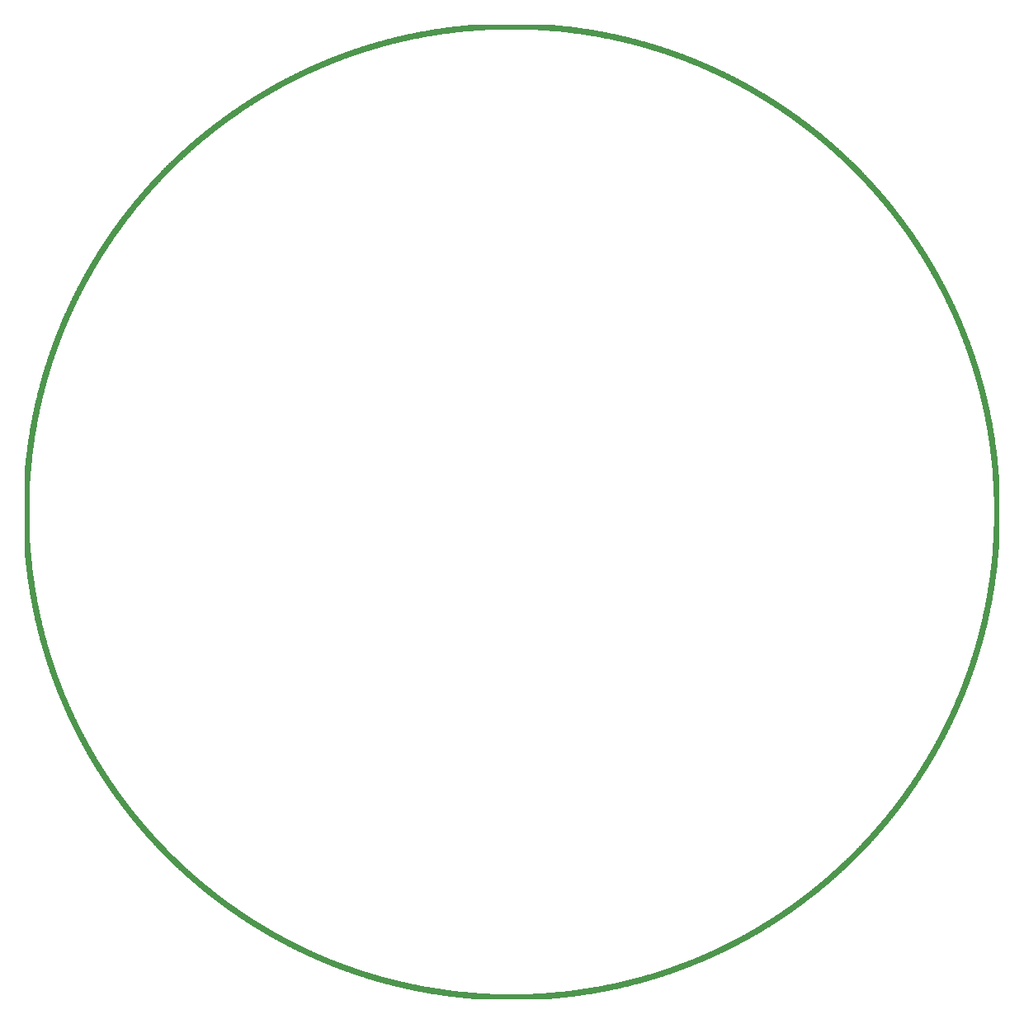
<source format=gbo>
G04 MADE WITH FRITZING*
G04 WWW.FRITZING.ORG*
G04 DOUBLE SIDED*
G04 HOLES PLATED*
G04 CONTOUR ON CENTER OF CONTOUR VECTOR*
%ASAXBY*%
%FSLAX23Y23*%
%MOIN*%
%OFA0B0*%
%SFA1.0B1.0*%
%ADD10C,3.907840X3.90384*%
%ADD11R,0.001000X0.001000*%
%LNSILK0*%
G90*
G70*
G54D10*
X1969Y1969D03*
G54D11*
X1818Y3937D02*
X2120Y3937D01*
X1806Y3936D02*
X2132Y3936D01*
X1793Y3935D02*
X2144Y3935D01*
X1783Y3934D02*
X2155Y3934D01*
X1772Y3933D02*
X2166Y3933D01*
X1763Y3932D02*
X2175Y3932D01*
X1753Y3931D02*
X2185Y3931D01*
X1744Y3930D02*
X2194Y3930D01*
X1736Y3929D02*
X2202Y3929D01*
X1728Y3928D02*
X2210Y3928D01*
X1719Y3927D02*
X2219Y3927D01*
X1712Y3926D02*
X2226Y3926D01*
X1704Y3925D02*
X2234Y3925D01*
X1697Y3924D02*
X2241Y3924D01*
X1690Y3923D02*
X2248Y3923D01*
X1683Y3922D02*
X2255Y3922D01*
X1676Y3921D02*
X2262Y3921D01*
X1669Y3920D02*
X2269Y3920D01*
X1663Y3919D02*
X2275Y3919D01*
X1657Y3918D02*
X2281Y3918D01*
X1650Y3917D02*
X1909Y3917D01*
X2029Y3917D02*
X2288Y3917D01*
X1644Y3916D02*
X1882Y3916D01*
X2056Y3916D02*
X2294Y3916D01*
X1638Y3915D02*
X1861Y3915D01*
X2077Y3915D02*
X2300Y3915D01*
X1633Y3914D02*
X1844Y3914D01*
X2094Y3914D02*
X2305Y3914D01*
X1627Y3913D02*
X1829Y3913D01*
X2109Y3913D02*
X2311Y3913D01*
X1621Y3912D02*
X1815Y3912D01*
X2123Y3912D02*
X2317Y3912D01*
X1616Y3911D02*
X1803Y3911D01*
X2135Y3911D02*
X2322Y3911D01*
X1610Y3910D02*
X1791Y3910D01*
X2147Y3910D02*
X2328Y3910D01*
X1605Y3909D02*
X1781Y3909D01*
X2157Y3909D02*
X2333Y3909D01*
X1599Y3908D02*
X1770Y3908D01*
X2168Y3908D02*
X2339Y3908D01*
X1594Y3907D02*
X1761Y3907D01*
X2177Y3907D02*
X2344Y3907D01*
X1589Y3906D02*
X1751Y3906D01*
X2187Y3906D02*
X2349Y3906D01*
X1584Y3905D02*
X1742Y3905D01*
X2196Y3905D02*
X2354Y3905D01*
X1579Y3904D02*
X1734Y3904D01*
X2204Y3904D02*
X2359Y3904D01*
X1574Y3903D02*
X1726Y3903D01*
X2212Y3903D02*
X2364Y3903D01*
X1569Y3902D02*
X1718Y3902D01*
X2220Y3902D02*
X2369Y3902D01*
X1564Y3901D02*
X1710Y3901D01*
X2228Y3901D02*
X2374Y3901D01*
X1560Y3900D02*
X1703Y3900D01*
X2235Y3900D02*
X2378Y3900D01*
X1555Y3899D02*
X1695Y3899D01*
X2243Y3899D02*
X2383Y3899D01*
X1550Y3898D02*
X1688Y3898D01*
X2250Y3898D02*
X2388Y3898D01*
X1546Y3897D02*
X1682Y3897D01*
X2256Y3897D02*
X2392Y3897D01*
X1541Y3896D02*
X1675Y3896D01*
X2263Y3896D02*
X2397Y3896D01*
X1537Y3895D02*
X1668Y3895D01*
X2270Y3895D02*
X2401Y3895D01*
X1532Y3894D02*
X1662Y3894D01*
X2276Y3894D02*
X2406Y3894D01*
X1528Y3893D02*
X1656Y3893D01*
X2282Y3893D02*
X2410Y3893D01*
X1523Y3892D02*
X1649Y3892D01*
X2289Y3892D02*
X2415Y3892D01*
X1519Y3891D02*
X1643Y3891D01*
X2295Y3891D02*
X2419Y3891D01*
X1515Y3890D02*
X1638Y3890D01*
X2300Y3890D02*
X2423Y3890D01*
X1511Y3889D02*
X1632Y3889D01*
X2306Y3889D02*
X2427Y3889D01*
X1507Y3888D02*
X1626Y3888D01*
X2312Y3888D02*
X2431Y3888D01*
X1502Y3887D02*
X1620Y3887D01*
X2318Y3887D02*
X2436Y3887D01*
X1498Y3886D02*
X1615Y3886D01*
X2323Y3886D02*
X2440Y3886D01*
X1494Y3885D02*
X1609Y3885D01*
X2329Y3885D02*
X2444Y3885D01*
X1490Y3884D02*
X1604Y3884D01*
X2334Y3884D02*
X2448Y3884D01*
X1486Y3883D02*
X1599Y3883D01*
X2339Y3883D02*
X2452Y3883D01*
X1482Y3882D02*
X1594Y3882D01*
X2344Y3882D02*
X2456Y3882D01*
X1478Y3881D02*
X1589Y3881D01*
X2349Y3881D02*
X2460Y3881D01*
X1474Y3880D02*
X1583Y3880D01*
X2355Y3880D02*
X2464Y3880D01*
X1471Y3879D02*
X1578Y3879D01*
X2360Y3879D02*
X2467Y3879D01*
X1467Y3878D02*
X1573Y3878D01*
X2365Y3878D02*
X2471Y3878D01*
X1463Y3877D02*
X1569Y3877D01*
X2369Y3877D02*
X2475Y3877D01*
X1459Y3876D02*
X1564Y3876D01*
X2374Y3876D02*
X2479Y3876D01*
X1456Y3875D02*
X1559Y3875D01*
X2379Y3875D02*
X2482Y3875D01*
X1452Y3874D02*
X1555Y3874D01*
X2383Y3874D02*
X2486Y3874D01*
X1448Y3873D02*
X1550Y3873D01*
X2388Y3873D02*
X2490Y3873D01*
X1445Y3872D02*
X1545Y3872D01*
X2393Y3872D02*
X2493Y3872D01*
X1441Y3871D02*
X1541Y3871D01*
X2397Y3871D02*
X2497Y3871D01*
X1437Y3870D02*
X1537Y3870D01*
X2401Y3870D02*
X2501Y3870D01*
X1434Y3869D02*
X1532Y3869D01*
X2406Y3869D02*
X2504Y3869D01*
X1430Y3868D02*
X1528Y3868D01*
X2410Y3868D02*
X2508Y3868D01*
X1427Y3867D02*
X1523Y3867D01*
X2415Y3867D02*
X2511Y3867D01*
X1423Y3866D02*
X1519Y3866D01*
X2419Y3866D02*
X2515Y3866D01*
X1420Y3865D02*
X1515Y3865D01*
X2423Y3865D02*
X2518Y3865D01*
X1416Y3864D02*
X1511Y3864D01*
X2427Y3864D02*
X2522Y3864D01*
X1413Y3863D02*
X1507Y3863D01*
X2431Y3863D02*
X2525Y3863D01*
X1410Y3862D02*
X1502Y3862D01*
X2436Y3862D02*
X2528Y3862D01*
X1406Y3861D02*
X1498Y3861D01*
X2440Y3861D02*
X2532Y3861D01*
X1403Y3860D02*
X1494Y3860D01*
X2444Y3860D02*
X2535Y3860D01*
X1400Y3859D02*
X1490Y3859D01*
X2448Y3859D02*
X2538Y3859D01*
X1396Y3858D02*
X1486Y3858D01*
X2452Y3858D02*
X2542Y3858D01*
X1393Y3857D02*
X1482Y3857D01*
X2456Y3857D02*
X2545Y3857D01*
X1390Y3856D02*
X1479Y3856D01*
X2459Y3856D02*
X2548Y3856D01*
X1386Y3855D02*
X1475Y3855D01*
X2463Y3855D02*
X2552Y3855D01*
X1383Y3854D02*
X1471Y3854D01*
X2467Y3854D02*
X2555Y3854D01*
X1380Y3853D02*
X1467Y3853D01*
X2471Y3853D02*
X2558Y3853D01*
X1377Y3852D02*
X1463Y3852D01*
X2475Y3852D02*
X2561Y3852D01*
X1374Y3851D02*
X1460Y3851D01*
X2478Y3851D02*
X2564Y3851D01*
X1371Y3850D02*
X1456Y3850D01*
X2482Y3850D02*
X2567Y3850D01*
X1367Y3849D02*
X1452Y3849D01*
X2486Y3849D02*
X2571Y3849D01*
X1364Y3848D02*
X1449Y3848D01*
X2489Y3848D02*
X2574Y3848D01*
X1361Y3847D02*
X1445Y3847D01*
X2493Y3847D02*
X2577Y3847D01*
X1358Y3846D02*
X1441Y3846D01*
X2497Y3846D02*
X2580Y3846D01*
X1355Y3845D02*
X1438Y3845D01*
X2500Y3845D02*
X2583Y3845D01*
X1352Y3844D02*
X1434Y3844D01*
X2504Y3844D02*
X2586Y3844D01*
X1349Y3843D02*
X1431Y3843D01*
X2507Y3843D02*
X2589Y3843D01*
X1346Y3842D02*
X1427Y3842D01*
X2511Y3842D02*
X2592Y3842D01*
X1343Y3841D02*
X1424Y3841D01*
X2514Y3841D02*
X2595Y3841D01*
X1340Y3840D02*
X1421Y3840D01*
X2517Y3840D02*
X2598Y3840D01*
X1337Y3839D02*
X1417Y3839D01*
X2521Y3839D02*
X2601Y3839D01*
X1334Y3838D02*
X1414Y3838D01*
X2524Y3838D02*
X2604Y3838D01*
X1331Y3837D02*
X1410Y3837D01*
X2528Y3837D02*
X2607Y3837D01*
X1328Y3836D02*
X1407Y3836D01*
X2531Y3836D02*
X2610Y3836D01*
X1325Y3835D02*
X1404Y3835D01*
X2534Y3835D02*
X2613Y3835D01*
X1322Y3834D02*
X1400Y3834D01*
X2538Y3834D02*
X2616Y3834D01*
X1320Y3833D02*
X1397Y3833D01*
X2541Y3833D02*
X2618Y3833D01*
X1317Y3832D02*
X1394Y3832D01*
X2544Y3832D02*
X2621Y3832D01*
X1314Y3831D02*
X1391Y3831D01*
X2547Y3831D02*
X2624Y3831D01*
X1311Y3830D02*
X1387Y3830D01*
X2551Y3830D02*
X2627Y3830D01*
X1308Y3829D02*
X1384Y3829D01*
X2554Y3829D02*
X2630Y3829D01*
X1305Y3828D02*
X1381Y3828D01*
X2557Y3828D02*
X2633Y3828D01*
X1303Y3827D02*
X1378Y3827D01*
X2560Y3827D02*
X2635Y3827D01*
X1300Y3826D02*
X1375Y3826D01*
X2563Y3826D02*
X2638Y3826D01*
X1297Y3825D02*
X1372Y3825D01*
X2566Y3825D02*
X2641Y3825D01*
X1294Y3824D02*
X1368Y3824D01*
X2570Y3824D02*
X2644Y3824D01*
X1291Y3823D02*
X1365Y3823D01*
X2573Y3823D02*
X2647Y3823D01*
X1289Y3822D02*
X1362Y3822D01*
X2576Y3822D02*
X2649Y3822D01*
X1286Y3821D02*
X1359Y3821D01*
X2579Y3821D02*
X2652Y3821D01*
X1283Y3820D02*
X1356Y3820D01*
X2582Y3820D02*
X2655Y3820D01*
X1281Y3819D02*
X1353Y3819D01*
X2585Y3819D02*
X2657Y3819D01*
X1278Y3818D02*
X1350Y3818D01*
X2588Y3818D02*
X2660Y3818D01*
X1275Y3817D02*
X1347Y3817D01*
X2591Y3817D02*
X2663Y3817D01*
X1273Y3816D02*
X1344Y3816D01*
X2594Y3816D02*
X2665Y3816D01*
X1270Y3815D02*
X1341Y3815D01*
X2597Y3815D02*
X2668Y3815D01*
X1267Y3814D02*
X1338Y3814D01*
X2600Y3814D02*
X2671Y3814D01*
X1265Y3813D02*
X1335Y3813D01*
X2603Y3813D02*
X2673Y3813D01*
X1262Y3812D02*
X1333Y3812D01*
X2605Y3812D02*
X2676Y3812D01*
X1260Y3811D02*
X1330Y3811D01*
X2608Y3811D02*
X2678Y3811D01*
X1257Y3810D02*
X1327Y3810D01*
X2611Y3810D02*
X2681Y3810D01*
X1254Y3809D02*
X1324Y3809D01*
X2614Y3809D02*
X2684Y3809D01*
X1252Y3808D02*
X1321Y3808D01*
X2617Y3808D02*
X2686Y3808D01*
X1249Y3807D02*
X1318Y3807D01*
X2620Y3807D02*
X2689Y3807D01*
X1247Y3806D02*
X1315Y3806D01*
X2623Y3806D02*
X2691Y3806D01*
X1244Y3805D02*
X1313Y3805D01*
X2625Y3805D02*
X2694Y3805D01*
X1242Y3804D02*
X1310Y3804D01*
X2628Y3804D02*
X2696Y3804D01*
X1239Y3803D02*
X1307Y3803D01*
X2631Y3803D02*
X2699Y3803D01*
X1237Y3802D02*
X1304Y3802D01*
X2634Y3802D02*
X2701Y3802D01*
X1234Y3801D02*
X1301Y3801D01*
X2637Y3801D02*
X2704Y3801D01*
X1232Y3800D02*
X1299Y3800D01*
X2639Y3800D02*
X2706Y3800D01*
X1229Y3799D02*
X1296Y3799D01*
X2642Y3799D02*
X2709Y3799D01*
X1227Y3798D02*
X1293Y3798D01*
X2645Y3798D02*
X2711Y3798D01*
X1224Y3797D02*
X1291Y3797D01*
X2647Y3797D02*
X2714Y3797D01*
X1222Y3796D02*
X1288Y3796D01*
X2650Y3796D02*
X2716Y3796D01*
X1219Y3795D02*
X1285Y3795D01*
X2653Y3795D02*
X2719Y3795D01*
X1217Y3794D02*
X1283Y3794D01*
X2655Y3794D02*
X2721Y3794D01*
X1215Y3793D02*
X1280Y3793D01*
X2658Y3793D02*
X2723Y3793D01*
X1212Y3792D02*
X1277Y3792D01*
X2661Y3792D02*
X2726Y3792D01*
X1210Y3791D02*
X1275Y3791D01*
X2663Y3791D02*
X2728Y3791D01*
X1207Y3790D02*
X1272Y3790D01*
X2666Y3790D02*
X2731Y3790D01*
X1205Y3789D02*
X1269Y3789D01*
X2669Y3789D02*
X2733Y3789D01*
X1203Y3788D02*
X1267Y3788D01*
X2671Y3788D02*
X2735Y3788D01*
X1200Y3787D02*
X1264Y3787D01*
X2674Y3787D02*
X2738Y3787D01*
X1198Y3786D02*
X1262Y3786D01*
X2676Y3786D02*
X2740Y3786D01*
X1196Y3785D02*
X1259Y3785D01*
X2679Y3785D02*
X2742Y3785D01*
X1193Y3784D02*
X1256Y3784D01*
X2681Y3784D02*
X2745Y3784D01*
X1191Y3783D02*
X1254Y3783D01*
X2684Y3783D02*
X2747Y3783D01*
X1189Y3782D02*
X1251Y3782D01*
X2687Y3782D02*
X2749Y3782D01*
X1186Y3781D02*
X1249Y3781D01*
X2689Y3781D02*
X2752Y3781D01*
X1184Y3780D02*
X1246Y3780D01*
X2692Y3780D02*
X2754Y3780D01*
X1182Y3779D02*
X1244Y3779D01*
X2694Y3779D02*
X2756Y3779D01*
X1179Y3778D02*
X1241Y3778D01*
X2697Y3778D02*
X2759Y3778D01*
X1177Y3777D02*
X1239Y3777D01*
X2699Y3777D02*
X2761Y3777D01*
X1175Y3776D02*
X1236Y3776D01*
X2702Y3776D02*
X2763Y3776D01*
X1173Y3775D02*
X1234Y3775D01*
X2704Y3775D02*
X2765Y3775D01*
X1170Y3774D02*
X1231Y3774D01*
X2707Y3774D02*
X2768Y3774D01*
X1168Y3773D02*
X1229Y3773D01*
X2709Y3773D02*
X2770Y3773D01*
X1166Y3772D02*
X1227Y3772D01*
X2711Y3772D02*
X2772Y3772D01*
X1164Y3771D02*
X1224Y3771D01*
X2714Y3771D02*
X2774Y3771D01*
X1161Y3770D02*
X1222Y3770D01*
X2716Y3770D02*
X2777Y3770D01*
X1159Y3769D02*
X1219Y3769D01*
X2719Y3769D02*
X2779Y3769D01*
X1157Y3768D02*
X1217Y3768D01*
X2721Y3768D02*
X2781Y3768D01*
X1155Y3767D02*
X1215Y3767D01*
X2723Y3767D02*
X2783Y3767D01*
X1152Y3766D02*
X1212Y3766D01*
X2726Y3766D02*
X2785Y3766D01*
X1150Y3765D02*
X1210Y3765D01*
X2728Y3765D02*
X2788Y3765D01*
X1148Y3764D02*
X1208Y3764D01*
X2730Y3764D02*
X2790Y3764D01*
X1146Y3763D02*
X1205Y3763D01*
X2733Y3763D02*
X2792Y3763D01*
X1144Y3762D02*
X1203Y3762D01*
X2735Y3762D02*
X2794Y3762D01*
X1142Y3761D02*
X1201Y3761D01*
X2737Y3761D02*
X2796Y3761D01*
X1139Y3760D02*
X1198Y3760D01*
X2740Y3760D02*
X2799Y3760D01*
X1137Y3759D02*
X1196Y3759D01*
X2742Y3759D02*
X2801Y3759D01*
X1135Y3758D02*
X1194Y3758D01*
X2744Y3758D02*
X2803Y3758D01*
X1133Y3757D02*
X1191Y3757D01*
X2747Y3757D02*
X2805Y3757D01*
X1131Y3756D02*
X1189Y3756D01*
X2749Y3756D02*
X2807Y3756D01*
X1129Y3755D02*
X1187Y3755D01*
X2751Y3755D02*
X2809Y3755D01*
X1127Y3754D02*
X1184Y3754D01*
X2754Y3754D02*
X2811Y3754D01*
X1125Y3753D02*
X1182Y3753D01*
X2756Y3753D02*
X2813Y3753D01*
X1122Y3752D02*
X1180Y3752D01*
X2758Y3752D02*
X2816Y3752D01*
X1120Y3751D02*
X1178Y3751D01*
X2760Y3751D02*
X2818Y3751D01*
X1118Y3750D02*
X1175Y3750D01*
X2763Y3750D02*
X2820Y3750D01*
X1116Y3749D02*
X1173Y3749D01*
X2765Y3749D02*
X2822Y3749D01*
X1114Y3748D02*
X1171Y3748D01*
X2767Y3748D02*
X2824Y3748D01*
X1112Y3747D02*
X1169Y3747D01*
X2769Y3747D02*
X2826Y3747D01*
X1110Y3746D02*
X1166Y3746D01*
X2772Y3746D02*
X2828Y3746D01*
X1108Y3745D02*
X1164Y3745D01*
X2774Y3745D02*
X2830Y3745D01*
X1106Y3744D02*
X1162Y3744D01*
X2776Y3744D02*
X2832Y3744D01*
X1104Y3743D02*
X1160Y3743D01*
X2778Y3743D02*
X2834Y3743D01*
X1102Y3742D02*
X1158Y3742D01*
X2780Y3742D02*
X2836Y3742D01*
X1100Y3741D02*
X1156Y3741D01*
X2782Y3741D02*
X2838Y3741D01*
X1098Y3740D02*
X1153Y3740D01*
X2785Y3740D02*
X2840Y3740D01*
X1096Y3739D02*
X1151Y3739D01*
X2787Y3739D02*
X2842Y3739D01*
X1094Y3738D02*
X1149Y3738D01*
X2789Y3738D02*
X2844Y3738D01*
X1092Y3737D02*
X1147Y3737D01*
X2791Y3737D02*
X2846Y3737D01*
X1090Y3736D02*
X1145Y3736D01*
X2793Y3736D02*
X2848Y3736D01*
X1088Y3735D02*
X1143Y3735D01*
X2795Y3735D02*
X2850Y3735D01*
X1086Y3734D02*
X1140Y3734D01*
X2798Y3734D02*
X2852Y3734D01*
X1084Y3733D02*
X1138Y3733D01*
X2800Y3733D02*
X2854Y3733D01*
X1082Y3732D02*
X1136Y3732D01*
X2802Y3732D02*
X2856Y3732D01*
X1080Y3731D02*
X1134Y3731D01*
X2804Y3731D02*
X2858Y3731D01*
X1078Y3730D02*
X1132Y3730D01*
X2806Y3730D02*
X2860Y3730D01*
X1076Y3729D02*
X1130Y3729D01*
X2808Y3729D02*
X2862Y3729D01*
X1074Y3728D02*
X1128Y3728D01*
X2810Y3728D02*
X2864Y3728D01*
X1072Y3727D02*
X1126Y3727D01*
X2812Y3727D02*
X2866Y3727D01*
X1070Y3726D02*
X1124Y3726D01*
X2814Y3726D02*
X2868Y3726D01*
X1068Y3725D02*
X1122Y3725D01*
X2816Y3725D02*
X2870Y3725D01*
X1066Y3724D02*
X1119Y3724D01*
X2819Y3724D02*
X2872Y3724D01*
X1064Y3723D02*
X1117Y3723D01*
X2821Y3723D02*
X2874Y3723D01*
X1062Y3722D02*
X1115Y3722D01*
X2823Y3722D02*
X2876Y3722D01*
X1060Y3721D02*
X1113Y3721D01*
X2825Y3721D02*
X2878Y3721D01*
X1058Y3720D02*
X1111Y3720D01*
X2827Y3720D02*
X2880Y3720D01*
X1056Y3719D02*
X1109Y3719D01*
X2829Y3719D02*
X2882Y3719D01*
X1054Y3718D02*
X1107Y3718D01*
X2831Y3718D02*
X2884Y3718D01*
X1052Y3717D02*
X1105Y3717D01*
X2833Y3717D02*
X2886Y3717D01*
X1051Y3716D02*
X1103Y3716D01*
X2835Y3716D02*
X2887Y3716D01*
X1049Y3715D02*
X1101Y3715D01*
X2837Y3715D02*
X2889Y3715D01*
X1047Y3714D02*
X1099Y3714D01*
X2839Y3714D02*
X2891Y3714D01*
X1045Y3713D02*
X1097Y3713D01*
X2841Y3713D02*
X2893Y3713D01*
X1043Y3712D02*
X1095Y3712D01*
X2843Y3712D02*
X2895Y3712D01*
X1041Y3711D02*
X1093Y3711D01*
X2845Y3711D02*
X2897Y3711D01*
X1039Y3710D02*
X1091Y3710D01*
X2847Y3710D02*
X2899Y3710D01*
X1037Y3709D02*
X1089Y3709D01*
X2849Y3709D02*
X2901Y3709D01*
X1036Y3708D02*
X1087Y3708D01*
X2851Y3708D02*
X2902Y3708D01*
X1034Y3707D02*
X1085Y3707D01*
X2853Y3707D02*
X2904Y3707D01*
X1032Y3706D02*
X1083Y3706D01*
X2855Y3706D02*
X2906Y3706D01*
X1030Y3705D02*
X1081Y3705D01*
X2857Y3705D02*
X2908Y3705D01*
X1028Y3704D02*
X1079Y3704D01*
X2859Y3704D02*
X2910Y3704D01*
X1026Y3703D02*
X1077Y3703D01*
X2861Y3703D02*
X2912Y3703D01*
X1024Y3702D02*
X1076Y3702D01*
X2862Y3702D02*
X2914Y3702D01*
X1023Y3701D02*
X1074Y3701D01*
X2864Y3701D02*
X2915Y3701D01*
X1021Y3700D02*
X1072Y3700D01*
X2866Y3700D02*
X2917Y3700D01*
X1019Y3699D02*
X1070Y3699D01*
X2868Y3699D02*
X2919Y3699D01*
X1017Y3698D02*
X1068Y3698D01*
X2870Y3698D02*
X2921Y3698D01*
X1015Y3697D02*
X1066Y3697D01*
X2872Y3697D02*
X2923Y3697D01*
X1014Y3696D02*
X1064Y3696D01*
X2874Y3696D02*
X2924Y3696D01*
X1012Y3695D02*
X1062Y3695D01*
X2876Y3695D02*
X2926Y3695D01*
X1010Y3694D02*
X1060Y3694D01*
X2878Y3694D02*
X2928Y3694D01*
X1008Y3693D02*
X1058Y3693D01*
X2880Y3693D02*
X2930Y3693D01*
X1006Y3692D02*
X1056Y3692D01*
X2882Y3692D02*
X2932Y3692D01*
X1005Y3691D02*
X1055Y3691D01*
X2883Y3691D02*
X2933Y3691D01*
X1003Y3690D02*
X1053Y3690D01*
X2885Y3690D02*
X2935Y3690D01*
X1001Y3689D02*
X1051Y3689D01*
X2887Y3689D02*
X2937Y3689D01*
X999Y3688D02*
X1049Y3688D01*
X2889Y3688D02*
X2939Y3688D01*
X998Y3687D02*
X1047Y3687D01*
X2891Y3687D02*
X2940Y3687D01*
X996Y3686D02*
X1045Y3686D01*
X2893Y3686D02*
X2942Y3686D01*
X994Y3685D02*
X1043Y3685D01*
X2895Y3685D02*
X2944Y3685D01*
X992Y3684D02*
X1042Y3684D01*
X2896Y3684D02*
X2946Y3684D01*
X990Y3683D02*
X1040Y3683D01*
X2898Y3683D02*
X2948Y3683D01*
X989Y3682D02*
X1038Y3682D01*
X2900Y3682D02*
X2949Y3682D01*
X987Y3681D02*
X1036Y3681D01*
X2902Y3681D02*
X2951Y3681D01*
X985Y3680D02*
X1034Y3680D01*
X2904Y3680D02*
X2953Y3680D01*
X983Y3679D02*
X1032Y3679D01*
X2906Y3679D02*
X2954Y3679D01*
X982Y3678D02*
X1031Y3678D01*
X2907Y3678D02*
X2956Y3678D01*
X980Y3677D02*
X1029Y3677D01*
X2909Y3677D02*
X2958Y3677D01*
X978Y3676D02*
X1027Y3676D01*
X2911Y3676D02*
X2960Y3676D01*
X977Y3675D02*
X1025Y3675D01*
X2913Y3675D02*
X2961Y3675D01*
X975Y3674D02*
X1023Y3674D01*
X2915Y3674D02*
X2963Y3674D01*
X973Y3673D02*
X1021Y3673D01*
X2916Y3673D02*
X2965Y3673D01*
X972Y3672D02*
X1020Y3672D01*
X2918Y3672D02*
X2966Y3672D01*
X970Y3671D02*
X1018Y3671D01*
X2920Y3671D02*
X2968Y3671D01*
X968Y3670D02*
X1016Y3670D01*
X2922Y3670D02*
X2970Y3670D01*
X966Y3669D02*
X1014Y3669D01*
X2924Y3669D02*
X2972Y3669D01*
X965Y3668D02*
X1013Y3668D01*
X2925Y3668D02*
X2973Y3668D01*
X963Y3667D02*
X1011Y3667D01*
X2927Y3667D02*
X2975Y3667D01*
X961Y3666D02*
X1009Y3666D01*
X2929Y3666D02*
X2977Y3666D01*
X960Y3665D02*
X1007Y3665D01*
X2931Y3665D02*
X2978Y3665D01*
X958Y3664D02*
X1006Y3664D01*
X2932Y3664D02*
X2980Y3664D01*
X956Y3663D02*
X1004Y3663D01*
X2934Y3663D02*
X2982Y3663D01*
X955Y3662D02*
X1002Y3662D01*
X2936Y3662D02*
X2983Y3662D01*
X953Y3661D02*
X1000Y3661D01*
X2938Y3661D02*
X2985Y3661D01*
X951Y3660D02*
X999Y3660D01*
X2939Y3660D02*
X2987Y3660D01*
X950Y3659D02*
X997Y3659D01*
X2941Y3659D02*
X2988Y3659D01*
X948Y3658D02*
X995Y3658D01*
X2943Y3658D02*
X2990Y3658D01*
X946Y3657D02*
X993Y3657D01*
X2945Y3657D02*
X2992Y3657D01*
X945Y3656D02*
X992Y3656D01*
X2946Y3656D02*
X2993Y3656D01*
X943Y3655D02*
X990Y3655D01*
X2948Y3655D02*
X2995Y3655D01*
X941Y3654D02*
X988Y3654D01*
X2950Y3654D02*
X2997Y3654D01*
X940Y3653D02*
X987Y3653D01*
X2951Y3653D02*
X2998Y3653D01*
X938Y3652D02*
X985Y3652D01*
X2953Y3652D02*
X3000Y3652D01*
X937Y3651D02*
X983Y3651D01*
X2955Y3651D02*
X3001Y3651D01*
X935Y3650D02*
X981Y3650D01*
X2957Y3650D02*
X3003Y3650D01*
X933Y3649D02*
X980Y3649D01*
X2958Y3649D02*
X3005Y3649D01*
X932Y3648D02*
X978Y3648D01*
X2960Y3648D02*
X3006Y3648D01*
X930Y3647D02*
X976Y3647D01*
X2962Y3647D02*
X3008Y3647D01*
X928Y3646D02*
X975Y3646D01*
X2963Y3646D02*
X3010Y3646D01*
X927Y3645D02*
X973Y3645D01*
X2965Y3645D02*
X3011Y3645D01*
X925Y3644D02*
X971Y3644D01*
X2967Y3644D02*
X3013Y3644D01*
X924Y3643D02*
X970Y3643D01*
X2968Y3643D02*
X3014Y3643D01*
X922Y3642D02*
X968Y3642D01*
X2970Y3642D02*
X3016Y3642D01*
X920Y3641D02*
X966Y3641D01*
X2972Y3641D02*
X3018Y3641D01*
X919Y3640D02*
X965Y3640D01*
X2973Y3640D02*
X3019Y3640D01*
X917Y3639D02*
X963Y3639D01*
X2975Y3639D02*
X3021Y3639D01*
X916Y3638D02*
X961Y3638D01*
X2977Y3638D02*
X3022Y3638D01*
X914Y3637D02*
X960Y3637D01*
X2978Y3637D02*
X3024Y3637D01*
X913Y3636D02*
X958Y3636D01*
X2980Y3636D02*
X3025Y3636D01*
X911Y3635D02*
X956Y3635D01*
X2982Y3635D02*
X3027Y3635D01*
X909Y3634D02*
X955Y3634D01*
X2983Y3634D02*
X3029Y3634D01*
X908Y3633D02*
X953Y3633D01*
X2985Y3633D02*
X3030Y3633D01*
X906Y3632D02*
X951Y3632D01*
X2987Y3632D02*
X3032Y3632D01*
X905Y3631D02*
X950Y3631D01*
X2988Y3631D02*
X3033Y3631D01*
X903Y3630D02*
X948Y3630D01*
X2990Y3630D02*
X3035Y3630D01*
X902Y3629D02*
X947Y3629D01*
X2991Y3629D02*
X3036Y3629D01*
X900Y3628D02*
X945Y3628D01*
X2993Y3628D02*
X3038Y3628D01*
X898Y3627D02*
X943Y3627D01*
X2995Y3627D02*
X3039Y3627D01*
X897Y3626D02*
X942Y3626D01*
X2996Y3626D02*
X3041Y3626D01*
X895Y3625D02*
X940Y3625D01*
X2998Y3625D02*
X3043Y3625D01*
X894Y3624D02*
X938Y3624D01*
X2999Y3624D02*
X3044Y3624D01*
X892Y3623D02*
X937Y3623D01*
X3001Y3623D02*
X3046Y3623D01*
X891Y3622D02*
X935Y3622D01*
X3003Y3622D02*
X3047Y3622D01*
X889Y3621D02*
X934Y3621D01*
X3004Y3621D02*
X3049Y3621D01*
X888Y3620D02*
X932Y3620D01*
X3006Y3620D02*
X3050Y3620D01*
X886Y3619D02*
X931Y3619D01*
X3007Y3619D02*
X3052Y3619D01*
X885Y3618D02*
X929Y3618D01*
X3009Y3618D02*
X3053Y3618D01*
X883Y3617D02*
X927Y3617D01*
X3011Y3617D02*
X3055Y3617D01*
X882Y3616D02*
X926Y3616D01*
X3012Y3616D02*
X3056Y3616D01*
X880Y3615D02*
X924Y3615D01*
X3014Y3615D02*
X3058Y3615D01*
X879Y3614D02*
X923Y3614D01*
X3015Y3614D02*
X3059Y3614D01*
X877Y3613D02*
X921Y3613D01*
X3017Y3613D02*
X3061Y3613D01*
X876Y3612D02*
X920Y3612D01*
X3018Y3612D02*
X3062Y3612D01*
X874Y3611D02*
X918Y3611D01*
X3020Y3611D02*
X3064Y3611D01*
X873Y3610D02*
X916Y3610D01*
X3022Y3610D02*
X3065Y3610D01*
X871Y3609D02*
X915Y3609D01*
X3023Y3609D02*
X3067Y3609D01*
X870Y3608D02*
X913Y3608D01*
X3025Y3608D02*
X3068Y3608D01*
X868Y3607D02*
X912Y3607D01*
X3026Y3607D02*
X3070Y3607D01*
X867Y3606D02*
X910Y3606D01*
X3028Y3606D02*
X3071Y3606D01*
X865Y3605D02*
X909Y3605D01*
X3029Y3605D02*
X3073Y3605D01*
X864Y3604D02*
X907Y3604D01*
X3031Y3604D02*
X3074Y3604D01*
X862Y3603D02*
X906Y3603D01*
X3032Y3603D02*
X3076Y3603D01*
X861Y3602D02*
X904Y3602D01*
X3034Y3602D02*
X3077Y3602D01*
X859Y3601D02*
X903Y3601D01*
X3035Y3601D02*
X3079Y3601D01*
X858Y3600D02*
X901Y3600D01*
X3037Y3600D02*
X3080Y3600D01*
X856Y3599D02*
X899Y3599D01*
X3039Y3599D02*
X3082Y3599D01*
X855Y3598D02*
X898Y3598D01*
X3040Y3598D02*
X3083Y3598D01*
X853Y3597D02*
X896Y3597D01*
X3042Y3597D02*
X3085Y3597D01*
X852Y3596D02*
X895Y3596D01*
X3043Y3596D02*
X3086Y3596D01*
X851Y3595D02*
X893Y3595D01*
X3045Y3595D02*
X3087Y3595D01*
X849Y3594D02*
X892Y3594D01*
X3046Y3594D02*
X3089Y3594D01*
X848Y3593D02*
X890Y3593D01*
X3048Y3593D02*
X3090Y3593D01*
X846Y3592D02*
X889Y3592D01*
X3049Y3592D02*
X3092Y3592D01*
X845Y3591D02*
X887Y3591D01*
X3051Y3591D02*
X3093Y3591D01*
X843Y3590D02*
X886Y3590D01*
X3052Y3590D02*
X3095Y3590D01*
X842Y3589D02*
X884Y3589D01*
X3054Y3589D02*
X3096Y3589D01*
X840Y3588D02*
X883Y3588D01*
X3055Y3588D02*
X3098Y3588D01*
X839Y3587D02*
X881Y3587D01*
X3057Y3587D02*
X3099Y3587D01*
X838Y3586D02*
X880Y3586D01*
X3058Y3586D02*
X3100Y3586D01*
X836Y3585D02*
X878Y3585D01*
X3059Y3585D02*
X3102Y3585D01*
X835Y3584D02*
X877Y3584D01*
X3061Y3584D02*
X3103Y3584D01*
X833Y3583D02*
X876Y3583D01*
X3062Y3583D02*
X3105Y3583D01*
X832Y3582D02*
X874Y3582D01*
X3064Y3582D02*
X3106Y3582D01*
X830Y3581D02*
X873Y3581D01*
X3065Y3581D02*
X3108Y3581D01*
X829Y3580D02*
X871Y3580D01*
X3067Y3580D02*
X3109Y3580D01*
X828Y3579D02*
X870Y3579D01*
X3068Y3579D02*
X3110Y3579D01*
X826Y3578D02*
X868Y3578D01*
X3070Y3578D02*
X3112Y3578D01*
X825Y3577D02*
X867Y3577D01*
X3071Y3577D02*
X3113Y3577D01*
X823Y3576D02*
X865Y3576D01*
X3073Y3576D02*
X3115Y3576D01*
X822Y3575D02*
X864Y3575D01*
X3074Y3575D02*
X3116Y3575D01*
X821Y3574D02*
X862Y3574D01*
X3076Y3574D02*
X3117Y3574D01*
X819Y3573D02*
X861Y3573D01*
X3077Y3573D02*
X3119Y3573D01*
X818Y3572D02*
X860Y3572D01*
X3078Y3572D02*
X3120Y3572D01*
X816Y3571D02*
X858Y3571D01*
X3080Y3571D02*
X3122Y3571D01*
X815Y3570D02*
X857Y3570D01*
X3081Y3570D02*
X3123Y3570D01*
X814Y3569D02*
X855Y3569D01*
X3083Y3569D02*
X3124Y3569D01*
X812Y3568D02*
X854Y3568D01*
X3084Y3568D02*
X3126Y3568D01*
X811Y3567D02*
X852Y3567D01*
X3086Y3567D02*
X3127Y3567D01*
X810Y3566D02*
X851Y3566D01*
X3087Y3566D02*
X3128Y3566D01*
X808Y3565D02*
X850Y3565D01*
X3088Y3565D02*
X3130Y3565D01*
X807Y3564D02*
X848Y3564D01*
X3090Y3564D02*
X3131Y3564D01*
X805Y3563D02*
X847Y3563D01*
X3091Y3563D02*
X3133Y3563D01*
X804Y3562D02*
X845Y3562D01*
X3093Y3562D02*
X3134Y3562D01*
X803Y3561D02*
X844Y3561D01*
X3094Y3561D02*
X3135Y3561D01*
X801Y3560D02*
X842Y3560D01*
X3096Y3560D02*
X3137Y3560D01*
X800Y3559D02*
X841Y3559D01*
X3097Y3559D02*
X3138Y3559D01*
X799Y3558D02*
X840Y3558D01*
X3098Y3558D02*
X3139Y3558D01*
X797Y3557D02*
X838Y3557D01*
X3100Y3557D02*
X3141Y3557D01*
X796Y3556D02*
X837Y3556D01*
X3101Y3556D02*
X3142Y3556D01*
X795Y3555D02*
X835Y3555D01*
X3103Y3555D02*
X3143Y3555D01*
X793Y3554D02*
X834Y3554D01*
X3104Y3554D02*
X3145Y3554D01*
X792Y3553D02*
X833Y3553D01*
X3105Y3553D02*
X3146Y3553D01*
X791Y3552D02*
X831Y3552D01*
X3107Y3552D02*
X3147Y3552D01*
X789Y3551D02*
X830Y3551D01*
X3108Y3551D02*
X3149Y3551D01*
X788Y3550D02*
X829Y3550D01*
X3109Y3550D02*
X3150Y3550D01*
X787Y3549D02*
X827Y3549D01*
X3111Y3549D02*
X3151Y3549D01*
X785Y3548D02*
X826Y3548D01*
X3112Y3548D02*
X3153Y3548D01*
X784Y3547D02*
X824Y3547D01*
X3114Y3547D02*
X3154Y3547D01*
X783Y3546D02*
X823Y3546D01*
X3115Y3546D02*
X3155Y3546D01*
X781Y3545D02*
X822Y3545D01*
X3116Y3545D02*
X3157Y3545D01*
X780Y3544D02*
X820Y3544D01*
X3118Y3544D02*
X3158Y3544D01*
X779Y3543D02*
X819Y3543D01*
X3119Y3543D02*
X3159Y3543D01*
X777Y3542D02*
X818Y3542D01*
X3120Y3542D02*
X3161Y3542D01*
X776Y3541D02*
X816Y3541D01*
X3122Y3541D02*
X3162Y3541D01*
X775Y3540D02*
X815Y3540D01*
X3123Y3540D02*
X3163Y3540D01*
X773Y3539D02*
X813Y3539D01*
X3125Y3539D02*
X3165Y3539D01*
X772Y3538D02*
X812Y3538D01*
X3126Y3538D02*
X3166Y3538D01*
X771Y3537D02*
X811Y3537D01*
X3127Y3537D02*
X3167Y3537D01*
X769Y3536D02*
X809Y3536D01*
X3129Y3536D02*
X3169Y3536D01*
X768Y3535D02*
X808Y3535D01*
X3130Y3535D02*
X3170Y3535D01*
X767Y3534D02*
X807Y3534D01*
X3131Y3534D02*
X3171Y3534D01*
X765Y3533D02*
X805Y3533D01*
X3133Y3533D02*
X3173Y3533D01*
X764Y3532D02*
X804Y3532D01*
X3134Y3532D02*
X3174Y3532D01*
X763Y3531D02*
X803Y3531D01*
X3135Y3531D02*
X3175Y3531D01*
X762Y3530D02*
X801Y3530D01*
X3137Y3530D02*
X3176Y3530D01*
X760Y3529D02*
X800Y3529D01*
X3138Y3529D02*
X3178Y3529D01*
X759Y3528D02*
X799Y3528D01*
X3139Y3528D02*
X3179Y3528D01*
X758Y3527D02*
X797Y3527D01*
X3141Y3527D02*
X3180Y3527D01*
X756Y3526D02*
X796Y3526D01*
X3142Y3526D02*
X3182Y3526D01*
X755Y3525D02*
X795Y3525D01*
X3143Y3525D02*
X3183Y3525D01*
X754Y3524D02*
X793Y3524D01*
X3145Y3524D02*
X3184Y3524D01*
X753Y3523D02*
X792Y3523D01*
X3146Y3523D02*
X3185Y3523D01*
X751Y3522D02*
X791Y3522D01*
X3147Y3522D02*
X3187Y3522D01*
X750Y3521D02*
X789Y3521D01*
X3149Y3521D02*
X3188Y3521D01*
X749Y3520D02*
X788Y3520D01*
X3150Y3520D02*
X3189Y3520D01*
X747Y3519D02*
X787Y3519D01*
X3151Y3519D02*
X3190Y3519D01*
X746Y3518D02*
X785Y3518D01*
X3153Y3518D02*
X3192Y3518D01*
X745Y3517D02*
X784Y3517D01*
X3154Y3517D02*
X3193Y3517D01*
X744Y3516D02*
X783Y3516D01*
X3155Y3516D02*
X3194Y3516D01*
X742Y3515D02*
X782Y3515D01*
X3156Y3515D02*
X3196Y3515D01*
X741Y3514D02*
X780Y3514D01*
X3158Y3514D02*
X3197Y3514D01*
X740Y3513D02*
X779Y3513D01*
X3159Y3513D02*
X3198Y3513D01*
X739Y3512D02*
X778Y3512D01*
X3160Y3512D02*
X3199Y3512D01*
X737Y3511D02*
X776Y3511D01*
X3162Y3511D02*
X3201Y3511D01*
X736Y3510D02*
X775Y3510D01*
X3163Y3510D02*
X3202Y3510D01*
X735Y3509D02*
X774Y3509D01*
X3164Y3509D02*
X3203Y3509D01*
X734Y3508D02*
X773Y3508D01*
X3165Y3508D02*
X3204Y3508D01*
X732Y3507D02*
X771Y3507D01*
X3167Y3507D02*
X3206Y3507D01*
X731Y3506D02*
X770Y3506D01*
X3168Y3506D02*
X3207Y3506D01*
X730Y3505D02*
X769Y3505D01*
X3169Y3505D02*
X3208Y3505D01*
X729Y3504D02*
X767Y3504D01*
X3171Y3504D02*
X3209Y3504D01*
X727Y3503D02*
X766Y3503D01*
X3172Y3503D02*
X3211Y3503D01*
X726Y3502D02*
X765Y3502D01*
X3173Y3502D02*
X3212Y3502D01*
X725Y3501D02*
X764Y3501D01*
X3174Y3501D02*
X3213Y3501D01*
X724Y3500D02*
X762Y3500D01*
X3176Y3500D02*
X3214Y3500D01*
X723Y3499D02*
X761Y3499D01*
X3177Y3499D02*
X3215Y3499D01*
X721Y3498D02*
X760Y3498D01*
X3178Y3498D02*
X3217Y3498D01*
X720Y3497D02*
X759Y3497D01*
X3179Y3497D02*
X3218Y3497D01*
X719Y3496D02*
X757Y3496D01*
X3181Y3496D02*
X3219Y3496D01*
X718Y3495D02*
X756Y3495D01*
X3182Y3495D02*
X3220Y3495D01*
X716Y3494D02*
X755Y3494D01*
X3183Y3494D02*
X3222Y3494D01*
X715Y3493D02*
X754Y3493D01*
X3184Y3493D02*
X3223Y3493D01*
X714Y3492D02*
X752Y3492D01*
X3186Y3492D02*
X3224Y3492D01*
X713Y3491D02*
X751Y3491D01*
X3187Y3491D02*
X3225Y3491D01*
X712Y3490D02*
X750Y3490D01*
X3188Y3490D02*
X3226Y3490D01*
X710Y3489D02*
X749Y3489D01*
X3189Y3489D02*
X3228Y3489D01*
X709Y3488D02*
X747Y3488D01*
X3191Y3488D02*
X3229Y3488D01*
X708Y3487D02*
X746Y3487D01*
X3192Y3487D02*
X3230Y3487D01*
X707Y3486D02*
X745Y3486D01*
X3193Y3486D02*
X3231Y3486D01*
X706Y3485D02*
X744Y3485D01*
X3194Y3485D02*
X3232Y3485D01*
X704Y3484D02*
X742Y3484D01*
X3196Y3484D02*
X3234Y3484D01*
X703Y3483D02*
X741Y3483D01*
X3197Y3483D02*
X3235Y3483D01*
X702Y3482D02*
X740Y3482D01*
X3198Y3482D02*
X3236Y3482D01*
X701Y3481D02*
X739Y3481D01*
X3199Y3481D02*
X3237Y3481D01*
X700Y3480D02*
X737Y3480D01*
X3201Y3480D02*
X3238Y3480D01*
X698Y3479D02*
X736Y3479D01*
X3202Y3479D02*
X3240Y3479D01*
X697Y3478D02*
X735Y3478D01*
X3203Y3478D02*
X3241Y3478D01*
X696Y3477D02*
X734Y3477D01*
X3204Y3477D02*
X3242Y3477D01*
X695Y3476D02*
X733Y3476D01*
X3205Y3476D02*
X3243Y3476D01*
X694Y3475D02*
X731Y3475D01*
X3207Y3475D02*
X3244Y3475D01*
X693Y3474D02*
X730Y3474D01*
X3208Y3474D02*
X3245Y3474D01*
X691Y3473D02*
X729Y3473D01*
X3209Y3473D02*
X3247Y3473D01*
X690Y3472D02*
X728Y3472D01*
X3210Y3472D02*
X3248Y3472D01*
X689Y3471D02*
X726Y3471D01*
X3211Y3471D02*
X3249Y3471D01*
X688Y3470D02*
X725Y3470D01*
X3213Y3470D02*
X3250Y3470D01*
X687Y3469D02*
X724Y3469D01*
X3214Y3469D02*
X3251Y3469D01*
X685Y3468D02*
X723Y3468D01*
X3215Y3468D02*
X3253Y3468D01*
X684Y3467D02*
X722Y3467D01*
X3216Y3467D02*
X3254Y3467D01*
X683Y3466D02*
X721Y3466D01*
X3217Y3466D02*
X3255Y3466D01*
X682Y3465D02*
X719Y3465D01*
X3219Y3465D02*
X3256Y3465D01*
X681Y3464D02*
X718Y3464D01*
X3220Y3464D02*
X3257Y3464D01*
X680Y3463D02*
X717Y3463D01*
X3221Y3463D02*
X3258Y3463D01*
X678Y3462D02*
X716Y3462D01*
X3222Y3462D02*
X3260Y3462D01*
X677Y3461D02*
X715Y3461D01*
X3223Y3461D02*
X3261Y3461D01*
X676Y3460D02*
X713Y3460D01*
X3225Y3460D02*
X3262Y3460D01*
X675Y3459D02*
X712Y3459D01*
X3226Y3459D02*
X3263Y3459D01*
X674Y3458D02*
X711Y3458D01*
X3227Y3458D02*
X3264Y3458D01*
X673Y3457D02*
X710Y3457D01*
X3228Y3457D02*
X3265Y3457D01*
X672Y3456D02*
X709Y3456D01*
X3229Y3456D02*
X3266Y3456D01*
X670Y3455D02*
X707Y3455D01*
X3231Y3455D02*
X3268Y3455D01*
X669Y3454D02*
X706Y3454D01*
X3232Y3454D02*
X3269Y3454D01*
X668Y3453D02*
X705Y3453D01*
X3233Y3453D02*
X3270Y3453D01*
X667Y3452D02*
X704Y3452D01*
X3234Y3452D02*
X3271Y3452D01*
X666Y3451D02*
X703Y3451D01*
X3235Y3451D02*
X3272Y3451D01*
X665Y3450D02*
X702Y3450D01*
X3236Y3450D02*
X3273Y3450D01*
X664Y3449D02*
X700Y3449D01*
X3238Y3449D02*
X3274Y3449D01*
X662Y3448D02*
X699Y3448D01*
X3239Y3448D02*
X3276Y3448D01*
X661Y3447D02*
X698Y3447D01*
X3240Y3447D02*
X3277Y3447D01*
X660Y3446D02*
X697Y3446D01*
X3241Y3446D02*
X3278Y3446D01*
X659Y3445D02*
X696Y3445D01*
X3242Y3445D02*
X3279Y3445D01*
X658Y3444D02*
X695Y3444D01*
X3243Y3444D02*
X3280Y3444D01*
X657Y3443D02*
X693Y3443D01*
X3245Y3443D02*
X3281Y3443D01*
X656Y3442D02*
X692Y3442D01*
X3246Y3442D02*
X3282Y3442D01*
X655Y3441D02*
X691Y3441D01*
X3247Y3441D02*
X3283Y3441D01*
X653Y3440D02*
X690Y3440D01*
X3248Y3440D02*
X3284Y3440D01*
X652Y3439D02*
X689Y3439D01*
X3249Y3439D02*
X3286Y3439D01*
X651Y3438D02*
X688Y3438D01*
X3250Y3438D02*
X3287Y3438D01*
X650Y3437D02*
X687Y3437D01*
X3251Y3437D02*
X3288Y3437D01*
X649Y3436D02*
X685Y3436D01*
X3253Y3436D02*
X3289Y3436D01*
X648Y3435D02*
X684Y3435D01*
X3254Y3435D02*
X3290Y3435D01*
X647Y3434D02*
X683Y3434D01*
X3255Y3434D02*
X3291Y3434D01*
X646Y3433D02*
X682Y3433D01*
X3256Y3433D02*
X3292Y3433D01*
X645Y3432D02*
X681Y3432D01*
X3257Y3432D02*
X3293Y3432D01*
X643Y3431D02*
X680Y3431D01*
X3258Y3431D02*
X3295Y3431D01*
X642Y3430D02*
X679Y3430D01*
X3259Y3430D02*
X3296Y3430D01*
X641Y3429D02*
X677Y3429D01*
X3261Y3429D02*
X3297Y3429D01*
X640Y3428D02*
X676Y3428D01*
X3262Y3428D02*
X3298Y3428D01*
X639Y3427D02*
X675Y3427D01*
X3263Y3427D02*
X3299Y3427D01*
X638Y3426D02*
X674Y3426D01*
X3264Y3426D02*
X3300Y3426D01*
X637Y3425D02*
X673Y3425D01*
X3265Y3425D02*
X3301Y3425D01*
X636Y3424D02*
X672Y3424D01*
X3266Y3424D02*
X3302Y3424D01*
X635Y3423D02*
X671Y3423D01*
X3267Y3423D02*
X3303Y3423D01*
X634Y3422D02*
X670Y3422D01*
X3268Y3422D02*
X3304Y3422D01*
X633Y3421D02*
X668Y3421D01*
X3269Y3421D02*
X3305Y3421D01*
X631Y3420D02*
X667Y3420D01*
X3271Y3420D02*
X3307Y3420D01*
X630Y3419D02*
X666Y3419D01*
X3272Y3419D02*
X3308Y3419D01*
X629Y3418D02*
X665Y3418D01*
X3273Y3418D02*
X3309Y3418D01*
X628Y3417D02*
X664Y3417D01*
X3274Y3417D02*
X3310Y3417D01*
X627Y3416D02*
X663Y3416D01*
X3275Y3416D02*
X3311Y3416D01*
X626Y3415D02*
X662Y3415D01*
X3276Y3415D02*
X3312Y3415D01*
X625Y3414D02*
X661Y3414D01*
X3277Y3414D02*
X3313Y3414D01*
X624Y3413D02*
X660Y3413D01*
X3278Y3413D02*
X3314Y3413D01*
X623Y3412D02*
X658Y3412D01*
X3280Y3412D02*
X3315Y3412D01*
X622Y3411D02*
X657Y3411D01*
X3281Y3411D02*
X3316Y3411D01*
X621Y3410D02*
X656Y3410D01*
X3282Y3410D02*
X3317Y3410D01*
X620Y3409D02*
X655Y3409D01*
X3283Y3409D02*
X3318Y3409D01*
X619Y3408D02*
X654Y3408D01*
X3284Y3408D02*
X3319Y3408D01*
X618Y3407D02*
X653Y3407D01*
X3285Y3407D02*
X3320Y3407D01*
X616Y3406D02*
X652Y3406D01*
X3286Y3406D02*
X3322Y3406D01*
X615Y3405D02*
X651Y3405D01*
X3287Y3405D02*
X3323Y3405D01*
X614Y3404D02*
X650Y3404D01*
X3288Y3404D02*
X3324Y3404D01*
X613Y3403D02*
X649Y3403D01*
X3289Y3403D02*
X3325Y3403D01*
X612Y3402D02*
X648Y3402D01*
X3290Y3402D02*
X3326Y3402D01*
X611Y3401D02*
X647Y3401D01*
X3291Y3401D02*
X3327Y3401D01*
X610Y3400D02*
X645Y3400D01*
X3293Y3400D02*
X3328Y3400D01*
X609Y3399D02*
X644Y3399D01*
X3294Y3399D02*
X3329Y3399D01*
X608Y3398D02*
X643Y3398D01*
X3295Y3398D02*
X3330Y3398D01*
X607Y3397D02*
X642Y3397D01*
X3296Y3397D02*
X3331Y3397D01*
X606Y3396D02*
X641Y3396D01*
X3297Y3396D02*
X3332Y3396D01*
X605Y3395D02*
X640Y3395D01*
X3298Y3395D02*
X3333Y3395D01*
X604Y3394D02*
X639Y3394D01*
X3299Y3394D02*
X3334Y3394D01*
X603Y3393D02*
X638Y3393D01*
X3300Y3393D02*
X3335Y3393D01*
X602Y3392D02*
X637Y3392D01*
X3301Y3392D02*
X3336Y3392D01*
X601Y3391D02*
X636Y3391D01*
X3302Y3391D02*
X3337Y3391D01*
X600Y3390D02*
X635Y3390D01*
X3303Y3390D02*
X3338Y3390D01*
X599Y3389D02*
X634Y3389D01*
X3304Y3389D02*
X3339Y3389D01*
X598Y3388D02*
X633Y3388D01*
X3305Y3388D02*
X3340Y3388D01*
X597Y3387D02*
X632Y3387D01*
X3306Y3387D02*
X3341Y3387D01*
X596Y3386D02*
X630Y3386D01*
X3308Y3386D02*
X3342Y3386D01*
X594Y3385D02*
X629Y3385D01*
X3309Y3385D02*
X3343Y3385D01*
X593Y3384D02*
X628Y3384D01*
X3310Y3384D02*
X3345Y3384D01*
X592Y3383D02*
X627Y3383D01*
X3311Y3383D02*
X3346Y3383D01*
X591Y3382D02*
X626Y3382D01*
X3312Y3382D02*
X3347Y3382D01*
X590Y3381D02*
X625Y3381D01*
X3313Y3381D02*
X3348Y3381D01*
X589Y3380D02*
X624Y3380D01*
X3314Y3380D02*
X3349Y3380D01*
X588Y3379D02*
X623Y3379D01*
X3315Y3379D02*
X3350Y3379D01*
X587Y3378D02*
X622Y3378D01*
X3316Y3378D02*
X3351Y3378D01*
X586Y3377D02*
X621Y3377D01*
X3317Y3377D02*
X3352Y3377D01*
X585Y3376D02*
X620Y3376D01*
X3318Y3376D02*
X3353Y3376D01*
X584Y3375D02*
X619Y3375D01*
X3319Y3375D02*
X3354Y3375D01*
X583Y3374D02*
X618Y3374D01*
X3320Y3374D02*
X3355Y3374D01*
X582Y3373D02*
X617Y3373D01*
X3321Y3373D02*
X3356Y3373D01*
X581Y3372D02*
X616Y3372D01*
X3322Y3372D02*
X3357Y3372D01*
X580Y3371D02*
X615Y3371D01*
X3323Y3371D02*
X3358Y3371D01*
X579Y3370D02*
X614Y3370D01*
X3324Y3370D02*
X3359Y3370D01*
X578Y3369D02*
X613Y3369D01*
X3325Y3369D02*
X3360Y3369D01*
X577Y3368D02*
X612Y3368D01*
X3326Y3368D02*
X3361Y3368D01*
X576Y3367D02*
X611Y3367D01*
X3327Y3367D02*
X3362Y3367D01*
X575Y3366D02*
X610Y3366D01*
X3328Y3366D02*
X3363Y3366D01*
X574Y3365D02*
X609Y3365D01*
X3329Y3365D02*
X3364Y3365D01*
X573Y3364D02*
X608Y3364D01*
X3330Y3364D02*
X3365Y3364D01*
X572Y3363D02*
X606Y3363D01*
X3331Y3363D02*
X3366Y3363D01*
X571Y3362D02*
X605Y3362D01*
X3333Y3362D02*
X3367Y3362D01*
X570Y3361D02*
X604Y3361D01*
X3334Y3361D02*
X3368Y3361D01*
X569Y3360D02*
X603Y3360D01*
X3335Y3360D02*
X3369Y3360D01*
X568Y3359D02*
X602Y3359D01*
X3336Y3359D02*
X3370Y3359D01*
X567Y3358D02*
X601Y3358D01*
X3337Y3358D02*
X3371Y3358D01*
X566Y3357D02*
X600Y3357D01*
X3338Y3357D02*
X3372Y3357D01*
X565Y3356D02*
X599Y3356D01*
X3339Y3356D02*
X3373Y3356D01*
X564Y3355D02*
X598Y3355D01*
X3340Y3355D02*
X3374Y3355D01*
X563Y3354D02*
X597Y3354D01*
X3341Y3354D02*
X3375Y3354D01*
X562Y3353D02*
X596Y3353D01*
X3342Y3353D02*
X3376Y3353D01*
X561Y3352D02*
X595Y3352D01*
X3343Y3352D02*
X3377Y3352D01*
X560Y3351D02*
X594Y3351D01*
X3344Y3351D02*
X3378Y3351D01*
X559Y3350D02*
X593Y3350D01*
X3345Y3350D02*
X3379Y3350D01*
X558Y3349D02*
X592Y3349D01*
X3346Y3349D02*
X3380Y3349D01*
X557Y3348D02*
X591Y3348D01*
X3347Y3348D02*
X3381Y3348D01*
X556Y3347D02*
X590Y3347D01*
X3348Y3347D02*
X3382Y3347D01*
X555Y3346D02*
X589Y3346D01*
X3349Y3346D02*
X3383Y3346D01*
X554Y3345D02*
X588Y3345D01*
X3350Y3345D02*
X3384Y3345D01*
X553Y3344D02*
X587Y3344D01*
X3351Y3344D02*
X3385Y3344D01*
X553Y3343D02*
X586Y3343D01*
X3352Y3343D02*
X3385Y3343D01*
X552Y3342D02*
X585Y3342D01*
X3353Y3342D02*
X3386Y3342D01*
X551Y3341D02*
X584Y3341D01*
X3354Y3341D02*
X3387Y3341D01*
X550Y3340D02*
X583Y3340D01*
X3355Y3340D02*
X3388Y3340D01*
X549Y3339D02*
X582Y3339D01*
X3356Y3339D02*
X3389Y3339D01*
X548Y3338D02*
X581Y3338D01*
X3357Y3338D02*
X3390Y3338D01*
X547Y3337D02*
X580Y3337D01*
X3358Y3337D02*
X3391Y3337D01*
X546Y3336D02*
X579Y3336D01*
X3359Y3336D02*
X3392Y3336D01*
X545Y3335D02*
X578Y3335D01*
X3360Y3335D02*
X3393Y3335D01*
X544Y3334D02*
X577Y3334D01*
X3361Y3334D02*
X3394Y3334D01*
X543Y3333D02*
X576Y3333D01*
X3362Y3333D02*
X3395Y3333D01*
X542Y3332D02*
X575Y3332D01*
X3362Y3332D02*
X3396Y3332D01*
X541Y3331D02*
X574Y3331D01*
X3363Y3331D02*
X3397Y3331D01*
X540Y3330D02*
X574Y3330D01*
X3364Y3330D02*
X3398Y3330D01*
X539Y3329D02*
X573Y3329D01*
X3365Y3329D02*
X3399Y3329D01*
X538Y3328D02*
X572Y3328D01*
X3366Y3328D02*
X3400Y3328D01*
X537Y3327D02*
X571Y3327D01*
X3367Y3327D02*
X3401Y3327D01*
X536Y3326D02*
X570Y3326D01*
X3368Y3326D02*
X3402Y3326D01*
X535Y3325D02*
X569Y3325D01*
X3369Y3325D02*
X3403Y3325D01*
X534Y3324D02*
X568Y3324D01*
X3370Y3324D02*
X3404Y3324D01*
X533Y3323D02*
X567Y3323D01*
X3371Y3323D02*
X3405Y3323D01*
X532Y3322D02*
X566Y3322D01*
X3372Y3322D02*
X3406Y3322D01*
X532Y3321D02*
X565Y3321D01*
X3373Y3321D02*
X3406Y3321D01*
X531Y3320D02*
X564Y3320D01*
X3374Y3320D02*
X3407Y3320D01*
X530Y3319D02*
X563Y3319D01*
X3375Y3319D02*
X3408Y3319D01*
X529Y3318D02*
X562Y3318D01*
X3376Y3318D02*
X3409Y3318D01*
X528Y3317D02*
X561Y3317D01*
X3377Y3317D02*
X3410Y3317D01*
X527Y3316D02*
X560Y3316D01*
X3378Y3316D02*
X3411Y3316D01*
X526Y3315D02*
X559Y3315D01*
X3379Y3315D02*
X3412Y3315D01*
X525Y3314D02*
X558Y3314D01*
X3380Y3314D02*
X3413Y3314D01*
X524Y3313D02*
X557Y3313D01*
X3381Y3313D02*
X3414Y3313D01*
X523Y3312D02*
X556Y3312D01*
X3382Y3312D02*
X3415Y3312D01*
X522Y3311D02*
X555Y3311D01*
X3383Y3311D02*
X3416Y3311D01*
X521Y3310D02*
X554Y3310D01*
X3384Y3310D02*
X3417Y3310D01*
X520Y3309D02*
X553Y3309D01*
X3385Y3309D02*
X3418Y3309D01*
X519Y3308D02*
X552Y3308D01*
X3386Y3308D02*
X3419Y3308D01*
X518Y3307D02*
X551Y3307D01*
X3387Y3307D02*
X3419Y3307D01*
X518Y3306D02*
X551Y3306D01*
X3387Y3306D02*
X3420Y3306D01*
X517Y3305D02*
X550Y3305D01*
X3388Y3305D02*
X3421Y3305D01*
X516Y3304D02*
X549Y3304D01*
X3389Y3304D02*
X3422Y3304D01*
X515Y3303D02*
X548Y3303D01*
X3390Y3303D02*
X3423Y3303D01*
X514Y3302D02*
X547Y3302D01*
X3391Y3302D02*
X3424Y3302D01*
X513Y3301D02*
X546Y3301D01*
X3392Y3301D02*
X3425Y3301D01*
X512Y3300D02*
X545Y3300D01*
X3393Y3300D02*
X3426Y3300D01*
X511Y3299D02*
X544Y3299D01*
X3394Y3299D02*
X3427Y3299D01*
X510Y3298D02*
X543Y3298D01*
X3395Y3298D02*
X3428Y3298D01*
X509Y3297D02*
X542Y3297D01*
X3396Y3297D02*
X3429Y3297D01*
X508Y3296D02*
X541Y3296D01*
X3397Y3296D02*
X3430Y3296D01*
X507Y3295D02*
X540Y3295D01*
X3398Y3295D02*
X3431Y3295D01*
X507Y3294D02*
X539Y3294D01*
X3399Y3294D02*
X3431Y3294D01*
X506Y3293D02*
X538Y3293D01*
X3400Y3293D02*
X3432Y3293D01*
X505Y3292D02*
X537Y3292D01*
X3401Y3292D02*
X3433Y3292D01*
X504Y3291D02*
X537Y3291D01*
X3401Y3291D02*
X3434Y3291D01*
X503Y3290D02*
X536Y3290D01*
X3402Y3290D02*
X3435Y3290D01*
X502Y3289D02*
X535Y3289D01*
X3403Y3289D02*
X3436Y3289D01*
X501Y3288D02*
X534Y3288D01*
X3404Y3288D02*
X3437Y3288D01*
X500Y3287D02*
X533Y3287D01*
X3405Y3287D02*
X3438Y3287D01*
X499Y3286D02*
X532Y3286D01*
X3406Y3286D02*
X3439Y3286D01*
X499Y3285D02*
X531Y3285D01*
X3407Y3285D02*
X3439Y3285D01*
X498Y3284D02*
X530Y3284D01*
X3408Y3284D02*
X3440Y3284D01*
X497Y3283D02*
X529Y3283D01*
X3409Y3283D02*
X3441Y3283D01*
X496Y3282D02*
X528Y3282D01*
X3410Y3282D02*
X3442Y3282D01*
X495Y3281D02*
X527Y3281D01*
X3411Y3281D02*
X3443Y3281D01*
X494Y3280D02*
X526Y3280D01*
X3412Y3280D02*
X3444Y3280D01*
X493Y3279D02*
X525Y3279D01*
X3412Y3279D02*
X3445Y3279D01*
X492Y3278D02*
X525Y3278D01*
X3413Y3278D02*
X3446Y3278D01*
X491Y3277D02*
X524Y3277D01*
X3414Y3277D02*
X3447Y3277D01*
X490Y3276D02*
X523Y3276D01*
X3415Y3276D02*
X3448Y3276D01*
X490Y3275D02*
X522Y3275D01*
X3416Y3275D02*
X3448Y3275D01*
X489Y3274D02*
X521Y3274D01*
X3417Y3274D02*
X3449Y3274D01*
X488Y3273D02*
X520Y3273D01*
X3418Y3273D02*
X3450Y3273D01*
X487Y3272D02*
X519Y3272D01*
X3419Y3272D02*
X3451Y3272D01*
X486Y3271D02*
X518Y3271D01*
X3420Y3271D02*
X3452Y3271D01*
X485Y3270D02*
X517Y3270D01*
X3421Y3270D02*
X3453Y3270D01*
X484Y3269D02*
X516Y3269D01*
X3421Y3269D02*
X3454Y3269D01*
X483Y3268D02*
X516Y3268D01*
X3422Y3268D02*
X3455Y3268D01*
X483Y3267D02*
X515Y3267D01*
X3423Y3267D02*
X3455Y3267D01*
X482Y3266D02*
X514Y3266D01*
X3424Y3266D02*
X3456Y3266D01*
X481Y3265D02*
X513Y3265D01*
X3425Y3265D02*
X3457Y3265D01*
X480Y3264D02*
X512Y3264D01*
X3426Y3264D02*
X3458Y3264D01*
X479Y3263D02*
X511Y3263D01*
X3427Y3263D02*
X3459Y3263D01*
X478Y3262D02*
X510Y3262D01*
X3428Y3262D02*
X3460Y3262D01*
X477Y3261D02*
X509Y3261D01*
X3429Y3261D02*
X3461Y3261D01*
X476Y3260D02*
X508Y3260D01*
X3430Y3260D02*
X3462Y3260D01*
X476Y3259D02*
X508Y3259D01*
X3430Y3259D02*
X3462Y3259D01*
X475Y3258D02*
X507Y3258D01*
X3431Y3258D02*
X3463Y3258D01*
X474Y3257D02*
X506Y3257D01*
X3432Y3257D02*
X3464Y3257D01*
X473Y3256D02*
X505Y3256D01*
X3433Y3256D02*
X3465Y3256D01*
X472Y3255D02*
X504Y3255D01*
X3434Y3255D02*
X3466Y3255D01*
X471Y3254D02*
X503Y3254D01*
X3435Y3254D02*
X3467Y3254D01*
X470Y3253D02*
X502Y3253D01*
X3436Y3253D02*
X3468Y3253D01*
X470Y3252D02*
X501Y3252D01*
X3437Y3252D02*
X3468Y3252D01*
X469Y3251D02*
X501Y3251D01*
X3437Y3251D02*
X3469Y3251D01*
X468Y3250D02*
X500Y3250D01*
X3438Y3250D02*
X3470Y3250D01*
X467Y3249D02*
X499Y3249D01*
X3439Y3249D02*
X3471Y3249D01*
X466Y3248D02*
X498Y3248D01*
X3440Y3248D02*
X3472Y3248D01*
X465Y3247D02*
X497Y3247D01*
X3441Y3247D02*
X3473Y3247D01*
X465Y3246D02*
X496Y3246D01*
X3442Y3246D02*
X3473Y3246D01*
X464Y3245D02*
X495Y3245D01*
X3443Y3245D02*
X3474Y3245D01*
X463Y3244D02*
X494Y3244D01*
X3444Y3244D02*
X3475Y3244D01*
X462Y3243D02*
X494Y3243D01*
X3444Y3243D02*
X3476Y3243D01*
X461Y3242D02*
X493Y3242D01*
X3445Y3242D02*
X3477Y3242D01*
X460Y3241D02*
X492Y3241D01*
X3446Y3241D02*
X3478Y3241D01*
X459Y3240D02*
X491Y3240D01*
X3447Y3240D02*
X3479Y3240D01*
X459Y3239D02*
X490Y3239D01*
X3448Y3239D02*
X3479Y3239D01*
X458Y3238D02*
X489Y3238D01*
X3449Y3238D02*
X3480Y3238D01*
X457Y3237D02*
X488Y3237D01*
X3450Y3237D02*
X3481Y3237D01*
X456Y3236D02*
X488Y3236D01*
X3450Y3236D02*
X3482Y3236D01*
X455Y3235D02*
X487Y3235D01*
X3451Y3235D02*
X3483Y3235D01*
X454Y3234D02*
X486Y3234D01*
X3452Y3234D02*
X3484Y3234D01*
X454Y3233D02*
X485Y3233D01*
X3453Y3233D02*
X3484Y3233D01*
X453Y3232D02*
X484Y3232D01*
X3454Y3232D02*
X3485Y3232D01*
X452Y3231D02*
X483Y3231D01*
X3455Y3231D02*
X3486Y3231D01*
X451Y3230D02*
X482Y3230D01*
X3456Y3230D02*
X3487Y3230D01*
X450Y3229D02*
X482Y3229D01*
X3456Y3229D02*
X3488Y3229D01*
X449Y3228D02*
X481Y3228D01*
X3457Y3228D02*
X3489Y3228D01*
X449Y3227D02*
X480Y3227D01*
X3458Y3227D02*
X3489Y3227D01*
X448Y3226D02*
X479Y3226D01*
X3459Y3226D02*
X3490Y3226D01*
X447Y3225D02*
X478Y3225D01*
X3460Y3225D02*
X3491Y3225D01*
X446Y3224D02*
X477Y3224D01*
X3461Y3224D02*
X3492Y3224D01*
X445Y3223D02*
X477Y3223D01*
X3461Y3223D02*
X3493Y3223D01*
X444Y3222D02*
X476Y3222D01*
X3462Y3222D02*
X3494Y3222D01*
X444Y3221D02*
X475Y3221D01*
X3463Y3221D02*
X3494Y3221D01*
X443Y3220D02*
X474Y3220D01*
X3464Y3220D02*
X3495Y3220D01*
X442Y3219D02*
X473Y3219D01*
X3465Y3219D02*
X3496Y3219D01*
X441Y3218D02*
X472Y3218D01*
X3466Y3218D02*
X3497Y3218D01*
X440Y3217D02*
X472Y3217D01*
X3466Y3217D02*
X3498Y3217D01*
X440Y3216D02*
X471Y3216D01*
X3467Y3216D02*
X3498Y3216D01*
X439Y3215D02*
X470Y3215D01*
X3468Y3215D02*
X3499Y3215D01*
X438Y3214D02*
X469Y3214D01*
X3469Y3214D02*
X3500Y3214D01*
X437Y3213D02*
X468Y3213D01*
X3470Y3213D02*
X3501Y3213D01*
X436Y3212D02*
X467Y3212D01*
X3471Y3212D02*
X3502Y3212D01*
X435Y3211D02*
X466Y3211D01*
X3472Y3211D02*
X3502Y3211D01*
X435Y3210D02*
X466Y3210D01*
X3472Y3210D02*
X3503Y3210D01*
X434Y3209D02*
X465Y3209D01*
X3473Y3209D02*
X3504Y3209D01*
X433Y3208D02*
X464Y3208D01*
X3474Y3208D02*
X3505Y3208D01*
X432Y3207D02*
X463Y3207D01*
X3475Y3207D02*
X3506Y3207D01*
X431Y3206D02*
X462Y3206D01*
X3476Y3206D02*
X3507Y3206D01*
X431Y3205D02*
X462Y3205D01*
X3476Y3205D02*
X3507Y3205D01*
X430Y3204D02*
X461Y3204D01*
X3477Y3204D02*
X3508Y3204D01*
X429Y3203D02*
X460Y3203D01*
X3478Y3203D02*
X3509Y3203D01*
X428Y3202D02*
X459Y3202D01*
X3479Y3202D02*
X3510Y3202D01*
X427Y3201D02*
X458Y3201D01*
X3480Y3201D02*
X3511Y3201D01*
X427Y3200D02*
X457Y3200D01*
X3481Y3200D02*
X3511Y3200D01*
X426Y3199D02*
X457Y3199D01*
X3481Y3199D02*
X3512Y3199D01*
X425Y3198D02*
X456Y3198D01*
X3482Y3198D02*
X3513Y3198D01*
X424Y3197D02*
X455Y3197D01*
X3483Y3197D02*
X3514Y3197D01*
X423Y3196D02*
X454Y3196D01*
X3484Y3196D02*
X3515Y3196D01*
X423Y3195D02*
X453Y3195D01*
X3485Y3195D02*
X3515Y3195D01*
X422Y3194D02*
X453Y3194D01*
X3485Y3194D02*
X3516Y3194D01*
X421Y3193D02*
X452Y3193D01*
X3486Y3193D02*
X3517Y3193D01*
X420Y3192D02*
X451Y3192D01*
X3487Y3192D02*
X3518Y3192D01*
X419Y3191D02*
X450Y3191D01*
X3488Y3191D02*
X3518Y3191D01*
X419Y3190D02*
X449Y3190D01*
X3489Y3190D02*
X3519Y3190D01*
X418Y3189D02*
X449Y3189D01*
X3489Y3189D02*
X3520Y3189D01*
X417Y3188D02*
X448Y3188D01*
X3490Y3188D02*
X3521Y3188D01*
X416Y3187D02*
X447Y3187D01*
X3491Y3187D02*
X3522Y3187D01*
X416Y3186D02*
X446Y3186D01*
X3492Y3186D02*
X3522Y3186D01*
X415Y3185D02*
X445Y3185D01*
X3493Y3185D02*
X3523Y3185D01*
X414Y3184D02*
X445Y3184D01*
X3493Y3184D02*
X3524Y3184D01*
X413Y3183D02*
X444Y3183D01*
X3494Y3183D02*
X3525Y3183D01*
X412Y3182D02*
X443Y3182D01*
X3495Y3182D02*
X3526Y3182D01*
X412Y3181D02*
X442Y3181D01*
X3496Y3181D02*
X3526Y3181D01*
X411Y3180D02*
X441Y3180D01*
X3497Y3180D02*
X3527Y3180D01*
X410Y3179D02*
X441Y3179D01*
X3497Y3179D02*
X3528Y3179D01*
X409Y3178D02*
X440Y3178D01*
X3498Y3178D02*
X3529Y3178D01*
X409Y3177D02*
X439Y3177D01*
X3499Y3177D02*
X3529Y3177D01*
X408Y3176D02*
X438Y3176D01*
X3500Y3176D02*
X3530Y3176D01*
X407Y3175D02*
X437Y3175D01*
X3501Y3175D02*
X3531Y3175D01*
X406Y3174D02*
X437Y3174D01*
X3501Y3174D02*
X3532Y3174D01*
X405Y3173D02*
X436Y3173D01*
X3502Y3173D02*
X3533Y3173D01*
X405Y3172D02*
X435Y3172D01*
X3503Y3172D02*
X3533Y3172D01*
X404Y3171D02*
X434Y3171D01*
X3504Y3171D02*
X3534Y3171D01*
X403Y3170D02*
X433Y3170D01*
X3505Y3170D02*
X3535Y3170D01*
X402Y3169D02*
X433Y3169D01*
X3505Y3169D02*
X3536Y3169D01*
X402Y3168D02*
X432Y3168D01*
X3506Y3168D02*
X3536Y3168D01*
X401Y3167D02*
X431Y3167D01*
X3507Y3167D02*
X3537Y3167D01*
X400Y3166D02*
X430Y3166D01*
X3508Y3166D02*
X3538Y3166D01*
X399Y3165D02*
X430Y3165D01*
X3508Y3165D02*
X3539Y3165D01*
X399Y3164D02*
X429Y3164D01*
X3509Y3164D02*
X3539Y3164D01*
X398Y3163D02*
X428Y3163D01*
X3510Y3163D02*
X3540Y3163D01*
X397Y3162D02*
X427Y3162D01*
X3511Y3162D02*
X3541Y3162D01*
X396Y3161D02*
X426Y3161D01*
X3512Y3161D02*
X3542Y3161D01*
X396Y3160D02*
X426Y3160D01*
X3512Y3160D02*
X3542Y3160D01*
X395Y3159D02*
X425Y3159D01*
X3513Y3159D02*
X3543Y3159D01*
X394Y3158D02*
X424Y3158D01*
X3514Y3158D02*
X3544Y3158D01*
X393Y3157D02*
X423Y3157D01*
X3515Y3157D02*
X3545Y3157D01*
X393Y3156D02*
X423Y3156D01*
X3515Y3156D02*
X3545Y3156D01*
X392Y3155D02*
X422Y3155D01*
X3516Y3155D02*
X3546Y3155D01*
X391Y3154D02*
X421Y3154D01*
X3517Y3154D02*
X3547Y3154D01*
X390Y3153D02*
X420Y3153D01*
X3518Y3153D02*
X3548Y3153D01*
X390Y3152D02*
X419Y3152D01*
X3519Y3152D02*
X3548Y3152D01*
X389Y3151D02*
X419Y3151D01*
X3519Y3151D02*
X3549Y3151D01*
X388Y3150D02*
X418Y3150D01*
X3520Y3150D02*
X3550Y3150D01*
X387Y3149D02*
X417Y3149D01*
X3521Y3149D02*
X3551Y3149D01*
X387Y3148D02*
X416Y3148D01*
X3522Y3148D02*
X3551Y3148D01*
X386Y3147D02*
X416Y3147D01*
X3522Y3147D02*
X3552Y3147D01*
X385Y3146D02*
X415Y3146D01*
X3523Y3146D02*
X3553Y3146D01*
X384Y3145D02*
X414Y3145D01*
X3524Y3145D02*
X3554Y3145D01*
X384Y3144D02*
X413Y3144D01*
X3525Y3144D02*
X3554Y3144D01*
X383Y3143D02*
X413Y3143D01*
X3525Y3143D02*
X3555Y3143D01*
X382Y3142D02*
X412Y3142D01*
X3526Y3142D02*
X3556Y3142D01*
X381Y3141D02*
X411Y3141D01*
X3527Y3141D02*
X3557Y3141D01*
X381Y3140D02*
X410Y3140D01*
X3528Y3140D02*
X3557Y3140D01*
X380Y3139D02*
X410Y3139D01*
X3528Y3139D02*
X3558Y3139D01*
X379Y3138D02*
X409Y3138D01*
X3529Y3138D02*
X3559Y3138D01*
X378Y3137D02*
X408Y3137D01*
X3530Y3137D02*
X3560Y3137D01*
X378Y3136D02*
X407Y3136D01*
X3531Y3136D02*
X3560Y3136D01*
X377Y3135D02*
X407Y3135D01*
X3531Y3135D02*
X3561Y3135D01*
X376Y3134D02*
X406Y3134D01*
X3532Y3134D02*
X3562Y3134D01*
X375Y3133D02*
X405Y3133D01*
X3533Y3133D02*
X3563Y3133D01*
X375Y3132D02*
X404Y3132D01*
X3534Y3132D02*
X3563Y3132D01*
X374Y3131D02*
X404Y3131D01*
X3534Y3131D02*
X3564Y3131D01*
X373Y3130D02*
X403Y3130D01*
X3535Y3130D02*
X3565Y3130D01*
X373Y3129D02*
X402Y3129D01*
X3536Y3129D02*
X3565Y3129D01*
X372Y3128D02*
X401Y3128D01*
X3537Y3128D02*
X3566Y3128D01*
X371Y3127D02*
X401Y3127D01*
X3537Y3127D02*
X3567Y3127D01*
X370Y3126D02*
X400Y3126D01*
X3538Y3126D02*
X3568Y3126D01*
X370Y3125D02*
X399Y3125D01*
X3539Y3125D02*
X3568Y3125D01*
X369Y3124D02*
X398Y3124D01*
X3540Y3124D02*
X3569Y3124D01*
X368Y3123D02*
X398Y3123D01*
X3540Y3123D02*
X3570Y3123D01*
X367Y3122D02*
X397Y3122D01*
X3541Y3122D02*
X3570Y3122D01*
X367Y3121D02*
X396Y3121D01*
X3542Y3121D02*
X3571Y3121D01*
X366Y3120D02*
X396Y3120D01*
X3542Y3120D02*
X3572Y3120D01*
X365Y3119D02*
X395Y3119D01*
X3543Y3119D02*
X3573Y3119D01*
X365Y3118D02*
X394Y3118D01*
X3544Y3118D02*
X3573Y3118D01*
X364Y3117D02*
X393Y3117D01*
X3545Y3117D02*
X3574Y3117D01*
X363Y3116D02*
X393Y3116D01*
X3545Y3116D02*
X3575Y3116D01*
X362Y3115D02*
X392Y3115D01*
X3546Y3115D02*
X3576Y3115D01*
X362Y3114D02*
X391Y3114D01*
X3547Y3114D02*
X3576Y3114D01*
X361Y3113D02*
X390Y3113D01*
X3548Y3113D02*
X3577Y3113D01*
X360Y3112D02*
X390Y3112D01*
X3548Y3112D02*
X3578Y3112D01*
X360Y3111D02*
X389Y3111D01*
X3549Y3111D02*
X3578Y3111D01*
X359Y3110D02*
X388Y3110D01*
X3550Y3110D02*
X3579Y3110D01*
X358Y3109D02*
X388Y3109D01*
X3550Y3109D02*
X3580Y3109D01*
X357Y3108D02*
X387Y3108D01*
X3551Y3108D02*
X3581Y3108D01*
X357Y3107D02*
X386Y3107D01*
X3552Y3107D02*
X3581Y3107D01*
X356Y3106D02*
X385Y3106D01*
X3553Y3106D02*
X3582Y3106D01*
X355Y3105D02*
X385Y3105D01*
X3553Y3105D02*
X3583Y3105D01*
X355Y3104D02*
X384Y3104D01*
X3554Y3104D02*
X3583Y3104D01*
X354Y3103D02*
X383Y3103D01*
X3555Y3103D02*
X3584Y3103D01*
X353Y3102D02*
X382Y3102D01*
X3556Y3102D02*
X3585Y3102D01*
X353Y3101D02*
X382Y3101D01*
X3556Y3101D02*
X3585Y3101D01*
X352Y3100D02*
X381Y3100D01*
X3557Y3100D02*
X3586Y3100D01*
X351Y3099D02*
X380Y3099D01*
X3558Y3099D02*
X3587Y3099D01*
X350Y3098D02*
X380Y3098D01*
X3558Y3098D02*
X3588Y3098D01*
X350Y3097D02*
X379Y3097D01*
X3559Y3097D02*
X3588Y3097D01*
X349Y3096D02*
X378Y3096D01*
X3560Y3096D02*
X3589Y3096D01*
X348Y3095D02*
X377Y3095D01*
X3561Y3095D02*
X3590Y3095D01*
X348Y3094D02*
X377Y3094D01*
X3561Y3094D02*
X3590Y3094D01*
X347Y3093D02*
X376Y3093D01*
X3562Y3093D02*
X3591Y3093D01*
X346Y3092D02*
X375Y3092D01*
X3563Y3092D02*
X3592Y3092D01*
X346Y3091D02*
X375Y3091D01*
X3563Y3091D02*
X3592Y3091D01*
X345Y3090D02*
X374Y3090D01*
X3564Y3090D02*
X3593Y3090D01*
X344Y3089D02*
X373Y3089D01*
X3565Y3089D02*
X3594Y3089D01*
X344Y3088D02*
X373Y3088D01*
X3565Y3088D02*
X3594Y3088D01*
X343Y3087D02*
X372Y3087D01*
X3566Y3087D02*
X3595Y3087D01*
X342Y3086D02*
X371Y3086D01*
X3567Y3086D02*
X3596Y3086D01*
X341Y3085D02*
X370Y3085D01*
X3568Y3085D02*
X3597Y3085D01*
X341Y3084D02*
X370Y3084D01*
X3568Y3084D02*
X3597Y3084D01*
X340Y3083D02*
X369Y3083D01*
X3569Y3083D02*
X3598Y3083D01*
X339Y3082D02*
X368Y3082D01*
X3570Y3082D02*
X3599Y3082D01*
X339Y3081D02*
X368Y3081D01*
X3570Y3081D02*
X3599Y3081D01*
X338Y3080D02*
X367Y3080D01*
X3571Y3080D02*
X3600Y3080D01*
X337Y3079D02*
X366Y3079D01*
X3572Y3079D02*
X3601Y3079D01*
X337Y3078D02*
X366Y3078D01*
X3572Y3078D02*
X3601Y3078D01*
X336Y3077D02*
X365Y3077D01*
X3573Y3077D02*
X3602Y3077D01*
X335Y3076D02*
X364Y3076D01*
X3574Y3076D02*
X3603Y3076D01*
X335Y3075D02*
X363Y3075D01*
X3575Y3075D02*
X3603Y3075D01*
X334Y3074D02*
X363Y3074D01*
X3575Y3074D02*
X3604Y3074D01*
X333Y3073D02*
X362Y3073D01*
X3576Y3073D02*
X3605Y3073D01*
X333Y3072D02*
X361Y3072D01*
X3577Y3072D02*
X3605Y3072D01*
X332Y3071D02*
X361Y3071D01*
X3577Y3071D02*
X3606Y3071D01*
X331Y3070D02*
X360Y3070D01*
X3578Y3070D02*
X3607Y3070D01*
X331Y3069D02*
X359Y3069D01*
X3579Y3069D02*
X3607Y3069D01*
X330Y3068D02*
X359Y3068D01*
X3579Y3068D02*
X3608Y3068D01*
X329Y3067D02*
X358Y3067D01*
X3580Y3067D02*
X3609Y3067D01*
X329Y3066D02*
X357Y3066D01*
X3581Y3066D02*
X3609Y3066D01*
X328Y3065D02*
X357Y3065D01*
X3581Y3065D02*
X3610Y3065D01*
X327Y3064D02*
X356Y3064D01*
X3582Y3064D02*
X3611Y3064D01*
X327Y3063D02*
X355Y3063D01*
X3583Y3063D02*
X3611Y3063D01*
X326Y3062D02*
X355Y3062D01*
X3583Y3062D02*
X3612Y3062D01*
X325Y3061D02*
X354Y3061D01*
X3584Y3061D02*
X3613Y3061D01*
X325Y3060D02*
X353Y3060D01*
X3585Y3060D02*
X3613Y3060D01*
X324Y3059D02*
X353Y3059D01*
X3585Y3059D02*
X3614Y3059D01*
X323Y3058D02*
X352Y3058D01*
X3586Y3058D02*
X3615Y3058D01*
X323Y3057D02*
X351Y3057D01*
X3587Y3057D02*
X3615Y3057D01*
X322Y3056D02*
X350Y3056D01*
X3587Y3056D02*
X3616Y3056D01*
X321Y3055D02*
X350Y3055D01*
X3588Y3055D02*
X3617Y3055D01*
X321Y3054D02*
X349Y3054D01*
X3589Y3054D02*
X3617Y3054D01*
X320Y3053D02*
X348Y3053D01*
X3589Y3053D02*
X3618Y3053D01*
X319Y3052D02*
X348Y3052D01*
X3590Y3052D02*
X3619Y3052D01*
X319Y3051D02*
X347Y3051D01*
X3591Y3051D02*
X3619Y3051D01*
X318Y3050D02*
X346Y3050D01*
X3591Y3050D02*
X3620Y3050D01*
X317Y3049D02*
X346Y3049D01*
X3592Y3049D02*
X3621Y3049D01*
X317Y3048D02*
X345Y3048D01*
X3593Y3048D02*
X3621Y3048D01*
X316Y3047D02*
X344Y3047D01*
X3594Y3047D02*
X3622Y3047D01*
X315Y3046D02*
X344Y3046D01*
X3594Y3046D02*
X3623Y3046D01*
X315Y3045D02*
X343Y3045D01*
X3595Y3045D02*
X3623Y3045D01*
X314Y3044D02*
X342Y3044D01*
X3596Y3044D02*
X3624Y3044D01*
X313Y3043D02*
X342Y3043D01*
X3596Y3043D02*
X3625Y3043D01*
X313Y3042D02*
X341Y3042D01*
X3597Y3042D02*
X3625Y3042D01*
X312Y3041D02*
X340Y3041D01*
X3598Y3041D02*
X3626Y3041D01*
X311Y3040D02*
X340Y3040D01*
X3598Y3040D02*
X3626Y3040D01*
X311Y3039D02*
X339Y3039D01*
X3599Y3039D02*
X3627Y3039D01*
X310Y3038D02*
X338Y3038D01*
X3599Y3038D02*
X3628Y3038D01*
X310Y3037D02*
X338Y3037D01*
X3600Y3037D02*
X3628Y3037D01*
X309Y3036D02*
X337Y3036D01*
X3601Y3036D02*
X3629Y3036D01*
X308Y3035D02*
X337Y3035D01*
X3601Y3035D02*
X3630Y3035D01*
X308Y3034D02*
X336Y3034D01*
X3602Y3034D02*
X3630Y3034D01*
X307Y3033D02*
X335Y3033D01*
X3603Y3033D02*
X3631Y3033D01*
X306Y3032D02*
X335Y3032D01*
X3603Y3032D02*
X3632Y3032D01*
X306Y3031D02*
X334Y3031D01*
X3604Y3031D02*
X3632Y3031D01*
X305Y3030D02*
X333Y3030D01*
X3605Y3030D02*
X3633Y3030D01*
X304Y3029D02*
X333Y3029D01*
X3605Y3029D02*
X3634Y3029D01*
X304Y3028D02*
X332Y3028D01*
X3606Y3028D02*
X3634Y3028D01*
X303Y3027D02*
X331Y3027D01*
X3607Y3027D02*
X3635Y3027D01*
X303Y3026D02*
X331Y3026D01*
X3607Y3026D02*
X3635Y3026D01*
X302Y3025D02*
X330Y3025D01*
X3608Y3025D02*
X3636Y3025D01*
X301Y3024D02*
X329Y3024D01*
X3609Y3024D02*
X3637Y3024D01*
X301Y3023D02*
X329Y3023D01*
X3609Y3023D02*
X3637Y3023D01*
X300Y3022D02*
X328Y3022D01*
X3610Y3022D02*
X3638Y3022D01*
X299Y3021D02*
X327Y3021D01*
X3611Y3021D02*
X3639Y3021D01*
X299Y3020D02*
X327Y3020D01*
X3611Y3020D02*
X3639Y3020D01*
X298Y3019D02*
X326Y3019D01*
X3612Y3019D02*
X3640Y3019D01*
X297Y3018D02*
X326Y3018D01*
X3612Y3018D02*
X3641Y3018D01*
X297Y3017D02*
X325Y3017D01*
X3613Y3017D02*
X3641Y3017D01*
X296Y3016D02*
X324Y3016D01*
X3614Y3016D02*
X3642Y3016D01*
X296Y3015D02*
X324Y3015D01*
X3614Y3015D02*
X3642Y3015D01*
X295Y3014D02*
X323Y3014D01*
X3615Y3014D02*
X3643Y3014D01*
X294Y3013D02*
X322Y3013D01*
X3616Y3013D02*
X3644Y3013D01*
X294Y3012D02*
X322Y3012D01*
X3616Y3012D02*
X3644Y3012D01*
X293Y3011D02*
X321Y3011D01*
X3617Y3011D02*
X3645Y3011D01*
X292Y3010D02*
X320Y3010D01*
X3618Y3010D02*
X3646Y3010D01*
X292Y3009D02*
X320Y3009D01*
X3618Y3009D02*
X3646Y3009D01*
X291Y3008D02*
X319Y3008D01*
X3619Y3008D02*
X3647Y3008D01*
X291Y3007D02*
X319Y3007D01*
X3619Y3007D02*
X3647Y3007D01*
X290Y3006D02*
X318Y3006D01*
X3620Y3006D02*
X3648Y3006D01*
X289Y3005D02*
X317Y3005D01*
X3621Y3005D02*
X3649Y3005D01*
X289Y3004D02*
X317Y3004D01*
X3621Y3004D02*
X3649Y3004D01*
X288Y3003D02*
X316Y3003D01*
X3622Y3003D02*
X3650Y3003D01*
X288Y3002D02*
X315Y3002D01*
X3623Y3002D02*
X3650Y3002D01*
X287Y3001D02*
X315Y3001D01*
X3623Y3001D02*
X3651Y3001D01*
X286Y3000D02*
X314Y3000D01*
X3624Y3000D02*
X3652Y3000D01*
X286Y2999D02*
X313Y2999D01*
X3625Y2999D02*
X3652Y2999D01*
X285Y2998D02*
X313Y2998D01*
X3625Y2998D02*
X3653Y2998D01*
X284Y2997D02*
X312Y2997D01*
X3626Y2997D02*
X3654Y2997D01*
X284Y2996D02*
X312Y2996D01*
X3626Y2996D02*
X3654Y2996D01*
X283Y2995D02*
X311Y2995D01*
X3627Y2995D02*
X3655Y2995D01*
X283Y2994D02*
X310Y2994D01*
X3628Y2994D02*
X3655Y2994D01*
X282Y2993D02*
X310Y2993D01*
X3628Y2993D02*
X3656Y2993D01*
X281Y2992D02*
X309Y2992D01*
X3629Y2992D02*
X3657Y2992D01*
X281Y2991D02*
X309Y2991D01*
X3629Y2991D02*
X3657Y2991D01*
X280Y2990D02*
X308Y2990D01*
X3630Y2990D02*
X3658Y2990D01*
X280Y2989D02*
X307Y2989D01*
X3631Y2989D02*
X3658Y2989D01*
X279Y2988D02*
X307Y2988D01*
X3631Y2988D02*
X3659Y2988D01*
X278Y2987D02*
X306Y2987D01*
X3632Y2987D02*
X3660Y2987D01*
X278Y2986D02*
X305Y2986D01*
X3633Y2986D02*
X3660Y2986D01*
X277Y2985D02*
X305Y2985D01*
X3633Y2985D02*
X3661Y2985D01*
X277Y2984D02*
X304Y2984D01*
X3634Y2984D02*
X3661Y2984D01*
X276Y2983D02*
X304Y2983D01*
X3634Y2983D02*
X3662Y2983D01*
X275Y2982D02*
X303Y2982D01*
X3635Y2982D02*
X3663Y2982D01*
X275Y2981D02*
X302Y2981D01*
X3636Y2981D02*
X3663Y2981D01*
X274Y2980D02*
X302Y2980D01*
X3636Y2980D02*
X3664Y2980D01*
X274Y2979D02*
X301Y2979D01*
X3637Y2979D02*
X3664Y2979D01*
X273Y2978D02*
X301Y2978D01*
X3637Y2978D02*
X3665Y2978D01*
X272Y2977D02*
X300Y2977D01*
X3638Y2977D02*
X3666Y2977D01*
X272Y2976D02*
X299Y2976D01*
X3639Y2976D02*
X3666Y2976D01*
X271Y2975D02*
X299Y2975D01*
X3639Y2975D02*
X3667Y2975D01*
X271Y2974D02*
X298Y2974D01*
X3640Y2974D02*
X3667Y2974D01*
X270Y2973D02*
X298Y2973D01*
X3640Y2973D02*
X3668Y2973D01*
X269Y2972D02*
X297Y2972D01*
X3641Y2972D02*
X3669Y2972D01*
X269Y2971D02*
X296Y2971D01*
X3642Y2971D02*
X3669Y2971D01*
X268Y2970D02*
X296Y2970D01*
X3642Y2970D02*
X3670Y2970D01*
X268Y2969D02*
X295Y2969D01*
X3643Y2969D02*
X3670Y2969D01*
X267Y2968D02*
X295Y2968D01*
X3643Y2968D02*
X3671Y2968D01*
X267Y2967D02*
X294Y2967D01*
X3644Y2967D02*
X3671Y2967D01*
X266Y2966D02*
X293Y2966D01*
X3645Y2966D02*
X3672Y2966D01*
X265Y2965D02*
X293Y2965D01*
X3645Y2965D02*
X3673Y2965D01*
X265Y2964D02*
X292Y2964D01*
X3646Y2964D02*
X3673Y2964D01*
X264Y2963D02*
X292Y2963D01*
X3646Y2963D02*
X3674Y2963D01*
X264Y2962D02*
X291Y2962D01*
X3647Y2962D02*
X3674Y2962D01*
X263Y2961D02*
X290Y2961D01*
X3648Y2961D02*
X3675Y2961D01*
X262Y2960D02*
X290Y2960D01*
X3648Y2960D02*
X3676Y2960D01*
X262Y2959D02*
X289Y2959D01*
X3649Y2959D02*
X3676Y2959D01*
X261Y2958D02*
X289Y2958D01*
X3649Y2958D02*
X3677Y2958D01*
X261Y2957D02*
X288Y2957D01*
X3650Y2957D02*
X3677Y2957D01*
X260Y2956D02*
X287Y2956D01*
X3651Y2956D02*
X3678Y2956D01*
X260Y2955D02*
X287Y2955D01*
X3651Y2955D02*
X3678Y2955D01*
X259Y2954D02*
X286Y2954D01*
X3652Y2954D02*
X3679Y2954D01*
X258Y2953D02*
X286Y2953D01*
X3652Y2953D02*
X3680Y2953D01*
X258Y2952D02*
X285Y2952D01*
X3653Y2952D02*
X3680Y2952D01*
X257Y2951D02*
X285Y2951D01*
X3653Y2951D02*
X3681Y2951D01*
X257Y2950D02*
X284Y2950D01*
X3654Y2950D02*
X3681Y2950D01*
X256Y2949D02*
X283Y2949D01*
X3655Y2949D02*
X3682Y2949D01*
X255Y2948D02*
X283Y2948D01*
X3655Y2948D02*
X3683Y2948D01*
X255Y2947D02*
X282Y2947D01*
X3656Y2947D02*
X3683Y2947D01*
X254Y2946D02*
X282Y2946D01*
X3656Y2946D02*
X3684Y2946D01*
X254Y2945D02*
X281Y2945D01*
X3657Y2945D02*
X3684Y2945D01*
X253Y2944D02*
X280Y2944D01*
X3658Y2944D02*
X3685Y2944D01*
X253Y2943D02*
X280Y2943D01*
X3658Y2943D02*
X3685Y2943D01*
X252Y2942D02*
X279Y2942D01*
X3659Y2942D02*
X3686Y2942D01*
X252Y2941D02*
X279Y2941D01*
X3659Y2941D02*
X3686Y2941D01*
X251Y2940D02*
X278Y2940D01*
X3660Y2940D02*
X3687Y2940D01*
X250Y2939D02*
X278Y2939D01*
X3660Y2939D02*
X3688Y2939D01*
X250Y2938D02*
X277Y2938D01*
X3661Y2938D02*
X3688Y2938D01*
X249Y2937D02*
X276Y2937D01*
X3662Y2937D02*
X3689Y2937D01*
X249Y2936D02*
X276Y2936D01*
X3662Y2936D02*
X3689Y2936D01*
X248Y2935D02*
X275Y2935D01*
X3663Y2935D02*
X3690Y2935D01*
X248Y2934D02*
X275Y2934D01*
X3663Y2934D02*
X3690Y2934D01*
X247Y2933D02*
X274Y2933D01*
X3664Y2933D02*
X3691Y2933D01*
X246Y2932D02*
X274Y2932D01*
X3664Y2932D02*
X3692Y2932D01*
X246Y2931D02*
X273Y2931D01*
X3665Y2931D02*
X3692Y2931D01*
X245Y2930D02*
X272Y2930D01*
X3666Y2930D02*
X3693Y2930D01*
X245Y2929D02*
X272Y2929D01*
X3666Y2929D02*
X3693Y2929D01*
X244Y2928D02*
X271Y2928D01*
X3667Y2928D02*
X3694Y2928D01*
X244Y2927D02*
X271Y2927D01*
X3667Y2927D02*
X3694Y2927D01*
X243Y2926D02*
X270Y2926D01*
X3668Y2926D02*
X3695Y2926D01*
X243Y2925D02*
X270Y2925D01*
X3668Y2925D02*
X3695Y2925D01*
X242Y2924D02*
X269Y2924D01*
X3669Y2924D02*
X3696Y2924D01*
X241Y2923D02*
X268Y2923D01*
X3670Y2923D02*
X3697Y2923D01*
X241Y2922D02*
X268Y2922D01*
X3670Y2922D02*
X3697Y2922D01*
X240Y2921D02*
X267Y2921D01*
X3671Y2921D02*
X3698Y2921D01*
X240Y2920D02*
X267Y2920D01*
X3671Y2920D02*
X3698Y2920D01*
X239Y2919D02*
X266Y2919D01*
X3672Y2919D02*
X3699Y2919D01*
X239Y2918D02*
X266Y2918D01*
X3672Y2918D02*
X3699Y2918D01*
X238Y2917D02*
X265Y2917D01*
X3673Y2917D02*
X3700Y2917D01*
X238Y2916D02*
X264Y2916D01*
X3673Y2916D02*
X3700Y2916D01*
X237Y2915D02*
X264Y2915D01*
X3674Y2915D02*
X3701Y2915D01*
X236Y2914D02*
X263Y2914D01*
X3675Y2914D02*
X3702Y2914D01*
X236Y2913D02*
X263Y2913D01*
X3675Y2913D02*
X3702Y2913D01*
X235Y2912D02*
X262Y2912D01*
X3676Y2912D02*
X3703Y2912D01*
X235Y2911D02*
X262Y2911D01*
X3676Y2911D02*
X3703Y2911D01*
X234Y2910D02*
X261Y2910D01*
X3677Y2910D02*
X3704Y2910D01*
X234Y2909D02*
X261Y2909D01*
X3677Y2909D02*
X3704Y2909D01*
X233Y2908D02*
X260Y2908D01*
X3678Y2908D02*
X3705Y2908D01*
X233Y2907D02*
X260Y2907D01*
X3678Y2907D02*
X3705Y2907D01*
X232Y2906D02*
X259Y2906D01*
X3679Y2906D02*
X3706Y2906D01*
X232Y2905D02*
X258Y2905D01*
X3680Y2905D02*
X3706Y2905D01*
X231Y2904D02*
X258Y2904D01*
X3680Y2904D02*
X3707Y2904D01*
X231Y2903D02*
X257Y2903D01*
X3681Y2903D02*
X3707Y2903D01*
X230Y2902D02*
X257Y2902D01*
X3681Y2902D02*
X3708Y2902D01*
X229Y2901D02*
X256Y2901D01*
X3682Y2901D02*
X3709Y2901D01*
X229Y2900D02*
X256Y2900D01*
X3682Y2900D02*
X3709Y2900D01*
X228Y2899D02*
X255Y2899D01*
X3683Y2899D02*
X3710Y2899D01*
X228Y2898D02*
X255Y2898D01*
X3683Y2898D02*
X3710Y2898D01*
X227Y2897D02*
X254Y2897D01*
X3684Y2897D02*
X3711Y2897D01*
X227Y2896D02*
X254Y2896D01*
X3684Y2896D02*
X3711Y2896D01*
X226Y2895D02*
X253Y2895D01*
X3685Y2895D02*
X3712Y2895D01*
X226Y2894D02*
X252Y2894D01*
X3686Y2894D02*
X3712Y2894D01*
X225Y2893D02*
X252Y2893D01*
X3686Y2893D02*
X3713Y2893D01*
X225Y2892D02*
X251Y2892D01*
X3687Y2892D02*
X3713Y2892D01*
X224Y2891D02*
X251Y2891D01*
X3687Y2891D02*
X3714Y2891D01*
X224Y2890D02*
X250Y2890D01*
X3688Y2890D02*
X3714Y2890D01*
X223Y2889D02*
X250Y2889D01*
X3688Y2889D02*
X3715Y2889D01*
X223Y2888D02*
X249Y2888D01*
X3689Y2888D02*
X3715Y2888D01*
X222Y2887D02*
X249Y2887D01*
X3689Y2887D02*
X3716Y2887D01*
X221Y2886D02*
X248Y2886D01*
X3690Y2886D02*
X3717Y2886D01*
X221Y2885D02*
X248Y2885D01*
X3690Y2885D02*
X3717Y2885D01*
X220Y2884D02*
X247Y2884D01*
X3691Y2884D02*
X3718Y2884D01*
X220Y2883D02*
X247Y2883D01*
X3691Y2883D02*
X3718Y2883D01*
X219Y2882D02*
X246Y2882D01*
X3692Y2882D02*
X3719Y2882D01*
X219Y2881D02*
X245Y2881D01*
X3693Y2881D02*
X3719Y2881D01*
X218Y2880D02*
X245Y2880D01*
X3693Y2880D02*
X3720Y2880D01*
X218Y2879D02*
X244Y2879D01*
X3694Y2879D02*
X3720Y2879D01*
X217Y2878D02*
X244Y2878D01*
X3694Y2878D02*
X3721Y2878D01*
X217Y2877D02*
X243Y2877D01*
X3695Y2877D02*
X3721Y2877D01*
X216Y2876D02*
X243Y2876D01*
X3695Y2876D02*
X3722Y2876D01*
X216Y2875D02*
X242Y2875D01*
X3696Y2875D02*
X3722Y2875D01*
X215Y2874D02*
X242Y2874D01*
X3696Y2874D02*
X3723Y2874D01*
X215Y2873D02*
X241Y2873D01*
X3697Y2873D02*
X3723Y2873D01*
X214Y2872D02*
X241Y2872D01*
X3697Y2872D02*
X3724Y2872D01*
X214Y2871D02*
X240Y2871D01*
X3698Y2871D02*
X3724Y2871D01*
X213Y2870D02*
X240Y2870D01*
X3698Y2870D02*
X3725Y2870D01*
X213Y2869D02*
X239Y2869D01*
X3699Y2869D02*
X3725Y2869D01*
X212Y2868D02*
X239Y2868D01*
X3699Y2868D02*
X3726Y2868D01*
X212Y2867D02*
X238Y2867D01*
X3700Y2867D02*
X3726Y2867D01*
X211Y2866D02*
X238Y2866D01*
X3700Y2866D02*
X3727Y2866D01*
X211Y2865D02*
X237Y2865D01*
X3701Y2865D02*
X3727Y2865D01*
X210Y2864D02*
X237Y2864D01*
X3701Y2864D02*
X3728Y2864D01*
X210Y2863D02*
X236Y2863D01*
X3702Y2863D02*
X3728Y2863D01*
X209Y2862D02*
X236Y2862D01*
X3702Y2862D02*
X3729Y2862D01*
X209Y2861D02*
X235Y2861D01*
X3703Y2861D02*
X3729Y2861D01*
X208Y2860D02*
X234Y2860D01*
X3703Y2860D02*
X3730Y2860D01*
X208Y2859D02*
X234Y2859D01*
X3704Y2859D02*
X3730Y2859D01*
X207Y2858D02*
X233Y2858D01*
X3705Y2858D02*
X3731Y2858D01*
X207Y2857D02*
X233Y2857D01*
X3705Y2857D02*
X3731Y2857D01*
X206Y2856D02*
X232Y2856D01*
X3706Y2856D02*
X3732Y2856D01*
X206Y2855D02*
X232Y2855D01*
X3706Y2855D02*
X3732Y2855D01*
X205Y2854D02*
X231Y2854D01*
X3707Y2854D02*
X3733Y2854D01*
X205Y2853D02*
X231Y2853D01*
X3707Y2853D02*
X3733Y2853D01*
X204Y2852D02*
X230Y2852D01*
X3708Y2852D02*
X3734Y2852D01*
X204Y2851D02*
X230Y2851D01*
X3708Y2851D02*
X3734Y2851D01*
X203Y2850D02*
X229Y2850D01*
X3709Y2850D02*
X3735Y2850D01*
X203Y2849D02*
X229Y2849D01*
X3709Y2849D02*
X3735Y2849D01*
X202Y2848D02*
X228Y2848D01*
X3710Y2848D02*
X3736Y2848D01*
X202Y2847D02*
X228Y2847D01*
X3710Y2847D02*
X3736Y2847D01*
X201Y2846D02*
X227Y2846D01*
X3711Y2846D02*
X3737Y2846D01*
X201Y2845D02*
X227Y2845D01*
X3711Y2845D02*
X3737Y2845D01*
X200Y2844D02*
X226Y2844D01*
X3712Y2844D02*
X3738Y2844D01*
X200Y2843D02*
X226Y2843D01*
X3712Y2843D02*
X3738Y2843D01*
X199Y2842D02*
X225Y2842D01*
X3713Y2842D02*
X3739Y2842D01*
X199Y2841D02*
X225Y2841D01*
X3713Y2841D02*
X3739Y2841D01*
X198Y2840D02*
X224Y2840D01*
X3714Y2840D02*
X3740Y2840D01*
X198Y2839D02*
X224Y2839D01*
X3714Y2839D02*
X3740Y2839D01*
X197Y2838D02*
X223Y2838D01*
X3715Y2838D02*
X3741Y2838D01*
X197Y2837D02*
X223Y2837D01*
X3715Y2837D02*
X3741Y2837D01*
X196Y2836D02*
X222Y2836D01*
X3716Y2836D02*
X3742Y2836D01*
X196Y2835D02*
X222Y2835D01*
X3716Y2835D02*
X3742Y2835D01*
X195Y2834D02*
X221Y2834D01*
X3717Y2834D02*
X3743Y2834D01*
X195Y2833D02*
X221Y2833D01*
X3717Y2833D02*
X3743Y2833D01*
X194Y2832D02*
X220Y2832D01*
X3718Y2832D02*
X3744Y2832D01*
X194Y2831D02*
X220Y2831D01*
X3718Y2831D02*
X3744Y2831D01*
X193Y2830D02*
X219Y2830D01*
X3719Y2830D02*
X3745Y2830D01*
X193Y2829D02*
X219Y2829D01*
X3719Y2829D02*
X3745Y2829D01*
X192Y2828D02*
X218Y2828D01*
X3720Y2828D02*
X3746Y2828D01*
X192Y2827D02*
X218Y2827D01*
X3720Y2827D02*
X3746Y2827D01*
X191Y2826D02*
X217Y2826D01*
X3721Y2826D02*
X3747Y2826D01*
X191Y2825D02*
X217Y2825D01*
X3721Y2825D02*
X3747Y2825D01*
X190Y2824D02*
X216Y2824D01*
X3722Y2824D02*
X3748Y2824D01*
X190Y2823D02*
X216Y2823D01*
X3722Y2823D02*
X3748Y2823D01*
X189Y2822D02*
X215Y2822D01*
X3723Y2822D02*
X3749Y2822D01*
X189Y2821D02*
X215Y2821D01*
X3723Y2821D02*
X3749Y2821D01*
X188Y2820D02*
X214Y2820D01*
X3724Y2820D02*
X3750Y2820D01*
X188Y2819D02*
X214Y2819D01*
X3724Y2819D02*
X3750Y2819D01*
X187Y2818D02*
X213Y2818D01*
X3724Y2818D02*
X3751Y2818D01*
X187Y2817D02*
X213Y2817D01*
X3725Y2817D02*
X3751Y2817D01*
X186Y2816D02*
X213Y2816D01*
X3725Y2816D02*
X3752Y2816D01*
X186Y2815D02*
X212Y2815D01*
X3726Y2815D02*
X3752Y2815D01*
X186Y2814D02*
X212Y2814D01*
X3726Y2814D02*
X3752Y2814D01*
X185Y2813D02*
X211Y2813D01*
X3727Y2813D02*
X3753Y2813D01*
X185Y2812D02*
X211Y2812D01*
X3727Y2812D02*
X3753Y2812D01*
X184Y2811D02*
X210Y2811D01*
X3728Y2811D02*
X3754Y2811D01*
X184Y2810D02*
X210Y2810D01*
X3728Y2810D02*
X3754Y2810D01*
X183Y2809D02*
X209Y2809D01*
X3729Y2809D02*
X3755Y2809D01*
X183Y2808D02*
X209Y2808D01*
X3729Y2808D02*
X3755Y2808D01*
X182Y2807D02*
X208Y2807D01*
X3730Y2807D02*
X3756Y2807D01*
X182Y2806D02*
X208Y2806D01*
X3730Y2806D02*
X3756Y2806D01*
X181Y2805D02*
X207Y2805D01*
X3731Y2805D02*
X3757Y2805D01*
X181Y2804D02*
X207Y2804D01*
X3731Y2804D02*
X3757Y2804D01*
X180Y2803D02*
X206Y2803D01*
X3732Y2803D02*
X3758Y2803D01*
X180Y2802D02*
X206Y2802D01*
X3732Y2802D02*
X3758Y2802D01*
X179Y2801D02*
X205Y2801D01*
X3733Y2801D02*
X3759Y2801D01*
X179Y2800D02*
X205Y2800D01*
X3733Y2800D02*
X3759Y2800D01*
X178Y2799D02*
X204Y2799D01*
X3734Y2799D02*
X3760Y2799D01*
X178Y2798D02*
X204Y2798D01*
X3734Y2798D02*
X3760Y2798D01*
X178Y2797D02*
X203Y2797D01*
X3735Y2797D02*
X3760Y2797D01*
X177Y2796D02*
X203Y2796D01*
X3735Y2796D02*
X3761Y2796D01*
X177Y2795D02*
X203Y2795D01*
X3735Y2795D02*
X3761Y2795D01*
X176Y2794D02*
X202Y2794D01*
X3736Y2794D02*
X3762Y2794D01*
X176Y2793D02*
X202Y2793D01*
X3736Y2793D02*
X3762Y2793D01*
X175Y2792D02*
X201Y2792D01*
X3737Y2792D02*
X3763Y2792D01*
X175Y2791D02*
X201Y2791D01*
X3737Y2791D02*
X3763Y2791D01*
X174Y2790D02*
X200Y2790D01*
X3738Y2790D02*
X3764Y2790D01*
X174Y2789D02*
X200Y2789D01*
X3738Y2789D02*
X3764Y2789D01*
X173Y2788D02*
X199Y2788D01*
X3739Y2788D02*
X3765Y2788D01*
X173Y2787D02*
X199Y2787D01*
X3739Y2787D02*
X3765Y2787D01*
X172Y2786D02*
X198Y2786D01*
X3740Y2786D02*
X3765Y2786D01*
X172Y2785D02*
X198Y2785D01*
X3740Y2785D02*
X3766Y2785D01*
X172Y2784D02*
X197Y2784D01*
X3741Y2784D02*
X3766Y2784D01*
X171Y2783D02*
X197Y2783D01*
X3741Y2783D02*
X3767Y2783D01*
X171Y2782D02*
X197Y2782D01*
X3741Y2782D02*
X3767Y2782D01*
X170Y2781D02*
X196Y2781D01*
X3742Y2781D02*
X3768Y2781D01*
X170Y2780D02*
X196Y2780D01*
X3742Y2780D02*
X3768Y2780D01*
X169Y2779D02*
X195Y2779D01*
X3743Y2779D02*
X3769Y2779D01*
X169Y2778D02*
X195Y2778D01*
X3743Y2778D02*
X3769Y2778D01*
X168Y2777D02*
X194Y2777D01*
X3744Y2777D02*
X3770Y2777D01*
X168Y2776D02*
X194Y2776D01*
X3744Y2776D02*
X3770Y2776D01*
X168Y2775D02*
X193Y2775D01*
X3745Y2775D02*
X3770Y2775D01*
X167Y2774D02*
X193Y2774D01*
X3745Y2774D02*
X3771Y2774D01*
X167Y2773D02*
X192Y2773D01*
X3746Y2773D02*
X3771Y2773D01*
X166Y2772D02*
X192Y2772D01*
X3746Y2772D02*
X3772Y2772D01*
X166Y2771D02*
X191Y2771D01*
X3747Y2771D02*
X3772Y2771D01*
X165Y2770D02*
X191Y2770D01*
X3747Y2770D02*
X3773Y2770D01*
X165Y2769D02*
X191Y2769D01*
X3747Y2769D02*
X3773Y2769D01*
X164Y2768D02*
X190Y2768D01*
X3748Y2768D02*
X3774Y2768D01*
X164Y2767D02*
X190Y2767D01*
X3748Y2767D02*
X3774Y2767D01*
X164Y2766D02*
X189Y2766D01*
X3749Y2766D02*
X3774Y2766D01*
X163Y2765D02*
X189Y2765D01*
X3749Y2765D02*
X3775Y2765D01*
X163Y2764D02*
X188Y2764D01*
X3750Y2764D02*
X3775Y2764D01*
X162Y2763D02*
X188Y2763D01*
X3750Y2763D02*
X3776Y2763D01*
X162Y2762D02*
X187Y2762D01*
X3751Y2762D02*
X3776Y2762D01*
X161Y2761D02*
X187Y2761D01*
X3751Y2761D02*
X3777Y2761D01*
X161Y2760D02*
X187Y2760D01*
X3751Y2760D02*
X3777Y2760D01*
X160Y2759D02*
X186Y2759D01*
X3752Y2759D02*
X3778Y2759D01*
X160Y2758D02*
X186Y2758D01*
X3752Y2758D02*
X3778Y2758D01*
X160Y2757D02*
X185Y2757D01*
X3753Y2757D02*
X3778Y2757D01*
X159Y2756D02*
X185Y2756D01*
X3753Y2756D02*
X3779Y2756D01*
X159Y2755D02*
X184Y2755D01*
X3754Y2755D02*
X3779Y2755D01*
X158Y2754D02*
X184Y2754D01*
X3754Y2754D02*
X3780Y2754D01*
X158Y2753D02*
X183Y2753D01*
X3755Y2753D02*
X3780Y2753D01*
X157Y2752D02*
X183Y2752D01*
X3755Y2752D02*
X3781Y2752D01*
X157Y2751D02*
X183Y2751D01*
X3755Y2751D02*
X3781Y2751D01*
X157Y2750D02*
X182Y2750D01*
X3756Y2750D02*
X3781Y2750D01*
X156Y2749D02*
X182Y2749D01*
X3756Y2749D02*
X3782Y2749D01*
X156Y2748D02*
X181Y2748D01*
X3757Y2748D02*
X3782Y2748D01*
X155Y2747D02*
X181Y2747D01*
X3757Y2747D02*
X3783Y2747D01*
X155Y2746D02*
X180Y2746D01*
X3758Y2746D02*
X3783Y2746D01*
X154Y2745D02*
X180Y2745D01*
X3758Y2745D02*
X3784Y2745D01*
X154Y2744D02*
X180Y2744D01*
X3758Y2744D02*
X3784Y2744D01*
X154Y2743D02*
X179Y2743D01*
X3759Y2743D02*
X3784Y2743D01*
X153Y2742D02*
X179Y2742D01*
X3759Y2742D02*
X3785Y2742D01*
X153Y2741D02*
X178Y2741D01*
X3760Y2741D02*
X3785Y2741D01*
X152Y2740D02*
X178Y2740D01*
X3760Y2740D02*
X3786Y2740D01*
X152Y2739D02*
X177Y2739D01*
X3761Y2739D02*
X3786Y2739D01*
X151Y2738D02*
X177Y2738D01*
X3761Y2738D02*
X3787Y2738D01*
X151Y2737D02*
X177Y2737D01*
X3761Y2737D02*
X3787Y2737D01*
X151Y2736D02*
X176Y2736D01*
X3762Y2736D02*
X3787Y2736D01*
X150Y2735D02*
X176Y2735D01*
X3762Y2735D02*
X3788Y2735D01*
X150Y2734D02*
X175Y2734D01*
X3763Y2734D02*
X3788Y2734D01*
X149Y2733D02*
X175Y2733D01*
X3763Y2733D02*
X3789Y2733D01*
X149Y2732D02*
X174Y2732D01*
X3764Y2732D02*
X3789Y2732D01*
X148Y2731D02*
X174Y2731D01*
X3764Y2731D02*
X3790Y2731D01*
X148Y2730D02*
X174Y2730D01*
X3764Y2730D02*
X3790Y2730D01*
X148Y2729D02*
X173Y2729D01*
X3765Y2729D02*
X3790Y2729D01*
X147Y2728D02*
X173Y2728D01*
X3765Y2728D02*
X3791Y2728D01*
X147Y2727D02*
X172Y2727D01*
X3766Y2727D02*
X3791Y2727D01*
X146Y2726D02*
X172Y2726D01*
X3766Y2726D02*
X3792Y2726D01*
X146Y2725D02*
X171Y2725D01*
X3767Y2725D02*
X3792Y2725D01*
X146Y2724D02*
X171Y2724D01*
X3767Y2724D02*
X3792Y2724D01*
X145Y2723D02*
X171Y2723D01*
X3767Y2723D02*
X3793Y2723D01*
X145Y2722D02*
X170Y2722D01*
X3768Y2722D02*
X3793Y2722D01*
X144Y2721D02*
X170Y2721D01*
X3768Y2721D02*
X3794Y2721D01*
X144Y2720D02*
X169Y2720D01*
X3769Y2720D02*
X3794Y2720D01*
X143Y2719D02*
X169Y2719D01*
X3769Y2719D02*
X3795Y2719D01*
X143Y2718D02*
X168Y2718D01*
X3770Y2718D02*
X3795Y2718D01*
X143Y2717D02*
X168Y2717D01*
X3770Y2717D02*
X3795Y2717D01*
X142Y2716D02*
X168Y2716D01*
X3770Y2716D02*
X3796Y2716D01*
X142Y2715D02*
X167Y2715D01*
X3771Y2715D02*
X3796Y2715D01*
X141Y2714D02*
X167Y2714D01*
X3771Y2714D02*
X3797Y2714D01*
X141Y2713D02*
X166Y2713D01*
X3772Y2713D02*
X3797Y2713D01*
X141Y2712D02*
X166Y2712D01*
X3772Y2712D02*
X3797Y2712D01*
X140Y2711D02*
X166Y2711D01*
X3772Y2711D02*
X3798Y2711D01*
X140Y2710D02*
X165Y2710D01*
X3773Y2710D02*
X3798Y2710D01*
X139Y2709D02*
X165Y2709D01*
X3773Y2709D02*
X3799Y2709D01*
X139Y2708D02*
X164Y2708D01*
X3774Y2708D02*
X3799Y2708D01*
X139Y2707D02*
X164Y2707D01*
X3774Y2707D02*
X3799Y2707D01*
X138Y2706D02*
X163Y2706D01*
X3775Y2706D02*
X3800Y2706D01*
X138Y2705D02*
X163Y2705D01*
X3775Y2705D02*
X3800Y2705D01*
X137Y2704D02*
X163Y2704D01*
X3775Y2704D02*
X3801Y2704D01*
X137Y2703D02*
X162Y2703D01*
X3776Y2703D02*
X3801Y2703D01*
X137Y2702D02*
X162Y2702D01*
X3776Y2702D02*
X3801Y2702D01*
X136Y2701D02*
X161Y2701D01*
X3777Y2701D02*
X3802Y2701D01*
X136Y2700D02*
X161Y2700D01*
X3777Y2700D02*
X3802Y2700D01*
X135Y2699D02*
X161Y2699D01*
X3777Y2699D02*
X3803Y2699D01*
X135Y2698D02*
X160Y2698D01*
X3778Y2698D02*
X3803Y2698D01*
X135Y2697D02*
X160Y2697D01*
X3778Y2697D02*
X3803Y2697D01*
X134Y2696D02*
X159Y2696D01*
X3779Y2696D02*
X3804Y2696D01*
X134Y2695D02*
X159Y2695D01*
X3779Y2695D02*
X3804Y2695D01*
X133Y2694D02*
X159Y2694D01*
X3779Y2694D02*
X3805Y2694D01*
X133Y2693D02*
X158Y2693D01*
X3780Y2693D02*
X3805Y2693D01*
X133Y2692D02*
X158Y2692D01*
X3780Y2692D02*
X3805Y2692D01*
X132Y2691D02*
X157Y2691D01*
X3781Y2691D02*
X3806Y2691D01*
X132Y2690D02*
X157Y2690D01*
X3781Y2690D02*
X3806Y2690D01*
X131Y2689D02*
X157Y2689D01*
X3781Y2689D02*
X3807Y2689D01*
X131Y2688D02*
X156Y2688D01*
X3782Y2688D02*
X3807Y2688D01*
X131Y2687D02*
X156Y2687D01*
X3782Y2687D02*
X3807Y2687D01*
X130Y2686D02*
X155Y2686D01*
X3783Y2686D02*
X3808Y2686D01*
X130Y2685D02*
X155Y2685D01*
X3783Y2685D02*
X3808Y2685D01*
X129Y2684D02*
X155Y2684D01*
X3783Y2684D02*
X3808Y2684D01*
X129Y2683D02*
X154Y2683D01*
X3784Y2683D02*
X3809Y2683D01*
X129Y2682D02*
X154Y2682D01*
X3784Y2682D02*
X3809Y2682D01*
X128Y2681D02*
X153Y2681D01*
X3784Y2681D02*
X3810Y2681D01*
X128Y2680D02*
X153Y2680D01*
X3785Y2680D02*
X3810Y2680D01*
X128Y2679D02*
X153Y2679D01*
X3785Y2679D02*
X3810Y2679D01*
X127Y2678D02*
X152Y2678D01*
X3786Y2678D02*
X3811Y2678D01*
X127Y2677D02*
X152Y2677D01*
X3786Y2677D02*
X3811Y2677D01*
X126Y2676D02*
X152Y2676D01*
X3786Y2676D02*
X3812Y2676D01*
X126Y2675D02*
X151Y2675D01*
X3787Y2675D02*
X3812Y2675D01*
X126Y2674D02*
X151Y2674D01*
X3787Y2674D02*
X3812Y2674D01*
X125Y2673D02*
X150Y2673D01*
X3788Y2673D02*
X3813Y2673D01*
X125Y2672D02*
X150Y2672D01*
X3788Y2672D02*
X3813Y2672D01*
X124Y2671D02*
X150Y2671D01*
X3788Y2671D02*
X3814Y2671D01*
X124Y2670D02*
X149Y2670D01*
X3789Y2670D02*
X3814Y2670D01*
X124Y2669D02*
X149Y2669D01*
X3789Y2669D02*
X3814Y2669D01*
X123Y2668D02*
X148Y2668D01*
X3790Y2668D02*
X3815Y2668D01*
X123Y2667D02*
X148Y2667D01*
X3790Y2667D02*
X3815Y2667D01*
X123Y2666D02*
X148Y2666D01*
X3790Y2666D02*
X3815Y2666D01*
X122Y2665D02*
X147Y2665D01*
X3791Y2665D02*
X3816Y2665D01*
X122Y2664D02*
X147Y2664D01*
X3791Y2664D02*
X3816Y2664D01*
X121Y2663D02*
X147Y2663D01*
X3791Y2663D02*
X3817Y2663D01*
X121Y2662D02*
X146Y2662D01*
X3792Y2662D02*
X3817Y2662D01*
X121Y2661D02*
X146Y2661D01*
X3792Y2661D02*
X3817Y2661D01*
X120Y2660D02*
X145Y2660D01*
X3793Y2660D02*
X3818Y2660D01*
X120Y2659D02*
X145Y2659D01*
X3793Y2659D02*
X3818Y2659D01*
X120Y2658D02*
X145Y2658D01*
X3793Y2658D02*
X3818Y2658D01*
X119Y2657D02*
X144Y2657D01*
X3794Y2657D02*
X3819Y2657D01*
X119Y2656D02*
X144Y2656D01*
X3794Y2656D02*
X3819Y2656D01*
X118Y2655D02*
X144Y2655D01*
X3794Y2655D02*
X3820Y2655D01*
X118Y2654D02*
X143Y2654D01*
X3795Y2654D02*
X3820Y2654D01*
X118Y2653D02*
X143Y2653D01*
X3795Y2653D02*
X3820Y2653D01*
X117Y2652D02*
X142Y2652D01*
X3796Y2652D02*
X3821Y2652D01*
X117Y2651D02*
X142Y2651D01*
X3796Y2651D02*
X3821Y2651D01*
X117Y2650D02*
X142Y2650D01*
X3796Y2650D02*
X3821Y2650D01*
X116Y2649D02*
X141Y2649D01*
X3797Y2649D02*
X3822Y2649D01*
X116Y2648D02*
X141Y2648D01*
X3797Y2648D02*
X3822Y2648D01*
X115Y2647D02*
X141Y2647D01*
X3797Y2647D02*
X3822Y2647D01*
X115Y2646D02*
X140Y2646D01*
X3798Y2646D02*
X3823Y2646D01*
X115Y2645D02*
X140Y2645D01*
X3798Y2645D02*
X3823Y2645D01*
X114Y2644D02*
X139Y2644D01*
X3799Y2644D02*
X3824Y2644D01*
X114Y2643D02*
X139Y2643D01*
X3799Y2643D02*
X3824Y2643D01*
X114Y2642D02*
X139Y2642D01*
X3799Y2642D02*
X3824Y2642D01*
X113Y2641D02*
X138Y2641D01*
X3800Y2641D02*
X3825Y2641D01*
X113Y2640D02*
X138Y2640D01*
X3800Y2640D02*
X3825Y2640D01*
X113Y2639D02*
X138Y2639D01*
X3800Y2639D02*
X3825Y2639D01*
X112Y2638D02*
X137Y2638D01*
X3801Y2638D02*
X3826Y2638D01*
X112Y2637D02*
X137Y2637D01*
X3801Y2637D02*
X3826Y2637D01*
X112Y2636D02*
X136Y2636D01*
X3802Y2636D02*
X3826Y2636D01*
X111Y2635D02*
X136Y2635D01*
X3802Y2635D02*
X3827Y2635D01*
X111Y2634D02*
X136Y2634D01*
X3802Y2634D02*
X3827Y2634D01*
X110Y2633D02*
X135Y2633D01*
X3803Y2633D02*
X3828Y2633D01*
X110Y2632D02*
X135Y2632D01*
X3803Y2632D02*
X3828Y2632D01*
X110Y2631D02*
X135Y2631D01*
X3803Y2631D02*
X3828Y2631D01*
X109Y2630D02*
X134Y2630D01*
X3804Y2630D02*
X3829Y2630D01*
X109Y2629D02*
X134Y2629D01*
X3804Y2629D02*
X3829Y2629D01*
X109Y2628D02*
X134Y2628D01*
X3804Y2628D02*
X3829Y2628D01*
X108Y2627D02*
X133Y2627D01*
X3805Y2627D02*
X3830Y2627D01*
X108Y2626D02*
X133Y2626D01*
X3805Y2626D02*
X3830Y2626D01*
X108Y2625D02*
X133Y2625D01*
X3805Y2625D02*
X3830Y2625D01*
X107Y2624D02*
X132Y2624D01*
X3806Y2624D02*
X3831Y2624D01*
X107Y2623D02*
X132Y2623D01*
X3806Y2623D02*
X3831Y2623D01*
X107Y2622D02*
X131Y2622D01*
X3807Y2622D02*
X3831Y2622D01*
X106Y2621D02*
X131Y2621D01*
X3807Y2621D02*
X3832Y2621D01*
X106Y2620D02*
X131Y2620D01*
X3807Y2620D02*
X3832Y2620D01*
X106Y2619D02*
X130Y2619D01*
X3808Y2619D02*
X3832Y2619D01*
X105Y2618D02*
X130Y2618D01*
X3808Y2618D02*
X3833Y2618D01*
X105Y2617D02*
X130Y2617D01*
X3808Y2617D02*
X3833Y2617D01*
X104Y2616D02*
X129Y2616D01*
X3809Y2616D02*
X3834Y2616D01*
X104Y2615D02*
X129Y2615D01*
X3809Y2615D02*
X3834Y2615D01*
X104Y2614D02*
X129Y2614D01*
X3809Y2614D02*
X3834Y2614D01*
X103Y2613D02*
X128Y2613D01*
X3810Y2613D02*
X3835Y2613D01*
X103Y2612D02*
X128Y2612D01*
X3810Y2612D02*
X3835Y2612D01*
X103Y2611D02*
X128Y2611D01*
X3810Y2611D02*
X3835Y2611D01*
X102Y2610D02*
X127Y2610D01*
X3811Y2610D02*
X3836Y2610D01*
X102Y2609D02*
X127Y2609D01*
X3811Y2609D02*
X3836Y2609D01*
X102Y2608D02*
X127Y2608D01*
X3811Y2608D02*
X3836Y2608D01*
X101Y2607D02*
X126Y2607D01*
X3812Y2607D02*
X3837Y2607D01*
X101Y2606D02*
X126Y2606D01*
X3812Y2606D02*
X3837Y2606D01*
X101Y2605D02*
X126Y2605D01*
X3812Y2605D02*
X3837Y2605D01*
X100Y2604D02*
X125Y2604D01*
X3813Y2604D02*
X3838Y2604D01*
X100Y2603D02*
X125Y2603D01*
X3813Y2603D02*
X3838Y2603D01*
X100Y2602D02*
X124Y2602D01*
X3814Y2602D02*
X3838Y2602D01*
X99Y2601D02*
X124Y2601D01*
X3814Y2601D02*
X3839Y2601D01*
X99Y2600D02*
X124Y2600D01*
X3814Y2600D02*
X3839Y2600D01*
X99Y2599D02*
X123Y2599D01*
X3815Y2599D02*
X3839Y2599D01*
X98Y2598D02*
X123Y2598D01*
X3815Y2598D02*
X3840Y2598D01*
X98Y2597D02*
X123Y2597D01*
X3815Y2597D02*
X3840Y2597D01*
X98Y2596D02*
X122Y2596D01*
X3816Y2596D02*
X3840Y2596D01*
X97Y2595D02*
X122Y2595D01*
X3816Y2595D02*
X3841Y2595D01*
X97Y2594D02*
X122Y2594D01*
X3816Y2594D02*
X3841Y2594D01*
X97Y2593D02*
X121Y2593D01*
X3817Y2593D02*
X3841Y2593D01*
X96Y2592D02*
X121Y2592D01*
X3817Y2592D02*
X3842Y2592D01*
X96Y2591D02*
X121Y2591D01*
X3817Y2591D02*
X3842Y2591D01*
X96Y2590D02*
X120Y2590D01*
X3818Y2590D02*
X3842Y2590D01*
X95Y2589D02*
X120Y2589D01*
X3818Y2589D02*
X3843Y2589D01*
X95Y2588D02*
X120Y2588D01*
X3818Y2588D02*
X3843Y2588D01*
X95Y2587D02*
X119Y2587D01*
X3819Y2587D02*
X3843Y2587D01*
X94Y2586D02*
X119Y2586D01*
X3819Y2586D02*
X3844Y2586D01*
X94Y2585D02*
X119Y2585D01*
X3819Y2585D02*
X3844Y2585D01*
X94Y2584D02*
X118Y2584D01*
X3820Y2584D02*
X3844Y2584D01*
X93Y2583D02*
X118Y2583D01*
X3820Y2583D02*
X3845Y2583D01*
X93Y2582D02*
X118Y2582D01*
X3820Y2582D02*
X3845Y2582D01*
X93Y2581D02*
X117Y2581D01*
X3821Y2581D02*
X3845Y2581D01*
X92Y2580D02*
X117Y2580D01*
X3821Y2580D02*
X3846Y2580D01*
X92Y2579D02*
X117Y2579D01*
X3821Y2579D02*
X3846Y2579D01*
X92Y2578D02*
X116Y2578D01*
X3822Y2578D02*
X3846Y2578D01*
X91Y2577D02*
X116Y2577D01*
X3822Y2577D02*
X3847Y2577D01*
X91Y2576D02*
X116Y2576D01*
X3822Y2576D02*
X3847Y2576D01*
X91Y2575D02*
X115Y2575D01*
X3823Y2575D02*
X3847Y2575D01*
X90Y2574D02*
X115Y2574D01*
X3823Y2574D02*
X3848Y2574D01*
X90Y2573D02*
X115Y2573D01*
X3823Y2573D02*
X3848Y2573D01*
X90Y2572D02*
X114Y2572D01*
X3824Y2572D02*
X3848Y2572D01*
X89Y2571D02*
X114Y2571D01*
X3824Y2571D02*
X3849Y2571D01*
X89Y2570D02*
X114Y2570D01*
X3824Y2570D02*
X3849Y2570D01*
X89Y2569D02*
X113Y2569D01*
X3825Y2569D02*
X3849Y2569D01*
X89Y2568D02*
X113Y2568D01*
X3825Y2568D02*
X3849Y2568D01*
X88Y2567D02*
X113Y2567D01*
X3825Y2567D02*
X3850Y2567D01*
X88Y2566D02*
X113Y2566D01*
X3825Y2566D02*
X3850Y2566D01*
X88Y2565D02*
X112Y2565D01*
X3826Y2565D02*
X3850Y2565D01*
X87Y2564D02*
X112Y2564D01*
X3826Y2564D02*
X3851Y2564D01*
X87Y2563D02*
X112Y2563D01*
X3826Y2563D02*
X3851Y2563D01*
X87Y2562D02*
X111Y2562D01*
X3827Y2562D02*
X3851Y2562D01*
X86Y2561D02*
X111Y2561D01*
X3827Y2561D02*
X3852Y2561D01*
X86Y2560D02*
X111Y2560D01*
X3827Y2560D02*
X3852Y2560D01*
X86Y2559D02*
X110Y2559D01*
X3828Y2559D02*
X3852Y2559D01*
X85Y2558D02*
X110Y2558D01*
X3828Y2558D02*
X3853Y2558D01*
X85Y2557D02*
X110Y2557D01*
X3828Y2557D02*
X3853Y2557D01*
X85Y2556D02*
X109Y2556D01*
X3829Y2556D02*
X3853Y2556D01*
X84Y2555D02*
X109Y2555D01*
X3829Y2555D02*
X3854Y2555D01*
X84Y2554D02*
X109Y2554D01*
X3829Y2554D02*
X3854Y2554D01*
X84Y2553D02*
X108Y2553D01*
X3830Y2553D02*
X3854Y2553D01*
X83Y2552D02*
X108Y2552D01*
X3830Y2552D02*
X3855Y2552D01*
X83Y2551D02*
X108Y2551D01*
X3830Y2551D02*
X3855Y2551D01*
X83Y2550D02*
X107Y2550D01*
X3831Y2550D02*
X3855Y2550D01*
X83Y2549D02*
X107Y2549D01*
X3831Y2549D02*
X3855Y2549D01*
X82Y2548D02*
X107Y2548D01*
X3831Y2548D02*
X3856Y2548D01*
X82Y2547D02*
X107Y2547D01*
X3831Y2547D02*
X3856Y2547D01*
X82Y2546D02*
X106Y2546D01*
X3832Y2546D02*
X3856Y2546D01*
X81Y2545D02*
X106Y2545D01*
X3832Y2545D02*
X3857Y2545D01*
X81Y2544D02*
X106Y2544D01*
X3832Y2544D02*
X3857Y2544D01*
X81Y2543D02*
X105Y2543D01*
X3833Y2543D02*
X3857Y2543D01*
X80Y2542D02*
X105Y2542D01*
X3833Y2542D02*
X3858Y2542D01*
X80Y2541D02*
X105Y2541D01*
X3833Y2541D02*
X3858Y2541D01*
X80Y2540D02*
X104Y2540D01*
X3834Y2540D02*
X3858Y2540D01*
X80Y2539D02*
X104Y2539D01*
X3834Y2539D02*
X3858Y2539D01*
X79Y2538D02*
X104Y2538D01*
X3834Y2538D02*
X3859Y2538D01*
X79Y2537D02*
X103Y2537D01*
X3835Y2537D02*
X3859Y2537D01*
X79Y2536D02*
X103Y2536D01*
X3835Y2536D02*
X3859Y2536D01*
X78Y2535D02*
X103Y2535D01*
X3835Y2535D02*
X3860Y2535D01*
X78Y2534D02*
X103Y2534D01*
X3835Y2534D02*
X3860Y2534D01*
X78Y2533D02*
X102Y2533D01*
X3836Y2533D02*
X3860Y2533D01*
X77Y2532D02*
X102Y2532D01*
X3836Y2532D02*
X3861Y2532D01*
X77Y2531D02*
X102Y2531D01*
X3836Y2531D02*
X3861Y2531D01*
X77Y2530D02*
X101Y2530D01*
X3837Y2530D02*
X3861Y2530D01*
X77Y2529D02*
X101Y2529D01*
X3837Y2529D02*
X3861Y2529D01*
X76Y2528D02*
X101Y2528D01*
X3837Y2528D02*
X3862Y2528D01*
X76Y2527D02*
X100Y2527D01*
X3838Y2527D02*
X3862Y2527D01*
X76Y2526D02*
X100Y2526D01*
X3838Y2526D02*
X3862Y2526D01*
X75Y2525D02*
X100Y2525D01*
X3838Y2525D02*
X3863Y2525D01*
X75Y2524D02*
X100Y2524D01*
X3838Y2524D02*
X3863Y2524D01*
X75Y2523D02*
X99Y2523D01*
X3839Y2523D02*
X3863Y2523D01*
X74Y2522D02*
X99Y2522D01*
X3839Y2522D02*
X3864Y2522D01*
X74Y2521D02*
X99Y2521D01*
X3839Y2521D02*
X3864Y2521D01*
X74Y2520D02*
X98Y2520D01*
X3840Y2520D02*
X3864Y2520D01*
X74Y2519D02*
X98Y2519D01*
X3840Y2519D02*
X3864Y2519D01*
X73Y2518D02*
X98Y2518D01*
X3840Y2518D02*
X3865Y2518D01*
X73Y2517D02*
X98Y2517D01*
X3840Y2517D02*
X3865Y2517D01*
X73Y2516D02*
X97Y2516D01*
X3841Y2516D02*
X3865Y2516D01*
X72Y2515D02*
X97Y2515D01*
X3841Y2515D02*
X3866Y2515D01*
X72Y2514D02*
X97Y2514D01*
X3841Y2514D02*
X3866Y2514D01*
X72Y2513D02*
X96Y2513D01*
X3842Y2513D02*
X3866Y2513D01*
X72Y2512D02*
X96Y2512D01*
X3842Y2512D02*
X3866Y2512D01*
X71Y2511D02*
X96Y2511D01*
X3842Y2511D02*
X3867Y2511D01*
X71Y2510D02*
X95Y2510D01*
X3843Y2510D02*
X3867Y2510D01*
X71Y2509D02*
X95Y2509D01*
X3843Y2509D02*
X3867Y2509D01*
X70Y2508D02*
X95Y2508D01*
X3843Y2508D02*
X3868Y2508D01*
X70Y2507D02*
X95Y2507D01*
X3843Y2507D02*
X3868Y2507D01*
X70Y2506D02*
X94Y2506D01*
X3844Y2506D02*
X3868Y2506D01*
X70Y2505D02*
X94Y2505D01*
X3844Y2505D02*
X3868Y2505D01*
X69Y2504D02*
X94Y2504D01*
X3844Y2504D02*
X3869Y2504D01*
X69Y2503D02*
X93Y2503D01*
X3845Y2503D02*
X3869Y2503D01*
X69Y2502D02*
X93Y2502D01*
X3845Y2502D02*
X3869Y2502D01*
X68Y2501D02*
X93Y2501D01*
X3845Y2501D02*
X3870Y2501D01*
X68Y2500D02*
X93Y2500D01*
X3845Y2500D02*
X3870Y2500D01*
X68Y2499D02*
X92Y2499D01*
X3846Y2499D02*
X3870Y2499D01*
X68Y2498D02*
X92Y2498D01*
X3846Y2498D02*
X3870Y2498D01*
X67Y2497D02*
X92Y2497D01*
X3846Y2497D02*
X3871Y2497D01*
X67Y2496D02*
X91Y2496D01*
X3846Y2496D02*
X3871Y2496D01*
X67Y2495D02*
X91Y2495D01*
X3847Y2495D02*
X3871Y2495D01*
X67Y2494D02*
X91Y2494D01*
X3847Y2494D02*
X3871Y2494D01*
X66Y2493D02*
X91Y2493D01*
X3847Y2493D02*
X3872Y2493D01*
X66Y2492D02*
X90Y2492D01*
X3848Y2492D02*
X3872Y2492D01*
X66Y2491D02*
X90Y2491D01*
X3848Y2491D02*
X3872Y2491D01*
X65Y2490D02*
X90Y2490D01*
X3848Y2490D02*
X3873Y2490D01*
X65Y2489D02*
X90Y2489D01*
X3848Y2489D02*
X3873Y2489D01*
X65Y2488D02*
X89Y2488D01*
X3849Y2488D02*
X3873Y2488D01*
X65Y2487D02*
X89Y2487D01*
X3849Y2487D02*
X3873Y2487D01*
X64Y2486D02*
X89Y2486D01*
X3849Y2486D02*
X3874Y2486D01*
X64Y2485D02*
X88Y2485D01*
X3850Y2485D02*
X3874Y2485D01*
X64Y2484D02*
X88Y2484D01*
X3850Y2484D02*
X3874Y2484D01*
X64Y2483D02*
X88Y2483D01*
X3850Y2483D02*
X3874Y2483D01*
X63Y2482D02*
X88Y2482D01*
X3850Y2482D02*
X3875Y2482D01*
X63Y2481D02*
X87Y2481D01*
X3851Y2481D02*
X3875Y2481D01*
X63Y2480D02*
X87Y2480D01*
X3851Y2480D02*
X3875Y2480D01*
X62Y2479D02*
X87Y2479D01*
X3851Y2479D02*
X3876Y2479D01*
X62Y2478D02*
X87Y2478D01*
X3851Y2478D02*
X3876Y2478D01*
X62Y2477D02*
X86Y2477D01*
X3852Y2477D02*
X3876Y2477D01*
X62Y2476D02*
X86Y2476D01*
X3852Y2476D02*
X3876Y2476D01*
X61Y2475D02*
X86Y2475D01*
X3852Y2475D02*
X3877Y2475D01*
X61Y2474D02*
X85Y2474D01*
X3853Y2474D02*
X3877Y2474D01*
X61Y2473D02*
X85Y2473D01*
X3853Y2473D02*
X3877Y2473D01*
X61Y2472D02*
X85Y2472D01*
X3853Y2472D02*
X3877Y2472D01*
X60Y2471D02*
X85Y2471D01*
X3853Y2471D02*
X3878Y2471D01*
X60Y2470D02*
X84Y2470D01*
X3854Y2470D02*
X3878Y2470D01*
X60Y2469D02*
X84Y2469D01*
X3854Y2469D02*
X3878Y2469D01*
X60Y2468D02*
X84Y2468D01*
X3854Y2468D02*
X3878Y2468D01*
X59Y2467D02*
X84Y2467D01*
X3854Y2467D02*
X3879Y2467D01*
X59Y2466D02*
X83Y2466D01*
X3855Y2466D02*
X3879Y2466D01*
X59Y2465D02*
X83Y2465D01*
X3855Y2465D02*
X3879Y2465D01*
X58Y2464D02*
X83Y2464D01*
X3855Y2464D02*
X3879Y2464D01*
X58Y2463D02*
X83Y2463D01*
X3855Y2463D02*
X3880Y2463D01*
X58Y2462D02*
X82Y2462D01*
X3856Y2462D02*
X3880Y2462D01*
X58Y2461D02*
X82Y2461D01*
X3856Y2461D02*
X3880Y2461D01*
X57Y2460D02*
X82Y2460D01*
X3856Y2460D02*
X3881Y2460D01*
X57Y2459D02*
X82Y2459D01*
X3856Y2459D02*
X3881Y2459D01*
X57Y2458D02*
X81Y2458D01*
X3857Y2458D02*
X3881Y2458D01*
X57Y2457D02*
X81Y2457D01*
X3857Y2457D02*
X3881Y2457D01*
X56Y2456D02*
X81Y2456D01*
X3857Y2456D02*
X3882Y2456D01*
X56Y2455D02*
X80Y2455D01*
X3858Y2455D02*
X3882Y2455D01*
X56Y2454D02*
X80Y2454D01*
X3858Y2454D02*
X3882Y2454D01*
X56Y2453D02*
X80Y2453D01*
X3858Y2453D02*
X3882Y2453D01*
X55Y2452D02*
X80Y2452D01*
X3858Y2452D02*
X3883Y2452D01*
X55Y2451D02*
X79Y2451D01*
X3859Y2451D02*
X3883Y2451D01*
X55Y2450D02*
X79Y2450D01*
X3859Y2450D02*
X3883Y2450D01*
X55Y2449D02*
X79Y2449D01*
X3859Y2449D02*
X3883Y2449D01*
X54Y2448D02*
X79Y2448D01*
X3859Y2448D02*
X3884Y2448D01*
X54Y2447D02*
X78Y2447D01*
X3860Y2447D02*
X3884Y2447D01*
X54Y2446D02*
X78Y2446D01*
X3860Y2446D02*
X3884Y2446D01*
X54Y2445D02*
X78Y2445D01*
X3860Y2445D02*
X3884Y2445D01*
X53Y2444D02*
X78Y2444D01*
X3860Y2444D02*
X3885Y2444D01*
X53Y2443D02*
X77Y2443D01*
X3861Y2443D02*
X3885Y2443D01*
X53Y2442D02*
X77Y2442D01*
X3861Y2442D02*
X3885Y2442D01*
X53Y2441D02*
X77Y2441D01*
X3861Y2441D02*
X3885Y2441D01*
X52Y2440D02*
X77Y2440D01*
X3861Y2440D02*
X3886Y2440D01*
X52Y2439D02*
X76Y2439D01*
X3862Y2439D02*
X3886Y2439D01*
X52Y2438D02*
X76Y2438D01*
X3862Y2438D02*
X3886Y2438D01*
X52Y2437D02*
X76Y2437D01*
X3862Y2437D02*
X3886Y2437D01*
X51Y2436D02*
X76Y2436D01*
X3862Y2436D02*
X3887Y2436D01*
X51Y2435D02*
X75Y2435D01*
X3863Y2435D02*
X3887Y2435D01*
X51Y2434D02*
X75Y2434D01*
X3863Y2434D02*
X3887Y2434D01*
X51Y2433D02*
X75Y2433D01*
X3863Y2433D02*
X3887Y2433D01*
X51Y2432D02*
X75Y2432D01*
X3863Y2432D02*
X3887Y2432D01*
X50Y2431D02*
X75Y2431D01*
X3863Y2431D02*
X3888Y2431D01*
X50Y2430D02*
X74Y2430D01*
X3864Y2430D02*
X3888Y2430D01*
X50Y2429D02*
X74Y2429D01*
X3864Y2429D02*
X3888Y2429D01*
X50Y2428D02*
X74Y2428D01*
X3864Y2428D02*
X3888Y2428D01*
X49Y2427D02*
X74Y2427D01*
X3864Y2427D02*
X3889Y2427D01*
X49Y2426D02*
X73Y2426D01*
X3865Y2426D02*
X3889Y2426D01*
X49Y2425D02*
X73Y2425D01*
X3865Y2425D02*
X3889Y2425D01*
X49Y2424D02*
X73Y2424D01*
X3865Y2424D02*
X3889Y2424D01*
X48Y2423D02*
X73Y2423D01*
X3865Y2423D02*
X3890Y2423D01*
X48Y2422D02*
X72Y2422D01*
X3866Y2422D02*
X3890Y2422D01*
X48Y2421D02*
X72Y2421D01*
X3866Y2421D02*
X3890Y2421D01*
X48Y2420D02*
X72Y2420D01*
X3866Y2420D02*
X3890Y2420D01*
X47Y2419D02*
X72Y2419D01*
X3866Y2419D02*
X3891Y2419D01*
X47Y2418D02*
X71Y2418D01*
X3867Y2418D02*
X3891Y2418D01*
X47Y2417D02*
X71Y2417D01*
X3867Y2417D02*
X3891Y2417D01*
X47Y2416D02*
X71Y2416D01*
X3867Y2416D02*
X3891Y2416D01*
X46Y2415D02*
X71Y2415D01*
X3867Y2415D02*
X3892Y2415D01*
X46Y2414D02*
X70Y2414D01*
X3868Y2414D02*
X3892Y2414D01*
X46Y2413D02*
X70Y2413D01*
X3868Y2413D02*
X3892Y2413D01*
X46Y2412D02*
X70Y2412D01*
X3868Y2412D02*
X3892Y2412D01*
X46Y2411D02*
X70Y2411D01*
X3868Y2411D02*
X3892Y2411D01*
X45Y2410D02*
X70Y2410D01*
X3868Y2410D02*
X3893Y2410D01*
X45Y2409D02*
X69Y2409D01*
X3869Y2409D02*
X3893Y2409D01*
X45Y2408D02*
X69Y2408D01*
X3869Y2408D02*
X3893Y2408D01*
X45Y2407D02*
X69Y2407D01*
X3869Y2407D02*
X3893Y2407D01*
X44Y2406D02*
X69Y2406D01*
X3869Y2406D02*
X3894Y2406D01*
X44Y2405D02*
X68Y2405D01*
X3870Y2405D02*
X3894Y2405D01*
X44Y2404D02*
X68Y2404D01*
X3870Y2404D02*
X3894Y2404D01*
X44Y2403D02*
X68Y2403D01*
X3870Y2403D02*
X3894Y2403D01*
X44Y2402D02*
X68Y2402D01*
X3870Y2402D02*
X3894Y2402D01*
X43Y2401D02*
X68Y2401D01*
X3870Y2401D02*
X3895Y2401D01*
X43Y2400D02*
X67Y2400D01*
X3871Y2400D02*
X3895Y2400D01*
X43Y2399D02*
X67Y2399D01*
X3871Y2399D02*
X3895Y2399D01*
X43Y2398D02*
X67Y2398D01*
X3871Y2398D02*
X3895Y2398D01*
X42Y2397D02*
X67Y2397D01*
X3871Y2397D02*
X3896Y2397D01*
X42Y2396D02*
X66Y2396D01*
X3872Y2396D02*
X3896Y2396D01*
X42Y2395D02*
X66Y2395D01*
X3872Y2395D02*
X3896Y2395D01*
X42Y2394D02*
X66Y2394D01*
X3872Y2394D02*
X3896Y2394D01*
X42Y2393D02*
X66Y2393D01*
X3872Y2393D02*
X3896Y2393D01*
X41Y2392D02*
X65Y2392D01*
X3872Y2392D02*
X3897Y2392D01*
X41Y2391D02*
X65Y2391D01*
X3873Y2391D02*
X3897Y2391D01*
X41Y2390D02*
X65Y2390D01*
X3873Y2390D02*
X3897Y2390D01*
X41Y2389D02*
X65Y2389D01*
X3873Y2389D02*
X3897Y2389D01*
X40Y2388D02*
X65Y2388D01*
X3873Y2388D02*
X3898Y2388D01*
X40Y2387D02*
X64Y2387D01*
X3874Y2387D02*
X3898Y2387D01*
X40Y2386D02*
X64Y2386D01*
X3874Y2386D02*
X3898Y2386D01*
X40Y2385D02*
X64Y2385D01*
X3874Y2385D02*
X3898Y2385D01*
X40Y2384D02*
X64Y2384D01*
X3874Y2384D02*
X3898Y2384D01*
X39Y2383D02*
X64Y2383D01*
X3874Y2383D02*
X3899Y2383D01*
X39Y2382D02*
X63Y2382D01*
X3875Y2382D02*
X3899Y2382D01*
X39Y2381D02*
X63Y2381D01*
X3875Y2381D02*
X3899Y2381D01*
X39Y2380D02*
X63Y2380D01*
X3875Y2380D02*
X3899Y2380D01*
X39Y2379D02*
X63Y2379D01*
X3875Y2379D02*
X3899Y2379D01*
X38Y2378D02*
X62Y2378D01*
X3876Y2378D02*
X3900Y2378D01*
X38Y2377D02*
X62Y2377D01*
X3876Y2377D02*
X3900Y2377D01*
X38Y2376D02*
X62Y2376D01*
X3876Y2376D02*
X3900Y2376D01*
X38Y2375D02*
X62Y2375D01*
X3876Y2375D02*
X3900Y2375D01*
X37Y2374D02*
X62Y2374D01*
X3876Y2374D02*
X3901Y2374D01*
X37Y2373D02*
X61Y2373D01*
X3877Y2373D02*
X3901Y2373D01*
X37Y2372D02*
X61Y2372D01*
X3877Y2372D02*
X3901Y2372D01*
X37Y2371D02*
X61Y2371D01*
X3877Y2371D02*
X3901Y2371D01*
X37Y2370D02*
X61Y2370D01*
X3877Y2370D02*
X3901Y2370D01*
X36Y2369D02*
X61Y2369D01*
X3877Y2369D02*
X3902Y2369D01*
X36Y2368D02*
X60Y2368D01*
X3878Y2368D02*
X3902Y2368D01*
X36Y2367D02*
X60Y2367D01*
X3878Y2367D02*
X3902Y2367D01*
X36Y2366D02*
X60Y2366D01*
X3878Y2366D02*
X3902Y2366D01*
X36Y2365D02*
X60Y2365D01*
X3878Y2365D02*
X3902Y2365D01*
X35Y2364D02*
X59Y2364D01*
X3878Y2364D02*
X3903Y2364D01*
X35Y2363D02*
X59Y2363D01*
X3879Y2363D02*
X3903Y2363D01*
X35Y2362D02*
X59Y2362D01*
X3879Y2362D02*
X3903Y2362D01*
X35Y2361D02*
X59Y2361D01*
X3879Y2361D02*
X3903Y2361D01*
X35Y2360D02*
X59Y2360D01*
X3879Y2360D02*
X3903Y2360D01*
X34Y2359D02*
X58Y2359D01*
X3879Y2359D02*
X3904Y2359D01*
X34Y2358D02*
X58Y2358D01*
X3880Y2358D02*
X3904Y2358D01*
X34Y2357D02*
X58Y2357D01*
X3880Y2357D02*
X3904Y2357D01*
X34Y2356D02*
X58Y2356D01*
X3880Y2356D02*
X3904Y2356D01*
X34Y2355D02*
X58Y2355D01*
X3880Y2355D02*
X3904Y2355D01*
X33Y2354D02*
X57Y2354D01*
X3880Y2354D02*
X3905Y2354D01*
X33Y2353D02*
X57Y2353D01*
X3881Y2353D02*
X3905Y2353D01*
X33Y2352D02*
X57Y2352D01*
X3881Y2352D02*
X3905Y2352D01*
X33Y2351D02*
X57Y2351D01*
X3881Y2351D02*
X3905Y2351D01*
X33Y2350D02*
X57Y2350D01*
X3881Y2350D02*
X3905Y2350D01*
X32Y2349D02*
X57Y2349D01*
X3881Y2349D02*
X3906Y2349D01*
X32Y2348D02*
X56Y2348D01*
X3882Y2348D02*
X3906Y2348D01*
X32Y2347D02*
X56Y2347D01*
X3882Y2347D02*
X3906Y2347D01*
X32Y2346D02*
X56Y2346D01*
X3882Y2346D02*
X3906Y2346D01*
X32Y2345D02*
X56Y2345D01*
X3882Y2345D02*
X3906Y2345D01*
X31Y2344D02*
X56Y2344D01*
X3882Y2344D02*
X3907Y2344D01*
X31Y2343D02*
X55Y2343D01*
X3883Y2343D02*
X3907Y2343D01*
X31Y2342D02*
X55Y2342D01*
X3883Y2342D02*
X3907Y2342D01*
X31Y2341D02*
X55Y2341D01*
X3883Y2341D02*
X3907Y2341D01*
X31Y2340D02*
X55Y2340D01*
X3883Y2340D02*
X3907Y2340D01*
X30Y2339D02*
X55Y2339D01*
X3883Y2339D02*
X3908Y2339D01*
X30Y2338D02*
X54Y2338D01*
X3884Y2338D02*
X3908Y2338D01*
X30Y2337D02*
X54Y2337D01*
X3884Y2337D02*
X3908Y2337D01*
X30Y2336D02*
X54Y2336D01*
X3884Y2336D02*
X3908Y2336D01*
X30Y2335D02*
X54Y2335D01*
X3884Y2335D02*
X3908Y2335D01*
X30Y2334D02*
X54Y2334D01*
X3884Y2334D02*
X3908Y2334D01*
X29Y2333D02*
X53Y2333D01*
X3885Y2333D02*
X3909Y2333D01*
X29Y2332D02*
X53Y2332D01*
X3885Y2332D02*
X3909Y2332D01*
X29Y2331D02*
X53Y2331D01*
X3885Y2331D02*
X3909Y2331D01*
X29Y2330D02*
X53Y2330D01*
X3885Y2330D02*
X3909Y2330D01*
X29Y2329D02*
X53Y2329D01*
X3885Y2329D02*
X3909Y2329D01*
X28Y2328D02*
X52Y2328D01*
X3886Y2328D02*
X3910Y2328D01*
X28Y2327D02*
X52Y2327D01*
X3886Y2327D02*
X3910Y2327D01*
X28Y2326D02*
X52Y2326D01*
X3886Y2326D02*
X3910Y2326D01*
X28Y2325D02*
X52Y2325D01*
X3886Y2325D02*
X3910Y2325D01*
X28Y2324D02*
X52Y2324D01*
X3886Y2324D02*
X3910Y2324D01*
X28Y2323D02*
X52Y2323D01*
X3886Y2323D02*
X3910Y2323D01*
X27Y2322D02*
X51Y2322D01*
X3887Y2322D02*
X3911Y2322D01*
X27Y2321D02*
X51Y2321D01*
X3887Y2321D02*
X3911Y2321D01*
X27Y2320D02*
X51Y2320D01*
X3887Y2320D02*
X3911Y2320D01*
X27Y2319D02*
X51Y2319D01*
X3887Y2319D02*
X3911Y2319D01*
X27Y2318D02*
X51Y2318D01*
X3887Y2318D02*
X3911Y2318D01*
X26Y2317D02*
X50Y2317D01*
X3888Y2317D02*
X3912Y2317D01*
X26Y2316D02*
X50Y2316D01*
X3888Y2316D02*
X3912Y2316D01*
X26Y2315D02*
X50Y2315D01*
X3888Y2315D02*
X3912Y2315D01*
X26Y2314D02*
X50Y2314D01*
X3888Y2314D02*
X3912Y2314D01*
X26Y2313D02*
X50Y2313D01*
X3888Y2313D02*
X3912Y2313D01*
X26Y2312D02*
X50Y2312D01*
X3888Y2312D02*
X3912Y2312D01*
X25Y2311D02*
X49Y2311D01*
X3889Y2311D02*
X3913Y2311D01*
X25Y2310D02*
X49Y2310D01*
X3889Y2310D02*
X3913Y2310D01*
X25Y2309D02*
X49Y2309D01*
X3889Y2309D02*
X3913Y2309D01*
X25Y2308D02*
X49Y2308D01*
X3889Y2308D02*
X3913Y2308D01*
X25Y2307D02*
X49Y2307D01*
X3889Y2307D02*
X3913Y2307D01*
X25Y2306D02*
X49Y2306D01*
X3889Y2306D02*
X3913Y2306D01*
X24Y2305D02*
X48Y2305D01*
X3890Y2305D02*
X3914Y2305D01*
X24Y2304D02*
X48Y2304D01*
X3890Y2304D02*
X3914Y2304D01*
X24Y2303D02*
X48Y2303D01*
X3890Y2303D02*
X3914Y2303D01*
X24Y2302D02*
X48Y2302D01*
X3890Y2302D02*
X3914Y2302D01*
X24Y2301D02*
X48Y2301D01*
X3890Y2301D02*
X3914Y2301D01*
X23Y2300D02*
X48Y2300D01*
X3890Y2300D02*
X3914Y2300D01*
X23Y2299D02*
X47Y2299D01*
X3891Y2299D02*
X3915Y2299D01*
X23Y2298D02*
X47Y2298D01*
X3891Y2298D02*
X3915Y2298D01*
X23Y2297D02*
X47Y2297D01*
X3891Y2297D02*
X3915Y2297D01*
X23Y2296D02*
X47Y2296D01*
X3891Y2296D02*
X3915Y2296D01*
X23Y2295D02*
X47Y2295D01*
X3891Y2295D02*
X3915Y2295D01*
X22Y2294D02*
X46Y2294D01*
X3892Y2294D02*
X3916Y2294D01*
X22Y2293D02*
X46Y2293D01*
X3892Y2293D02*
X3916Y2293D01*
X22Y2292D02*
X46Y2292D01*
X3892Y2292D02*
X3916Y2292D01*
X22Y2291D02*
X46Y2291D01*
X3892Y2291D02*
X3916Y2291D01*
X22Y2290D02*
X46Y2290D01*
X3892Y2290D02*
X3916Y2290D01*
X22Y2289D02*
X46Y2289D01*
X3892Y2289D02*
X3916Y2289D01*
X21Y2288D02*
X45Y2288D01*
X3893Y2288D02*
X3916Y2288D01*
X21Y2287D02*
X45Y2287D01*
X3893Y2287D02*
X3917Y2287D01*
X21Y2286D02*
X45Y2286D01*
X3893Y2286D02*
X3917Y2286D01*
X21Y2285D02*
X45Y2285D01*
X3893Y2285D02*
X3917Y2285D01*
X21Y2284D02*
X45Y2284D01*
X3893Y2284D02*
X3917Y2284D01*
X21Y2283D02*
X45Y2283D01*
X3893Y2283D02*
X3917Y2283D01*
X21Y2282D02*
X45Y2282D01*
X3893Y2282D02*
X3917Y2282D01*
X20Y2281D02*
X44Y2281D01*
X3894Y2281D02*
X3918Y2281D01*
X20Y2280D02*
X44Y2280D01*
X3894Y2280D02*
X3918Y2280D01*
X20Y2279D02*
X44Y2279D01*
X3894Y2279D02*
X3918Y2279D01*
X20Y2278D02*
X44Y2278D01*
X3894Y2278D02*
X3918Y2278D01*
X20Y2277D02*
X44Y2277D01*
X3894Y2277D02*
X3918Y2277D01*
X20Y2276D02*
X44Y2276D01*
X3894Y2276D02*
X3918Y2276D01*
X19Y2275D02*
X43Y2275D01*
X3895Y2275D02*
X3919Y2275D01*
X19Y2274D02*
X43Y2274D01*
X3895Y2274D02*
X3919Y2274D01*
X19Y2273D02*
X43Y2273D01*
X3895Y2273D02*
X3919Y2273D01*
X19Y2272D02*
X43Y2272D01*
X3895Y2272D02*
X3919Y2272D01*
X19Y2271D02*
X43Y2271D01*
X3895Y2271D02*
X3919Y2271D01*
X19Y2270D02*
X43Y2270D01*
X3895Y2270D02*
X3919Y2270D01*
X18Y2269D02*
X42Y2269D01*
X3896Y2269D02*
X3920Y2269D01*
X18Y2268D02*
X42Y2268D01*
X3896Y2268D02*
X3920Y2268D01*
X18Y2267D02*
X42Y2267D01*
X3896Y2267D02*
X3920Y2267D01*
X18Y2266D02*
X42Y2266D01*
X3896Y2266D02*
X3920Y2266D01*
X18Y2265D02*
X42Y2265D01*
X3896Y2265D02*
X3920Y2265D01*
X18Y2264D02*
X42Y2264D01*
X3896Y2264D02*
X3920Y2264D01*
X18Y2263D02*
X42Y2263D01*
X3896Y2263D02*
X3920Y2263D01*
X17Y2262D02*
X41Y2262D01*
X3897Y2262D02*
X3921Y2262D01*
X17Y2261D02*
X41Y2261D01*
X3897Y2261D02*
X3921Y2261D01*
X17Y2260D02*
X41Y2260D01*
X3897Y2260D02*
X3921Y2260D01*
X17Y2259D02*
X41Y2259D01*
X3897Y2259D02*
X3921Y2259D01*
X17Y2258D02*
X41Y2258D01*
X3897Y2258D02*
X3921Y2258D01*
X17Y2257D02*
X41Y2257D01*
X3897Y2257D02*
X3921Y2257D01*
X17Y2256D02*
X41Y2256D01*
X3897Y2256D02*
X3921Y2256D01*
X16Y2255D02*
X40Y2255D01*
X3898Y2255D02*
X3922Y2255D01*
X16Y2254D02*
X40Y2254D01*
X3898Y2254D02*
X3922Y2254D01*
X16Y2253D02*
X40Y2253D01*
X3898Y2253D02*
X3922Y2253D01*
X16Y2252D02*
X40Y2252D01*
X3898Y2252D02*
X3922Y2252D01*
X16Y2251D02*
X40Y2251D01*
X3898Y2251D02*
X3922Y2251D01*
X16Y2250D02*
X40Y2250D01*
X3898Y2250D02*
X3922Y2250D01*
X16Y2249D02*
X39Y2249D01*
X3898Y2249D02*
X3922Y2249D01*
X15Y2248D02*
X39Y2248D01*
X3899Y2248D02*
X3923Y2248D01*
X15Y2247D02*
X39Y2247D01*
X3899Y2247D02*
X3923Y2247D01*
X15Y2246D02*
X39Y2246D01*
X3899Y2246D02*
X3923Y2246D01*
X15Y2245D02*
X39Y2245D01*
X3899Y2245D02*
X3923Y2245D01*
X15Y2244D02*
X39Y2244D01*
X3899Y2244D02*
X3923Y2244D01*
X15Y2243D02*
X39Y2243D01*
X3899Y2243D02*
X3923Y2243D01*
X15Y2242D02*
X38Y2242D01*
X3900Y2242D02*
X3923Y2242D01*
X14Y2241D02*
X38Y2241D01*
X3900Y2241D02*
X3924Y2241D01*
X14Y2240D02*
X38Y2240D01*
X3900Y2240D02*
X3924Y2240D01*
X14Y2239D02*
X38Y2239D01*
X3900Y2239D02*
X3924Y2239D01*
X14Y2238D02*
X38Y2238D01*
X3900Y2238D02*
X3924Y2238D01*
X14Y2237D02*
X38Y2237D01*
X3900Y2237D02*
X3924Y2237D01*
X14Y2236D02*
X38Y2236D01*
X3900Y2236D02*
X3924Y2236D01*
X14Y2235D02*
X38Y2235D01*
X3900Y2235D02*
X3924Y2235D01*
X13Y2234D02*
X37Y2234D01*
X3901Y2234D02*
X3925Y2234D01*
X13Y2233D02*
X37Y2233D01*
X3901Y2233D02*
X3925Y2233D01*
X13Y2232D02*
X37Y2232D01*
X3901Y2232D02*
X3925Y2232D01*
X13Y2231D02*
X37Y2231D01*
X3901Y2231D02*
X3925Y2231D01*
X13Y2230D02*
X37Y2230D01*
X3901Y2230D02*
X3925Y2230D01*
X13Y2229D02*
X37Y2229D01*
X3901Y2229D02*
X3925Y2229D01*
X13Y2228D02*
X37Y2228D01*
X3901Y2228D02*
X3925Y2228D01*
X13Y2227D02*
X36Y2227D01*
X3902Y2227D02*
X3925Y2227D01*
X12Y2226D02*
X36Y2226D01*
X3902Y2226D02*
X3926Y2226D01*
X12Y2225D02*
X36Y2225D01*
X3902Y2225D02*
X3926Y2225D01*
X12Y2224D02*
X36Y2224D01*
X3902Y2224D02*
X3926Y2224D01*
X12Y2223D02*
X36Y2223D01*
X3902Y2223D02*
X3926Y2223D01*
X12Y2222D02*
X36Y2222D01*
X3902Y2222D02*
X3926Y2222D01*
X12Y2221D02*
X36Y2221D01*
X3902Y2221D02*
X3926Y2221D01*
X12Y2220D02*
X36Y2220D01*
X3902Y2220D02*
X3926Y2220D01*
X11Y2219D02*
X35Y2219D01*
X3903Y2219D02*
X3927Y2219D01*
X11Y2218D02*
X35Y2218D01*
X3903Y2218D02*
X3927Y2218D01*
X11Y2217D02*
X35Y2217D01*
X3903Y2217D02*
X3927Y2217D01*
X11Y2216D02*
X35Y2216D01*
X3903Y2216D02*
X3927Y2216D01*
X11Y2215D02*
X35Y2215D01*
X3903Y2215D02*
X3927Y2215D01*
X11Y2214D02*
X35Y2214D01*
X3903Y2214D02*
X3927Y2214D01*
X11Y2213D02*
X35Y2213D01*
X3903Y2213D02*
X3927Y2213D01*
X11Y2212D02*
X35Y2212D01*
X3903Y2212D02*
X3927Y2212D01*
X11Y2211D02*
X34Y2211D01*
X3904Y2211D02*
X3927Y2211D01*
X10Y2210D02*
X34Y2210D01*
X3904Y2210D02*
X3928Y2210D01*
X10Y2209D02*
X34Y2209D01*
X3904Y2209D02*
X3928Y2209D01*
X10Y2208D02*
X34Y2208D01*
X3904Y2208D02*
X3928Y2208D01*
X10Y2207D02*
X34Y2207D01*
X3904Y2207D02*
X3928Y2207D01*
X10Y2206D02*
X34Y2206D01*
X3904Y2206D02*
X3928Y2206D01*
X10Y2205D02*
X34Y2205D01*
X3904Y2205D02*
X3928Y2205D01*
X10Y2204D02*
X34Y2204D01*
X3904Y2204D02*
X3928Y2204D01*
X10Y2203D02*
X33Y2203D01*
X3905Y2203D02*
X3928Y2203D01*
X9Y2202D02*
X33Y2202D01*
X3905Y2202D02*
X3929Y2202D01*
X9Y2201D02*
X33Y2201D01*
X3905Y2201D02*
X3929Y2201D01*
X9Y2200D02*
X33Y2200D01*
X3905Y2200D02*
X3929Y2200D01*
X9Y2199D02*
X33Y2199D01*
X3905Y2199D02*
X3929Y2199D01*
X9Y2198D02*
X33Y2198D01*
X3905Y2198D02*
X3929Y2198D01*
X9Y2197D02*
X33Y2197D01*
X3905Y2197D02*
X3929Y2197D01*
X9Y2196D02*
X33Y2196D01*
X3905Y2196D02*
X3929Y2196D01*
X9Y2195D02*
X32Y2195D01*
X3905Y2195D02*
X3929Y2195D01*
X8Y2194D02*
X32Y2194D01*
X3906Y2194D02*
X3930Y2194D01*
X8Y2193D02*
X32Y2193D01*
X3906Y2193D02*
X3930Y2193D01*
X8Y2192D02*
X32Y2192D01*
X3906Y2192D02*
X3930Y2192D01*
X8Y2191D02*
X32Y2191D01*
X3906Y2191D02*
X3930Y2191D01*
X8Y2190D02*
X32Y2190D01*
X3906Y2190D02*
X3930Y2190D01*
X8Y2189D02*
X32Y2189D01*
X3906Y2189D02*
X3930Y2189D01*
X8Y2188D02*
X32Y2188D01*
X3906Y2188D02*
X3930Y2188D01*
X8Y2187D02*
X32Y2187D01*
X3906Y2187D02*
X3930Y2187D01*
X8Y2186D02*
X31Y2186D01*
X3906Y2186D02*
X3930Y2186D01*
X7Y2185D02*
X31Y2185D01*
X3907Y2185D02*
X3930Y2185D01*
X7Y2184D02*
X31Y2184D01*
X3907Y2184D02*
X3931Y2184D01*
X7Y2183D02*
X31Y2183D01*
X3907Y2183D02*
X3931Y2183D01*
X7Y2182D02*
X31Y2182D01*
X3907Y2182D02*
X3931Y2182D01*
X7Y2181D02*
X31Y2181D01*
X3907Y2181D02*
X3931Y2181D01*
X7Y2180D02*
X31Y2180D01*
X3907Y2180D02*
X3931Y2180D01*
X7Y2179D02*
X31Y2179D01*
X3907Y2179D02*
X3931Y2179D01*
X7Y2178D02*
X31Y2178D01*
X3907Y2178D02*
X3931Y2178D01*
X7Y2177D02*
X31Y2177D01*
X3907Y2177D02*
X3931Y2177D01*
X7Y2176D02*
X30Y2176D01*
X3908Y2176D02*
X3931Y2176D01*
X6Y2175D02*
X30Y2175D01*
X3908Y2175D02*
X3932Y2175D01*
X6Y2174D02*
X30Y2174D01*
X3908Y2174D02*
X3932Y2174D01*
X6Y2173D02*
X30Y2173D01*
X3908Y2173D02*
X3932Y2173D01*
X6Y2172D02*
X30Y2172D01*
X3908Y2172D02*
X3932Y2172D01*
X6Y2171D02*
X30Y2171D01*
X3908Y2171D02*
X3932Y2171D01*
X6Y2170D02*
X30Y2170D01*
X3908Y2170D02*
X3932Y2170D01*
X6Y2169D02*
X30Y2169D01*
X3908Y2169D02*
X3932Y2169D01*
X6Y2168D02*
X30Y2168D01*
X3908Y2168D02*
X3932Y2168D01*
X6Y2167D02*
X29Y2167D01*
X3909Y2167D02*
X3932Y2167D01*
X5Y2166D02*
X29Y2166D01*
X3909Y2166D02*
X3932Y2166D01*
X5Y2165D02*
X29Y2165D01*
X3909Y2165D02*
X3933Y2165D01*
X5Y2164D02*
X29Y2164D01*
X3909Y2164D02*
X3933Y2164D01*
X5Y2163D02*
X29Y2163D01*
X3909Y2163D02*
X3933Y2163D01*
X5Y2162D02*
X29Y2162D01*
X3909Y2162D02*
X3933Y2162D01*
X5Y2161D02*
X29Y2161D01*
X3909Y2161D02*
X3933Y2161D01*
X5Y2160D02*
X29Y2160D01*
X3909Y2160D02*
X3933Y2160D01*
X5Y2159D02*
X29Y2159D01*
X3909Y2159D02*
X3933Y2159D01*
X5Y2158D02*
X29Y2158D01*
X3909Y2158D02*
X3933Y2158D01*
X5Y2157D02*
X29Y2157D01*
X3909Y2157D02*
X3933Y2157D01*
X5Y2156D02*
X28Y2156D01*
X3910Y2156D02*
X3933Y2156D01*
X4Y2155D02*
X28Y2155D01*
X3910Y2155D02*
X3934Y2155D01*
X4Y2154D02*
X28Y2154D01*
X3910Y2154D02*
X3934Y2154D01*
X4Y2153D02*
X28Y2153D01*
X3910Y2153D02*
X3934Y2153D01*
X4Y2152D02*
X28Y2152D01*
X3910Y2152D02*
X3934Y2152D01*
X4Y2151D02*
X28Y2151D01*
X3910Y2151D02*
X3934Y2151D01*
X4Y2150D02*
X28Y2150D01*
X3910Y2150D02*
X3934Y2150D01*
X4Y2149D02*
X28Y2149D01*
X3910Y2149D02*
X3934Y2149D01*
X4Y2148D02*
X28Y2148D01*
X3910Y2148D02*
X3934Y2148D01*
X4Y2147D02*
X28Y2147D01*
X3910Y2147D02*
X3934Y2147D01*
X4Y2146D02*
X27Y2146D01*
X3911Y2146D02*
X3934Y2146D01*
X3Y2145D02*
X27Y2145D01*
X3911Y2145D02*
X3934Y2145D01*
X3Y2144D02*
X27Y2144D01*
X3911Y2144D02*
X3935Y2144D01*
X3Y2143D02*
X27Y2143D01*
X3911Y2143D02*
X3935Y2143D01*
X3Y2142D02*
X27Y2142D01*
X3911Y2142D02*
X3935Y2142D01*
X3Y2141D02*
X27Y2141D01*
X3911Y2141D02*
X3935Y2141D01*
X3Y2140D02*
X27Y2140D01*
X3911Y2140D02*
X3935Y2140D01*
X3Y2139D02*
X27Y2139D01*
X3911Y2139D02*
X3935Y2139D01*
X3Y2138D02*
X27Y2138D01*
X3911Y2138D02*
X3935Y2138D01*
X3Y2137D02*
X27Y2137D01*
X3911Y2137D02*
X3935Y2137D01*
X3Y2136D02*
X27Y2136D01*
X3911Y2136D02*
X3935Y2136D01*
X3Y2135D02*
X27Y2135D01*
X3911Y2135D02*
X3935Y2135D01*
X3Y2134D02*
X26Y2134D01*
X3912Y2134D02*
X3935Y2134D01*
X3Y2133D02*
X26Y2133D01*
X3912Y2133D02*
X3935Y2133D01*
X2Y2132D02*
X26Y2132D01*
X3912Y2132D02*
X3936Y2132D01*
X2Y2131D02*
X26Y2131D01*
X3912Y2131D02*
X3936Y2131D01*
X2Y2130D02*
X26Y2130D01*
X3912Y2130D02*
X3936Y2130D01*
X2Y2129D02*
X26Y2129D01*
X3912Y2129D02*
X3936Y2129D01*
X2Y2128D02*
X26Y2128D01*
X3912Y2128D02*
X3936Y2128D01*
X2Y2127D02*
X26Y2127D01*
X3912Y2127D02*
X3936Y2127D01*
X2Y2126D02*
X26Y2126D01*
X3912Y2126D02*
X3936Y2126D01*
X2Y2125D02*
X26Y2125D01*
X3912Y2125D02*
X3936Y2125D01*
X2Y2124D02*
X26Y2124D01*
X3912Y2124D02*
X3936Y2124D01*
X2Y2123D02*
X26Y2123D01*
X3912Y2123D02*
X3936Y2123D01*
X2Y2122D02*
X25Y2122D01*
X3913Y2122D02*
X3936Y2122D01*
X2Y2121D02*
X25Y2121D01*
X3913Y2121D02*
X3936Y2121D01*
X1Y2120D02*
X25Y2120D01*
X3913Y2120D02*
X3937Y2120D01*
X1Y2119D02*
X25Y2119D01*
X3913Y2119D02*
X3937Y2119D01*
X1Y2118D02*
X25Y2118D01*
X3913Y2118D02*
X3937Y2118D01*
X1Y2117D02*
X25Y2117D01*
X3913Y2117D02*
X3937Y2117D01*
X1Y2116D02*
X25Y2116D01*
X3913Y2116D02*
X3937Y2116D01*
X1Y2115D02*
X25Y2115D01*
X3913Y2115D02*
X3937Y2115D01*
X1Y2114D02*
X25Y2114D01*
X3913Y2114D02*
X3937Y2114D01*
X1Y2113D02*
X25Y2113D01*
X3913Y2113D02*
X3937Y2113D01*
X1Y2112D02*
X25Y2112D01*
X3913Y2112D02*
X3937Y2112D01*
X1Y2111D02*
X25Y2111D01*
X3913Y2111D02*
X3937Y2111D01*
X1Y2110D02*
X25Y2110D01*
X3913Y2110D02*
X3937Y2110D01*
X1Y2109D02*
X25Y2109D01*
X3913Y2109D02*
X3937Y2109D01*
X1Y2108D02*
X24Y2108D01*
X3914Y2108D02*
X3937Y2108D01*
X1Y2107D02*
X24Y2107D01*
X3914Y2107D02*
X3937Y2107D01*
X1Y2106D02*
X24Y2106D01*
X3914Y2106D02*
X3938Y2106D01*
X1Y2105D02*
X24Y2105D01*
X3914Y2105D02*
X3938Y2105D01*
X1Y2104D02*
X24Y2104D01*
X3914Y2104D02*
X3938Y2104D01*
X1Y2103D02*
X24Y2103D01*
X3914Y2103D02*
X3938Y2103D01*
X1Y2102D02*
X24Y2102D01*
X3914Y2102D02*
X3938Y2102D01*
X1Y2101D02*
X24Y2101D01*
X3914Y2101D02*
X3938Y2101D01*
X1Y2100D02*
X24Y2100D01*
X3914Y2100D02*
X3938Y2100D01*
X1Y2099D02*
X24Y2099D01*
X3914Y2099D02*
X3938Y2099D01*
X1Y2098D02*
X24Y2098D01*
X3914Y2098D02*
X3938Y2098D01*
X1Y2097D02*
X24Y2097D01*
X3914Y2097D02*
X3938Y2097D01*
X1Y2096D02*
X24Y2096D01*
X3914Y2096D02*
X3938Y2096D01*
X1Y2095D02*
X24Y2095D01*
X3914Y2095D02*
X3938Y2095D01*
X1Y2094D02*
X24Y2094D01*
X3914Y2094D02*
X3938Y2094D01*
X1Y2093D02*
X23Y2093D01*
X3915Y2093D02*
X3938Y2093D01*
X1Y2092D02*
X23Y2092D01*
X3915Y2092D02*
X3938Y2092D01*
X1Y2091D02*
X23Y2091D01*
X3915Y2091D02*
X3939Y2091D01*
X1Y2090D02*
X23Y2090D01*
X3915Y2090D02*
X3939Y2090D01*
X1Y2089D02*
X23Y2089D01*
X3915Y2089D02*
X3939Y2089D01*
X1Y2088D02*
X23Y2088D01*
X3915Y2088D02*
X3939Y2088D01*
X1Y2087D02*
X23Y2087D01*
X3915Y2087D02*
X3939Y2087D01*
X1Y2086D02*
X23Y2086D01*
X3915Y2086D02*
X3939Y2086D01*
X1Y2085D02*
X23Y2085D01*
X3915Y2085D02*
X3939Y2085D01*
X1Y2084D02*
X23Y2084D01*
X3915Y2084D02*
X3939Y2084D01*
X1Y2083D02*
X23Y2083D01*
X3915Y2083D02*
X3939Y2083D01*
X1Y2082D02*
X23Y2082D01*
X3915Y2082D02*
X3939Y2082D01*
X1Y2081D02*
X23Y2081D01*
X3915Y2081D02*
X3939Y2081D01*
X1Y2080D02*
X23Y2080D01*
X3915Y2080D02*
X3939Y2080D01*
X1Y2079D02*
X23Y2079D01*
X3915Y2079D02*
X3939Y2079D01*
X1Y2078D02*
X23Y2078D01*
X3915Y2078D02*
X3939Y2078D01*
X1Y2077D02*
X23Y2077D01*
X3915Y2077D02*
X3939Y2077D01*
X1Y2076D02*
X22Y2076D01*
X3916Y2076D02*
X3939Y2076D01*
X1Y2075D02*
X22Y2075D01*
X3916Y2075D02*
X3939Y2075D01*
X1Y2074D02*
X22Y2074D01*
X3916Y2074D02*
X3939Y2074D01*
X1Y2073D02*
X22Y2073D01*
X3916Y2073D02*
X3939Y2073D01*
X1Y2072D02*
X22Y2072D01*
X3916Y2072D02*
X3939Y2072D01*
X1Y2071D02*
X22Y2071D01*
X3916Y2071D02*
X3939Y2071D01*
X1Y2070D02*
X22Y2070D01*
X3916Y2070D02*
X3939Y2070D01*
X1Y2069D02*
X22Y2069D01*
X3916Y2069D02*
X3939Y2069D01*
X1Y2068D02*
X22Y2068D01*
X3916Y2068D02*
X3939Y2068D01*
X1Y2067D02*
X22Y2067D01*
X3916Y2067D02*
X3939Y2067D01*
X1Y2066D02*
X22Y2066D01*
X3916Y2066D02*
X3939Y2066D01*
X1Y2065D02*
X22Y2065D01*
X3916Y2065D02*
X3939Y2065D01*
X1Y2064D02*
X22Y2064D01*
X3916Y2064D02*
X3939Y2064D01*
X1Y2063D02*
X22Y2063D01*
X3916Y2063D02*
X3939Y2063D01*
X1Y2062D02*
X22Y2062D01*
X3916Y2062D02*
X3939Y2062D01*
X1Y2061D02*
X22Y2061D01*
X3916Y2061D02*
X3939Y2061D01*
X1Y2060D02*
X22Y2060D01*
X3916Y2060D02*
X3939Y2060D01*
X1Y2059D02*
X22Y2059D01*
X3916Y2059D02*
X3939Y2059D01*
X1Y2058D02*
X22Y2058D01*
X3916Y2058D02*
X3939Y2058D01*
X1Y2057D02*
X22Y2057D01*
X3916Y2057D02*
X3939Y2057D01*
X1Y2056D02*
X22Y2056D01*
X3916Y2056D02*
X3939Y2056D01*
X1Y2055D02*
X21Y2055D01*
X3917Y2055D02*
X3939Y2055D01*
X1Y2054D02*
X21Y2054D01*
X3917Y2054D02*
X3939Y2054D01*
X1Y2053D02*
X21Y2053D01*
X3917Y2053D02*
X3939Y2053D01*
X1Y2052D02*
X21Y2052D01*
X3917Y2052D02*
X3939Y2052D01*
X1Y2051D02*
X21Y2051D01*
X3917Y2051D02*
X3939Y2051D01*
X1Y2050D02*
X21Y2050D01*
X3917Y2050D02*
X3939Y2050D01*
X1Y2049D02*
X21Y2049D01*
X3917Y2049D02*
X3939Y2049D01*
X1Y2048D02*
X21Y2048D01*
X3917Y2048D02*
X3939Y2048D01*
X1Y2047D02*
X21Y2047D01*
X3917Y2047D02*
X3939Y2047D01*
X1Y2046D02*
X21Y2046D01*
X3917Y2046D02*
X3939Y2046D01*
X1Y2045D02*
X21Y2045D01*
X3917Y2045D02*
X3939Y2045D01*
X1Y2044D02*
X21Y2044D01*
X3917Y2044D02*
X3939Y2044D01*
X1Y2043D02*
X21Y2043D01*
X3917Y2043D02*
X3939Y2043D01*
X1Y2042D02*
X21Y2042D01*
X3917Y2042D02*
X3939Y2042D01*
X1Y2041D02*
X21Y2041D01*
X3917Y2041D02*
X3939Y2041D01*
X1Y2040D02*
X21Y2040D01*
X3917Y2040D02*
X3939Y2040D01*
X1Y2039D02*
X21Y2039D01*
X3917Y2039D02*
X3939Y2039D01*
X1Y2038D02*
X21Y2038D01*
X3917Y2038D02*
X3939Y2038D01*
X1Y2037D02*
X21Y2037D01*
X3917Y2037D02*
X3939Y2037D01*
X1Y2036D02*
X21Y2036D01*
X3917Y2036D02*
X3939Y2036D01*
X1Y2035D02*
X21Y2035D01*
X3917Y2035D02*
X3939Y2035D01*
X1Y2034D02*
X21Y2034D01*
X3917Y2034D02*
X3939Y2034D01*
X1Y2033D02*
X21Y2033D01*
X3917Y2033D02*
X3939Y2033D01*
X1Y2032D02*
X21Y2032D01*
X3917Y2032D02*
X3939Y2032D01*
X1Y2031D02*
X21Y2031D01*
X3917Y2031D02*
X3939Y2031D01*
X1Y2030D02*
X21Y2030D01*
X3917Y2030D02*
X3939Y2030D01*
X1Y2029D02*
X21Y2029D01*
X3917Y2029D02*
X3939Y2029D01*
X1Y2028D02*
X20Y2028D01*
X3918Y2028D02*
X3939Y2028D01*
X1Y2027D02*
X20Y2027D01*
X3918Y2027D02*
X3939Y2027D01*
X1Y2026D02*
X20Y2026D01*
X3918Y2026D02*
X3939Y2026D01*
X1Y2025D02*
X20Y2025D01*
X3918Y2025D02*
X3939Y2025D01*
X1Y2024D02*
X20Y2024D01*
X3918Y2024D02*
X3939Y2024D01*
X1Y2023D02*
X20Y2023D01*
X3918Y2023D02*
X3939Y2023D01*
X1Y2022D02*
X20Y2022D01*
X3918Y2022D02*
X3939Y2022D01*
X1Y2021D02*
X20Y2021D01*
X3918Y2021D02*
X3939Y2021D01*
X1Y2020D02*
X20Y2020D01*
X3918Y2020D02*
X3939Y2020D01*
X1Y2019D02*
X20Y2019D01*
X3918Y2019D02*
X3939Y2019D01*
X1Y2018D02*
X20Y2018D01*
X3918Y2018D02*
X3939Y2018D01*
X1Y2017D02*
X20Y2017D01*
X3918Y2017D02*
X3939Y2017D01*
X1Y2016D02*
X20Y2016D01*
X3918Y2016D02*
X3939Y2016D01*
X1Y2015D02*
X20Y2015D01*
X3918Y2015D02*
X3939Y2015D01*
X1Y2014D02*
X20Y2014D01*
X3918Y2014D02*
X3939Y2014D01*
X1Y2013D02*
X20Y2013D01*
X3918Y2013D02*
X3939Y2013D01*
X1Y2012D02*
X20Y2012D01*
X3918Y2012D02*
X3939Y2012D01*
X1Y2011D02*
X20Y2011D01*
X3918Y2011D02*
X3939Y2011D01*
X1Y2010D02*
X20Y2010D01*
X3918Y2010D02*
X3939Y2010D01*
X1Y2009D02*
X20Y2009D01*
X3918Y2009D02*
X3939Y2009D01*
X1Y2008D02*
X20Y2008D01*
X3918Y2008D02*
X3939Y2008D01*
X1Y2007D02*
X20Y2007D01*
X3918Y2007D02*
X3939Y2007D01*
X1Y2006D02*
X20Y2006D01*
X3918Y2006D02*
X3939Y2006D01*
X1Y2005D02*
X20Y2005D01*
X3918Y2005D02*
X3939Y2005D01*
X1Y2004D02*
X20Y2004D01*
X3918Y2004D02*
X3939Y2004D01*
X1Y2003D02*
X20Y2003D01*
X3918Y2003D02*
X3939Y2003D01*
X1Y2002D02*
X20Y2002D01*
X3918Y2002D02*
X3939Y2002D01*
X1Y2001D02*
X20Y2001D01*
X3918Y2001D02*
X3939Y2001D01*
X1Y2000D02*
X20Y2000D01*
X3918Y2000D02*
X3939Y2000D01*
X1Y1999D02*
X20Y1999D01*
X3918Y1999D02*
X3939Y1999D01*
X1Y1998D02*
X20Y1998D01*
X3918Y1998D02*
X3939Y1998D01*
X1Y1997D02*
X20Y1997D01*
X3918Y1997D02*
X3939Y1997D01*
X1Y1996D02*
X20Y1996D01*
X3918Y1996D02*
X3939Y1996D01*
X1Y1995D02*
X20Y1995D01*
X3918Y1995D02*
X3939Y1995D01*
X1Y1994D02*
X20Y1994D01*
X3918Y1994D02*
X3939Y1994D01*
X1Y1993D02*
X20Y1993D01*
X3918Y1993D02*
X3939Y1993D01*
X1Y1992D02*
X20Y1992D01*
X3918Y1992D02*
X3939Y1992D01*
X1Y1991D02*
X20Y1991D01*
X3918Y1991D02*
X3939Y1991D01*
X1Y1990D02*
X20Y1990D01*
X3918Y1990D02*
X3939Y1990D01*
X1Y1989D02*
X20Y1989D01*
X3918Y1989D02*
X3939Y1989D01*
X1Y1988D02*
X20Y1988D01*
X3918Y1988D02*
X3939Y1988D01*
X1Y1987D02*
X20Y1987D01*
X3918Y1987D02*
X3939Y1987D01*
X1Y1986D02*
X20Y1986D01*
X3918Y1986D02*
X3939Y1986D01*
X1Y1985D02*
X20Y1985D01*
X3918Y1985D02*
X3939Y1985D01*
X1Y1984D02*
X20Y1984D01*
X3918Y1984D02*
X3939Y1984D01*
X1Y1983D02*
X20Y1983D01*
X3918Y1983D02*
X3939Y1983D01*
X1Y1982D02*
X20Y1982D01*
X3918Y1982D02*
X3939Y1982D01*
X1Y1981D02*
X20Y1981D01*
X3918Y1981D02*
X3939Y1981D01*
X1Y1980D02*
X20Y1980D01*
X3918Y1980D02*
X3939Y1980D01*
X1Y1979D02*
X20Y1979D01*
X3918Y1979D02*
X3939Y1979D01*
X1Y1978D02*
X20Y1978D01*
X3918Y1978D02*
X3939Y1978D01*
X1Y1977D02*
X20Y1977D01*
X3918Y1977D02*
X3939Y1977D01*
X1Y1976D02*
X20Y1976D01*
X3918Y1976D02*
X3939Y1976D01*
X1Y1975D02*
X20Y1975D01*
X3918Y1975D02*
X3939Y1975D01*
X1Y1974D02*
X20Y1974D01*
X3918Y1974D02*
X3939Y1974D01*
X1Y1973D02*
X20Y1973D01*
X3918Y1973D02*
X3939Y1973D01*
X1Y1972D02*
X20Y1972D01*
X3918Y1972D02*
X3939Y1972D01*
X1Y1971D02*
X20Y1971D01*
X3918Y1971D02*
X3939Y1971D01*
X1Y1970D02*
X20Y1970D01*
X3918Y1970D02*
X3939Y1970D01*
X1Y1969D02*
X20Y1969D01*
X3918Y1969D02*
X3939Y1969D01*
X1Y1968D02*
X20Y1968D01*
X3918Y1968D02*
X3939Y1968D01*
X1Y1967D02*
X20Y1967D01*
X3918Y1967D02*
X3939Y1967D01*
X1Y1966D02*
X20Y1966D01*
X3918Y1966D02*
X3939Y1966D01*
X1Y1965D02*
X20Y1965D01*
X3918Y1965D02*
X3939Y1965D01*
X1Y1964D02*
X20Y1964D01*
X3918Y1964D02*
X3939Y1964D01*
X1Y1963D02*
X20Y1963D01*
X3918Y1963D02*
X3939Y1963D01*
X1Y1962D02*
X20Y1962D01*
X3918Y1962D02*
X3939Y1962D01*
X1Y1961D02*
X20Y1961D01*
X3918Y1961D02*
X3939Y1961D01*
X1Y1960D02*
X20Y1960D01*
X3918Y1960D02*
X3939Y1960D01*
X1Y1959D02*
X20Y1959D01*
X3918Y1959D02*
X3939Y1959D01*
X1Y1958D02*
X20Y1958D01*
X3918Y1958D02*
X3939Y1958D01*
X1Y1957D02*
X20Y1957D01*
X3918Y1957D02*
X3939Y1957D01*
X1Y1956D02*
X20Y1956D01*
X3918Y1956D02*
X3939Y1956D01*
X1Y1955D02*
X20Y1955D01*
X3918Y1955D02*
X3939Y1955D01*
X1Y1954D02*
X20Y1954D01*
X3918Y1954D02*
X3939Y1954D01*
X1Y1953D02*
X20Y1953D01*
X3918Y1953D02*
X3939Y1953D01*
X1Y1952D02*
X20Y1952D01*
X3918Y1952D02*
X3939Y1952D01*
X1Y1951D02*
X20Y1951D01*
X3918Y1951D02*
X3939Y1951D01*
X1Y1950D02*
X20Y1950D01*
X3918Y1950D02*
X3939Y1950D01*
X1Y1949D02*
X20Y1949D01*
X3918Y1949D02*
X3939Y1949D01*
X1Y1948D02*
X20Y1948D01*
X3918Y1948D02*
X3939Y1948D01*
X1Y1947D02*
X20Y1947D01*
X3918Y1947D02*
X3939Y1947D01*
X1Y1946D02*
X20Y1946D01*
X3918Y1946D02*
X3939Y1946D01*
X1Y1945D02*
X20Y1945D01*
X3918Y1945D02*
X3939Y1945D01*
X1Y1944D02*
X20Y1944D01*
X3918Y1944D02*
X3939Y1944D01*
X1Y1943D02*
X20Y1943D01*
X3918Y1943D02*
X3939Y1943D01*
X1Y1942D02*
X20Y1942D01*
X3918Y1942D02*
X3939Y1942D01*
X1Y1941D02*
X20Y1941D01*
X3918Y1941D02*
X3939Y1941D01*
X1Y1940D02*
X20Y1940D01*
X3918Y1940D02*
X3939Y1940D01*
X1Y1939D02*
X20Y1939D01*
X3918Y1939D02*
X3939Y1939D01*
X1Y1938D02*
X20Y1938D01*
X3918Y1938D02*
X3939Y1938D01*
X1Y1937D02*
X20Y1937D01*
X3918Y1937D02*
X3939Y1937D01*
X1Y1936D02*
X20Y1936D01*
X3918Y1936D02*
X3939Y1936D01*
X1Y1935D02*
X20Y1935D01*
X3918Y1935D02*
X3939Y1935D01*
X1Y1934D02*
X20Y1934D01*
X3918Y1934D02*
X3939Y1934D01*
X1Y1933D02*
X20Y1933D01*
X3918Y1933D02*
X3939Y1933D01*
X1Y1932D02*
X20Y1932D01*
X3918Y1932D02*
X3939Y1932D01*
X1Y1931D02*
X20Y1931D01*
X3918Y1931D02*
X3939Y1931D01*
X1Y1930D02*
X20Y1930D01*
X3918Y1930D02*
X3939Y1930D01*
X1Y1929D02*
X20Y1929D01*
X3918Y1929D02*
X3939Y1929D01*
X1Y1928D02*
X20Y1928D01*
X3918Y1928D02*
X3939Y1928D01*
X1Y1927D02*
X20Y1927D01*
X3918Y1927D02*
X3939Y1927D01*
X1Y1926D02*
X20Y1926D01*
X3918Y1926D02*
X3939Y1926D01*
X1Y1925D02*
X20Y1925D01*
X3918Y1925D02*
X3939Y1925D01*
X1Y1924D02*
X20Y1924D01*
X3918Y1924D02*
X3939Y1924D01*
X1Y1923D02*
X20Y1923D01*
X3918Y1923D02*
X3939Y1923D01*
X1Y1922D02*
X20Y1922D01*
X3918Y1922D02*
X3939Y1922D01*
X1Y1921D02*
X20Y1921D01*
X3918Y1921D02*
X3939Y1921D01*
X1Y1920D02*
X20Y1920D01*
X3918Y1920D02*
X3939Y1920D01*
X1Y1919D02*
X20Y1919D01*
X3918Y1919D02*
X3939Y1919D01*
X1Y1918D02*
X20Y1918D01*
X3918Y1918D02*
X3939Y1918D01*
X1Y1917D02*
X20Y1917D01*
X3918Y1917D02*
X3939Y1917D01*
X1Y1916D02*
X20Y1916D01*
X3918Y1916D02*
X3939Y1916D01*
X1Y1915D02*
X20Y1915D01*
X3918Y1915D02*
X3939Y1915D01*
X1Y1914D02*
X20Y1914D01*
X3918Y1914D02*
X3939Y1914D01*
X1Y1913D02*
X20Y1913D01*
X3918Y1913D02*
X3939Y1913D01*
X1Y1912D02*
X20Y1912D01*
X3918Y1912D02*
X3939Y1912D01*
X1Y1911D02*
X20Y1911D01*
X3918Y1911D02*
X3939Y1911D01*
X1Y1910D02*
X20Y1910D01*
X3918Y1910D02*
X3939Y1910D01*
X1Y1909D02*
X21Y1909D01*
X3917Y1909D02*
X3939Y1909D01*
X1Y1908D02*
X21Y1908D01*
X3917Y1908D02*
X3939Y1908D01*
X1Y1907D02*
X21Y1907D01*
X3917Y1907D02*
X3939Y1907D01*
X1Y1906D02*
X21Y1906D01*
X3917Y1906D02*
X3939Y1906D01*
X1Y1905D02*
X21Y1905D01*
X3917Y1905D02*
X3939Y1905D01*
X1Y1904D02*
X21Y1904D01*
X3917Y1904D02*
X3939Y1904D01*
X1Y1903D02*
X21Y1903D01*
X3917Y1903D02*
X3939Y1903D01*
X1Y1902D02*
X21Y1902D01*
X3917Y1902D02*
X3939Y1902D01*
X1Y1901D02*
X21Y1901D01*
X3917Y1901D02*
X3939Y1901D01*
X1Y1900D02*
X21Y1900D01*
X3917Y1900D02*
X3939Y1900D01*
X1Y1899D02*
X21Y1899D01*
X3917Y1899D02*
X3939Y1899D01*
X1Y1898D02*
X21Y1898D01*
X3917Y1898D02*
X3939Y1898D01*
X1Y1897D02*
X21Y1897D01*
X3917Y1897D02*
X3939Y1897D01*
X1Y1896D02*
X21Y1896D01*
X3917Y1896D02*
X3939Y1896D01*
X1Y1895D02*
X21Y1895D01*
X3917Y1895D02*
X3939Y1895D01*
X1Y1894D02*
X21Y1894D01*
X3917Y1894D02*
X3939Y1894D01*
X1Y1893D02*
X21Y1893D01*
X3917Y1893D02*
X3939Y1893D01*
X1Y1892D02*
X21Y1892D01*
X3917Y1892D02*
X3939Y1892D01*
X1Y1891D02*
X21Y1891D01*
X3917Y1891D02*
X3939Y1891D01*
X1Y1890D02*
X21Y1890D01*
X3917Y1890D02*
X3939Y1890D01*
X1Y1889D02*
X21Y1889D01*
X3917Y1889D02*
X3939Y1889D01*
X1Y1888D02*
X21Y1888D01*
X3917Y1888D02*
X3939Y1888D01*
X1Y1887D02*
X21Y1887D01*
X3917Y1887D02*
X3939Y1887D01*
X1Y1886D02*
X21Y1886D01*
X3917Y1886D02*
X3939Y1886D01*
X1Y1885D02*
X21Y1885D01*
X3917Y1885D02*
X3939Y1885D01*
X1Y1884D02*
X21Y1884D01*
X3917Y1884D02*
X3939Y1884D01*
X1Y1883D02*
X21Y1883D01*
X3917Y1883D02*
X3939Y1883D01*
X1Y1882D02*
X22Y1882D01*
X3916Y1882D02*
X3939Y1882D01*
X1Y1881D02*
X22Y1881D01*
X3916Y1881D02*
X3939Y1881D01*
X1Y1880D02*
X22Y1880D01*
X3916Y1880D02*
X3939Y1880D01*
X1Y1879D02*
X22Y1879D01*
X3916Y1879D02*
X3939Y1879D01*
X1Y1878D02*
X22Y1878D01*
X3916Y1878D02*
X3939Y1878D01*
X1Y1877D02*
X22Y1877D01*
X3916Y1877D02*
X3939Y1877D01*
X1Y1876D02*
X22Y1876D01*
X3916Y1876D02*
X3939Y1876D01*
X1Y1875D02*
X22Y1875D01*
X3916Y1875D02*
X3939Y1875D01*
X1Y1874D02*
X22Y1874D01*
X3916Y1874D02*
X3939Y1874D01*
X1Y1873D02*
X22Y1873D01*
X3916Y1873D02*
X3939Y1873D01*
X1Y1872D02*
X22Y1872D01*
X3916Y1872D02*
X3939Y1872D01*
X1Y1871D02*
X22Y1871D01*
X3916Y1871D02*
X3939Y1871D01*
X1Y1870D02*
X22Y1870D01*
X3916Y1870D02*
X3939Y1870D01*
X1Y1869D02*
X22Y1869D01*
X3916Y1869D02*
X3939Y1869D01*
X1Y1868D02*
X22Y1868D01*
X3916Y1868D02*
X3939Y1868D01*
X1Y1867D02*
X22Y1867D01*
X3916Y1867D02*
X3939Y1867D01*
X1Y1866D02*
X22Y1866D01*
X3916Y1866D02*
X3939Y1866D01*
X1Y1865D02*
X22Y1865D01*
X3916Y1865D02*
X3939Y1865D01*
X1Y1864D02*
X22Y1864D01*
X3916Y1864D02*
X3939Y1864D01*
X1Y1863D02*
X22Y1863D01*
X3916Y1863D02*
X3939Y1863D01*
X1Y1862D02*
X22Y1862D01*
X3916Y1862D02*
X3939Y1862D01*
X1Y1861D02*
X23Y1861D01*
X3915Y1861D02*
X3939Y1861D01*
X1Y1860D02*
X23Y1860D01*
X3915Y1860D02*
X3939Y1860D01*
X1Y1859D02*
X23Y1859D01*
X3915Y1859D02*
X3939Y1859D01*
X1Y1858D02*
X23Y1858D01*
X3915Y1858D02*
X3939Y1858D01*
X1Y1857D02*
X23Y1857D01*
X3915Y1857D02*
X3939Y1857D01*
X1Y1856D02*
X23Y1856D01*
X3915Y1856D02*
X3939Y1856D01*
X1Y1855D02*
X23Y1855D01*
X3915Y1855D02*
X3939Y1855D01*
X1Y1854D02*
X23Y1854D01*
X3915Y1854D02*
X3939Y1854D01*
X1Y1853D02*
X23Y1853D01*
X3915Y1853D02*
X3939Y1853D01*
X1Y1852D02*
X23Y1852D01*
X3915Y1852D02*
X3939Y1852D01*
X1Y1851D02*
X23Y1851D01*
X3915Y1851D02*
X3939Y1851D01*
X1Y1850D02*
X23Y1850D01*
X3915Y1850D02*
X3939Y1850D01*
X1Y1849D02*
X23Y1849D01*
X3915Y1849D02*
X3939Y1849D01*
X1Y1848D02*
X23Y1848D01*
X3915Y1848D02*
X3939Y1848D01*
X1Y1847D02*
X23Y1847D01*
X3915Y1847D02*
X3939Y1847D01*
X1Y1846D02*
X23Y1846D01*
X3915Y1846D02*
X3938Y1846D01*
X1Y1845D02*
X23Y1845D01*
X3915Y1845D02*
X3938Y1845D01*
X1Y1844D02*
X24Y1844D01*
X3914Y1844D02*
X3938Y1844D01*
X1Y1843D02*
X24Y1843D01*
X3914Y1843D02*
X3938Y1843D01*
X1Y1842D02*
X24Y1842D01*
X3914Y1842D02*
X3938Y1842D01*
X1Y1841D02*
X24Y1841D01*
X3914Y1841D02*
X3938Y1841D01*
X1Y1840D02*
X24Y1840D01*
X3914Y1840D02*
X3938Y1840D01*
X1Y1839D02*
X24Y1839D01*
X3914Y1839D02*
X3938Y1839D01*
X1Y1838D02*
X24Y1838D01*
X3914Y1838D02*
X3938Y1838D01*
X1Y1837D02*
X24Y1837D01*
X3914Y1837D02*
X3938Y1837D01*
X1Y1836D02*
X24Y1836D01*
X3914Y1836D02*
X3938Y1836D01*
X1Y1835D02*
X24Y1835D01*
X3914Y1835D02*
X3938Y1835D01*
X1Y1834D02*
X24Y1834D01*
X3914Y1834D02*
X3938Y1834D01*
X1Y1833D02*
X24Y1833D01*
X3914Y1833D02*
X3938Y1833D01*
X1Y1832D02*
X24Y1832D01*
X3914Y1832D02*
X3938Y1832D01*
X1Y1831D02*
X24Y1831D01*
X3914Y1831D02*
X3937Y1831D01*
X1Y1830D02*
X24Y1830D01*
X3914Y1830D02*
X3937Y1830D01*
X1Y1829D02*
X25Y1829D01*
X3913Y1829D02*
X3937Y1829D01*
X1Y1828D02*
X25Y1828D01*
X3913Y1828D02*
X3937Y1828D01*
X1Y1827D02*
X25Y1827D01*
X3913Y1827D02*
X3937Y1827D01*
X1Y1826D02*
X25Y1826D01*
X3913Y1826D02*
X3937Y1826D01*
X1Y1825D02*
X25Y1825D01*
X3913Y1825D02*
X3937Y1825D01*
X1Y1824D02*
X25Y1824D01*
X3913Y1824D02*
X3937Y1824D01*
X1Y1823D02*
X25Y1823D01*
X3913Y1823D02*
X3937Y1823D01*
X1Y1822D02*
X25Y1822D01*
X3913Y1822D02*
X3937Y1822D01*
X1Y1821D02*
X25Y1821D01*
X3913Y1821D02*
X3937Y1821D01*
X1Y1820D02*
X25Y1820D01*
X3913Y1820D02*
X3937Y1820D01*
X1Y1819D02*
X25Y1819D01*
X3913Y1819D02*
X3937Y1819D01*
X1Y1818D02*
X25Y1818D01*
X3913Y1818D02*
X3937Y1818D01*
X2Y1817D02*
X25Y1817D01*
X3913Y1817D02*
X3936Y1817D01*
X2Y1816D02*
X25Y1816D01*
X3913Y1816D02*
X3936Y1816D01*
X2Y1815D02*
X26Y1815D01*
X3912Y1815D02*
X3936Y1815D01*
X2Y1814D02*
X26Y1814D01*
X3912Y1814D02*
X3936Y1814D01*
X2Y1813D02*
X26Y1813D01*
X3912Y1813D02*
X3936Y1813D01*
X2Y1812D02*
X26Y1812D01*
X3912Y1812D02*
X3936Y1812D01*
X2Y1811D02*
X26Y1811D01*
X3912Y1811D02*
X3936Y1811D01*
X2Y1810D02*
X26Y1810D01*
X3912Y1810D02*
X3936Y1810D01*
X2Y1809D02*
X26Y1809D01*
X3912Y1809D02*
X3936Y1809D01*
X2Y1808D02*
X26Y1808D01*
X3912Y1808D02*
X3936Y1808D01*
X2Y1807D02*
X26Y1807D01*
X3912Y1807D02*
X3936Y1807D01*
X2Y1806D02*
X26Y1806D01*
X3912Y1806D02*
X3936Y1806D01*
X3Y1805D02*
X26Y1805D01*
X3912Y1805D02*
X3935Y1805D01*
X3Y1804D02*
X26Y1804D01*
X3912Y1804D02*
X3935Y1804D01*
X3Y1803D02*
X27Y1803D01*
X3911Y1803D02*
X3935Y1803D01*
X3Y1802D02*
X27Y1802D01*
X3911Y1802D02*
X3935Y1802D01*
X3Y1801D02*
X27Y1801D01*
X3911Y1801D02*
X3935Y1801D01*
X3Y1800D02*
X27Y1800D01*
X3911Y1800D02*
X3935Y1800D01*
X3Y1799D02*
X27Y1799D01*
X3911Y1799D02*
X3935Y1799D01*
X3Y1798D02*
X27Y1798D01*
X3911Y1798D02*
X3935Y1798D01*
X3Y1797D02*
X27Y1797D01*
X3911Y1797D02*
X3935Y1797D01*
X3Y1796D02*
X27Y1796D01*
X3911Y1796D02*
X3935Y1796D01*
X3Y1795D02*
X27Y1795D01*
X3911Y1795D02*
X3935Y1795D01*
X3Y1794D02*
X27Y1794D01*
X3911Y1794D02*
X3935Y1794D01*
X4Y1793D02*
X27Y1793D01*
X3911Y1793D02*
X3934Y1793D01*
X4Y1792D02*
X27Y1792D01*
X3911Y1792D02*
X3934Y1792D01*
X4Y1791D02*
X28Y1791D01*
X3910Y1791D02*
X3934Y1791D01*
X4Y1790D02*
X28Y1790D01*
X3910Y1790D02*
X3934Y1790D01*
X4Y1789D02*
X28Y1789D01*
X3910Y1789D02*
X3934Y1789D01*
X4Y1788D02*
X28Y1788D01*
X3910Y1788D02*
X3934Y1788D01*
X4Y1787D02*
X28Y1787D01*
X3910Y1787D02*
X3934Y1787D01*
X4Y1786D02*
X28Y1786D01*
X3910Y1786D02*
X3934Y1786D01*
X4Y1785D02*
X28Y1785D01*
X3910Y1785D02*
X3934Y1785D01*
X4Y1784D02*
X28Y1784D01*
X3910Y1784D02*
X3934Y1784D01*
X4Y1783D02*
X28Y1783D01*
X3910Y1783D02*
X3934Y1783D01*
X5Y1782D02*
X28Y1782D01*
X3910Y1782D02*
X3933Y1782D01*
X5Y1781D02*
X29Y1781D01*
X3909Y1781D02*
X3933Y1781D01*
X5Y1780D02*
X29Y1780D01*
X3909Y1780D02*
X3933Y1780D01*
X5Y1779D02*
X29Y1779D01*
X3909Y1779D02*
X3933Y1779D01*
X5Y1778D02*
X29Y1778D01*
X3909Y1778D02*
X3933Y1778D01*
X5Y1777D02*
X29Y1777D01*
X3909Y1777D02*
X3933Y1777D01*
X5Y1776D02*
X29Y1776D01*
X3909Y1776D02*
X3933Y1776D01*
X5Y1775D02*
X29Y1775D01*
X3909Y1775D02*
X3933Y1775D01*
X5Y1774D02*
X29Y1774D01*
X3909Y1774D02*
X3933Y1774D01*
X5Y1773D02*
X29Y1773D01*
X3909Y1773D02*
X3933Y1773D01*
X5Y1772D02*
X29Y1772D01*
X3909Y1772D02*
X3932Y1772D01*
X6Y1771D02*
X29Y1771D01*
X3909Y1771D02*
X3932Y1771D01*
X6Y1770D02*
X30Y1770D01*
X3908Y1770D02*
X3932Y1770D01*
X6Y1769D02*
X30Y1769D01*
X3908Y1769D02*
X3932Y1769D01*
X6Y1768D02*
X30Y1768D01*
X3908Y1768D02*
X3932Y1768D01*
X6Y1767D02*
X30Y1767D01*
X3908Y1767D02*
X3932Y1767D01*
X6Y1766D02*
X30Y1766D01*
X3908Y1766D02*
X3932Y1766D01*
X6Y1765D02*
X30Y1765D01*
X3908Y1765D02*
X3932Y1765D01*
X6Y1764D02*
X30Y1764D01*
X3908Y1764D02*
X3932Y1764D01*
X6Y1763D02*
X30Y1763D01*
X3908Y1763D02*
X3932Y1763D01*
X7Y1762D02*
X30Y1762D01*
X3908Y1762D02*
X3931Y1762D01*
X7Y1761D02*
X31Y1761D01*
X3907Y1761D02*
X3931Y1761D01*
X7Y1760D02*
X31Y1760D01*
X3907Y1760D02*
X3931Y1760D01*
X7Y1759D02*
X31Y1759D01*
X3907Y1759D02*
X3931Y1759D01*
X7Y1758D02*
X31Y1758D01*
X3907Y1758D02*
X3931Y1758D01*
X7Y1757D02*
X31Y1757D01*
X3907Y1757D02*
X3931Y1757D01*
X7Y1756D02*
X31Y1756D01*
X3907Y1756D02*
X3931Y1756D01*
X7Y1755D02*
X31Y1755D01*
X3907Y1755D02*
X3931Y1755D01*
X7Y1754D02*
X31Y1754D01*
X3907Y1754D02*
X3931Y1754D01*
X7Y1753D02*
X31Y1753D01*
X3907Y1753D02*
X3930Y1753D01*
X8Y1752D02*
X31Y1752D01*
X3906Y1752D02*
X3930Y1752D01*
X8Y1751D02*
X32Y1751D01*
X3906Y1751D02*
X3930Y1751D01*
X8Y1750D02*
X32Y1750D01*
X3906Y1750D02*
X3930Y1750D01*
X8Y1749D02*
X32Y1749D01*
X3906Y1749D02*
X3930Y1749D01*
X8Y1748D02*
X32Y1748D01*
X3906Y1748D02*
X3930Y1748D01*
X8Y1747D02*
X32Y1747D01*
X3906Y1747D02*
X3930Y1747D01*
X8Y1746D02*
X32Y1746D01*
X3906Y1746D02*
X3930Y1746D01*
X8Y1745D02*
X32Y1745D01*
X3906Y1745D02*
X3930Y1745D01*
X8Y1744D02*
X32Y1744D01*
X3906Y1744D02*
X3930Y1744D01*
X9Y1743D02*
X32Y1743D01*
X3905Y1743D02*
X3929Y1743D01*
X9Y1742D02*
X33Y1742D01*
X3905Y1742D02*
X3929Y1742D01*
X9Y1741D02*
X33Y1741D01*
X3905Y1741D02*
X3929Y1741D01*
X9Y1740D02*
X33Y1740D01*
X3905Y1740D02*
X3929Y1740D01*
X9Y1739D02*
X33Y1739D01*
X3905Y1739D02*
X3929Y1739D01*
X9Y1738D02*
X33Y1738D01*
X3905Y1738D02*
X3929Y1738D01*
X9Y1737D02*
X33Y1737D01*
X3905Y1737D02*
X3929Y1737D01*
X9Y1736D02*
X33Y1736D01*
X3905Y1736D02*
X3929Y1736D01*
X10Y1735D02*
X33Y1735D01*
X3905Y1735D02*
X3928Y1735D01*
X10Y1734D02*
X34Y1734D01*
X3904Y1734D02*
X3928Y1734D01*
X10Y1733D02*
X34Y1733D01*
X3904Y1733D02*
X3928Y1733D01*
X10Y1732D02*
X34Y1732D01*
X3904Y1732D02*
X3928Y1732D01*
X10Y1731D02*
X34Y1731D01*
X3904Y1731D02*
X3928Y1731D01*
X10Y1730D02*
X34Y1730D01*
X3904Y1730D02*
X3928Y1730D01*
X10Y1729D02*
X34Y1729D01*
X3904Y1729D02*
X3928Y1729D01*
X10Y1728D02*
X34Y1728D01*
X3904Y1728D02*
X3928Y1728D01*
X11Y1727D02*
X34Y1727D01*
X3904Y1727D02*
X3927Y1727D01*
X11Y1726D02*
X35Y1726D01*
X3903Y1726D02*
X3927Y1726D01*
X11Y1725D02*
X35Y1725D01*
X3903Y1725D02*
X3927Y1725D01*
X11Y1724D02*
X35Y1724D01*
X3903Y1724D02*
X3927Y1724D01*
X11Y1723D02*
X35Y1723D01*
X3903Y1723D02*
X3927Y1723D01*
X11Y1722D02*
X35Y1722D01*
X3903Y1722D02*
X3927Y1722D01*
X11Y1721D02*
X35Y1721D01*
X3903Y1721D02*
X3927Y1721D01*
X11Y1720D02*
X35Y1720D01*
X3903Y1720D02*
X3927Y1720D01*
X11Y1719D02*
X35Y1719D01*
X3903Y1719D02*
X3927Y1719D01*
X12Y1718D02*
X36Y1718D01*
X3902Y1718D02*
X3926Y1718D01*
X12Y1717D02*
X36Y1717D01*
X3902Y1717D02*
X3926Y1717D01*
X12Y1716D02*
X36Y1716D01*
X3902Y1716D02*
X3926Y1716D01*
X12Y1715D02*
X36Y1715D01*
X3902Y1715D02*
X3926Y1715D01*
X12Y1714D02*
X36Y1714D01*
X3902Y1714D02*
X3926Y1714D01*
X12Y1713D02*
X36Y1713D01*
X3902Y1713D02*
X3926Y1713D01*
X12Y1712D02*
X36Y1712D01*
X3902Y1712D02*
X3926Y1712D01*
X13Y1711D02*
X36Y1711D01*
X3902Y1711D02*
X3925Y1711D01*
X13Y1710D02*
X37Y1710D01*
X3901Y1710D02*
X3925Y1710D01*
X13Y1709D02*
X37Y1709D01*
X3901Y1709D02*
X3925Y1709D01*
X13Y1708D02*
X37Y1708D01*
X3901Y1708D02*
X3925Y1708D01*
X13Y1707D02*
X37Y1707D01*
X3901Y1707D02*
X3925Y1707D01*
X13Y1706D02*
X37Y1706D01*
X3901Y1706D02*
X3925Y1706D01*
X13Y1705D02*
X37Y1705D01*
X3901Y1705D02*
X3925Y1705D01*
X13Y1704D02*
X37Y1704D01*
X3901Y1704D02*
X3925Y1704D01*
X14Y1703D02*
X38Y1703D01*
X3900Y1703D02*
X3924Y1703D01*
X14Y1702D02*
X38Y1702D01*
X3900Y1702D02*
X3924Y1702D01*
X14Y1701D02*
X38Y1701D01*
X3900Y1701D02*
X3924Y1701D01*
X14Y1700D02*
X38Y1700D01*
X3900Y1700D02*
X3924Y1700D01*
X14Y1699D02*
X38Y1699D01*
X3900Y1699D02*
X3924Y1699D01*
X14Y1698D02*
X38Y1698D01*
X3900Y1698D02*
X3924Y1698D01*
X14Y1697D02*
X38Y1697D01*
X3900Y1697D02*
X3924Y1697D01*
X15Y1696D02*
X38Y1696D01*
X3900Y1696D02*
X3923Y1696D01*
X15Y1695D02*
X39Y1695D01*
X3899Y1695D02*
X3923Y1695D01*
X15Y1694D02*
X39Y1694D01*
X3899Y1694D02*
X3923Y1694D01*
X15Y1693D02*
X39Y1693D01*
X3899Y1693D02*
X3923Y1693D01*
X15Y1692D02*
X39Y1692D01*
X3899Y1692D02*
X3923Y1692D01*
X15Y1691D02*
X39Y1691D01*
X3899Y1691D02*
X3923Y1691D01*
X15Y1690D02*
X39Y1690D01*
X3899Y1690D02*
X3923Y1690D01*
X16Y1689D02*
X39Y1689D01*
X3898Y1689D02*
X3922Y1689D01*
X16Y1688D02*
X40Y1688D01*
X3898Y1688D02*
X3922Y1688D01*
X16Y1687D02*
X40Y1687D01*
X3898Y1687D02*
X3922Y1687D01*
X16Y1686D02*
X40Y1686D01*
X3898Y1686D02*
X3922Y1686D01*
X16Y1685D02*
X40Y1685D01*
X3898Y1685D02*
X3922Y1685D01*
X16Y1684D02*
X40Y1684D01*
X3898Y1684D02*
X3922Y1684D01*
X16Y1683D02*
X40Y1683D01*
X3898Y1683D02*
X3922Y1683D01*
X17Y1682D02*
X41Y1682D01*
X3897Y1682D02*
X3921Y1682D01*
X17Y1681D02*
X41Y1681D01*
X3897Y1681D02*
X3921Y1681D01*
X17Y1680D02*
X41Y1680D01*
X3897Y1680D02*
X3921Y1680D01*
X17Y1679D02*
X41Y1679D01*
X3897Y1679D02*
X3921Y1679D01*
X17Y1678D02*
X41Y1678D01*
X3897Y1678D02*
X3921Y1678D01*
X17Y1677D02*
X41Y1677D01*
X3897Y1677D02*
X3921Y1677D01*
X17Y1676D02*
X41Y1676D01*
X3897Y1676D02*
X3921Y1676D01*
X18Y1675D02*
X42Y1675D01*
X3896Y1675D02*
X3920Y1675D01*
X18Y1674D02*
X42Y1674D01*
X3896Y1674D02*
X3920Y1674D01*
X18Y1673D02*
X42Y1673D01*
X3896Y1673D02*
X3920Y1673D01*
X18Y1672D02*
X42Y1672D01*
X3896Y1672D02*
X3920Y1672D01*
X18Y1671D02*
X42Y1671D01*
X3896Y1671D02*
X3920Y1671D01*
X18Y1670D02*
X42Y1670D01*
X3896Y1670D02*
X3920Y1670D01*
X18Y1669D02*
X42Y1669D01*
X3896Y1669D02*
X3920Y1669D01*
X19Y1668D02*
X43Y1668D01*
X3895Y1668D02*
X3919Y1668D01*
X19Y1667D02*
X43Y1667D01*
X3895Y1667D02*
X3919Y1667D01*
X19Y1666D02*
X43Y1666D01*
X3895Y1666D02*
X3919Y1666D01*
X19Y1665D02*
X43Y1665D01*
X3895Y1665D02*
X3919Y1665D01*
X19Y1664D02*
X43Y1664D01*
X3895Y1664D02*
X3919Y1664D01*
X19Y1663D02*
X43Y1663D01*
X3895Y1663D02*
X3919Y1663D01*
X20Y1662D02*
X44Y1662D01*
X3894Y1662D02*
X3918Y1662D01*
X20Y1661D02*
X44Y1661D01*
X3894Y1661D02*
X3918Y1661D01*
X20Y1660D02*
X44Y1660D01*
X3894Y1660D02*
X3918Y1660D01*
X20Y1659D02*
X44Y1659D01*
X3894Y1659D02*
X3918Y1659D01*
X20Y1658D02*
X44Y1658D01*
X3894Y1658D02*
X3918Y1658D01*
X20Y1657D02*
X44Y1657D01*
X3894Y1657D02*
X3918Y1657D01*
X21Y1656D02*
X45Y1656D01*
X3893Y1656D02*
X3917Y1656D01*
X21Y1655D02*
X45Y1655D01*
X3893Y1655D02*
X3917Y1655D01*
X21Y1654D02*
X45Y1654D01*
X3893Y1654D02*
X3917Y1654D01*
X21Y1653D02*
X45Y1653D01*
X3893Y1653D02*
X3917Y1653D01*
X21Y1652D02*
X45Y1652D01*
X3893Y1652D02*
X3917Y1652D01*
X21Y1651D02*
X45Y1651D01*
X3893Y1651D02*
X3917Y1651D01*
X21Y1650D02*
X45Y1650D01*
X3893Y1650D02*
X3916Y1650D01*
X22Y1649D02*
X46Y1649D01*
X3892Y1649D02*
X3916Y1649D01*
X22Y1648D02*
X46Y1648D01*
X3892Y1648D02*
X3916Y1648D01*
X22Y1647D02*
X46Y1647D01*
X3892Y1647D02*
X3916Y1647D01*
X22Y1646D02*
X46Y1646D01*
X3892Y1646D02*
X3916Y1646D01*
X22Y1645D02*
X46Y1645D01*
X3892Y1645D02*
X3916Y1645D01*
X22Y1644D02*
X46Y1644D01*
X3892Y1644D02*
X3916Y1644D01*
X23Y1643D02*
X47Y1643D01*
X3891Y1643D02*
X3915Y1643D01*
X23Y1642D02*
X47Y1642D01*
X3891Y1642D02*
X3915Y1642D01*
X23Y1641D02*
X47Y1641D01*
X3891Y1641D02*
X3915Y1641D01*
X23Y1640D02*
X47Y1640D01*
X3891Y1640D02*
X3915Y1640D01*
X23Y1639D02*
X47Y1639D01*
X3891Y1639D02*
X3915Y1639D01*
X23Y1638D02*
X48Y1638D01*
X3890Y1638D02*
X3914Y1638D01*
X24Y1637D02*
X48Y1637D01*
X3890Y1637D02*
X3914Y1637D01*
X24Y1636D02*
X48Y1636D01*
X3890Y1636D02*
X3914Y1636D01*
X24Y1635D02*
X48Y1635D01*
X3890Y1635D02*
X3914Y1635D01*
X24Y1634D02*
X48Y1634D01*
X3890Y1634D02*
X3914Y1634D01*
X24Y1633D02*
X48Y1633D01*
X3890Y1633D02*
X3914Y1633D01*
X25Y1632D02*
X49Y1632D01*
X3889Y1632D02*
X3913Y1632D01*
X25Y1631D02*
X49Y1631D01*
X3889Y1631D02*
X3913Y1631D01*
X25Y1630D02*
X49Y1630D01*
X3889Y1630D02*
X3913Y1630D01*
X25Y1629D02*
X49Y1629D01*
X3889Y1629D02*
X3913Y1629D01*
X25Y1628D02*
X49Y1628D01*
X3889Y1628D02*
X3913Y1628D01*
X25Y1627D02*
X49Y1627D01*
X3889Y1627D02*
X3913Y1627D01*
X26Y1626D02*
X50Y1626D01*
X3888Y1626D02*
X3912Y1626D01*
X26Y1625D02*
X50Y1625D01*
X3888Y1625D02*
X3912Y1625D01*
X26Y1624D02*
X50Y1624D01*
X3888Y1624D02*
X3912Y1624D01*
X26Y1623D02*
X50Y1623D01*
X3888Y1623D02*
X3912Y1623D01*
X26Y1622D02*
X50Y1622D01*
X3888Y1622D02*
X3912Y1622D01*
X26Y1621D02*
X50Y1621D01*
X3888Y1621D02*
X3912Y1621D01*
X27Y1620D02*
X51Y1620D01*
X3887Y1620D02*
X3911Y1620D01*
X27Y1619D02*
X51Y1619D01*
X3887Y1619D02*
X3911Y1619D01*
X27Y1618D02*
X51Y1618D01*
X3887Y1618D02*
X3911Y1618D01*
X27Y1617D02*
X51Y1617D01*
X3887Y1617D02*
X3911Y1617D01*
X27Y1616D02*
X51Y1616D01*
X3887Y1616D02*
X3911Y1616D01*
X28Y1615D02*
X52Y1615D01*
X3886Y1615D02*
X3910Y1615D01*
X28Y1614D02*
X52Y1614D01*
X3886Y1614D02*
X3910Y1614D01*
X28Y1613D02*
X52Y1613D01*
X3886Y1613D02*
X3910Y1613D01*
X28Y1612D02*
X52Y1612D01*
X3886Y1612D02*
X3910Y1612D01*
X28Y1611D02*
X52Y1611D01*
X3886Y1611D02*
X3910Y1611D01*
X28Y1610D02*
X52Y1610D01*
X3885Y1610D02*
X3910Y1610D01*
X29Y1609D02*
X53Y1609D01*
X3885Y1609D02*
X3909Y1609D01*
X29Y1608D02*
X53Y1608D01*
X3885Y1608D02*
X3909Y1608D01*
X29Y1607D02*
X53Y1607D01*
X3885Y1607D02*
X3909Y1607D01*
X29Y1606D02*
X53Y1606D01*
X3885Y1606D02*
X3909Y1606D01*
X29Y1605D02*
X53Y1605D01*
X3885Y1605D02*
X3909Y1605D01*
X30Y1604D02*
X54Y1604D01*
X3884Y1604D02*
X3908Y1604D01*
X30Y1603D02*
X54Y1603D01*
X3884Y1603D02*
X3908Y1603D01*
X30Y1602D02*
X54Y1602D01*
X3884Y1602D02*
X3908Y1602D01*
X30Y1601D02*
X54Y1601D01*
X3884Y1601D02*
X3908Y1601D01*
X30Y1600D02*
X54Y1600D01*
X3884Y1600D02*
X3908Y1600D01*
X30Y1599D02*
X55Y1599D01*
X3883Y1599D02*
X3908Y1599D01*
X31Y1598D02*
X55Y1598D01*
X3883Y1598D02*
X3907Y1598D01*
X31Y1597D02*
X55Y1597D01*
X3883Y1597D02*
X3907Y1597D01*
X31Y1596D02*
X55Y1596D01*
X3883Y1596D02*
X3907Y1596D01*
X31Y1595D02*
X55Y1595D01*
X3883Y1595D02*
X3907Y1595D01*
X31Y1594D02*
X56Y1594D01*
X3882Y1594D02*
X3907Y1594D01*
X32Y1593D02*
X56Y1593D01*
X3882Y1593D02*
X3906Y1593D01*
X32Y1592D02*
X56Y1592D01*
X3882Y1592D02*
X3906Y1592D01*
X32Y1591D02*
X56Y1591D01*
X3882Y1591D02*
X3906Y1591D01*
X32Y1590D02*
X56Y1590D01*
X3882Y1590D02*
X3906Y1590D01*
X32Y1589D02*
X57Y1589D01*
X3881Y1589D02*
X3906Y1589D01*
X33Y1588D02*
X57Y1588D01*
X3881Y1588D02*
X3905Y1588D01*
X33Y1587D02*
X57Y1587D01*
X3881Y1587D02*
X3905Y1587D01*
X33Y1586D02*
X57Y1586D01*
X3881Y1586D02*
X3905Y1586D01*
X33Y1585D02*
X57Y1585D01*
X3881Y1585D02*
X3905Y1585D01*
X33Y1584D02*
X57Y1584D01*
X3880Y1584D02*
X3905Y1584D01*
X34Y1583D02*
X58Y1583D01*
X3880Y1583D02*
X3904Y1583D01*
X34Y1582D02*
X58Y1582D01*
X3880Y1582D02*
X3904Y1582D01*
X34Y1581D02*
X58Y1581D01*
X3880Y1581D02*
X3904Y1581D01*
X34Y1580D02*
X58Y1580D01*
X3880Y1580D02*
X3904Y1580D01*
X34Y1579D02*
X58Y1579D01*
X3879Y1579D02*
X3904Y1579D01*
X35Y1578D02*
X59Y1578D01*
X3879Y1578D02*
X3903Y1578D01*
X35Y1577D02*
X59Y1577D01*
X3879Y1577D02*
X3903Y1577D01*
X35Y1576D02*
X59Y1576D01*
X3879Y1576D02*
X3903Y1576D01*
X35Y1575D02*
X59Y1575D01*
X3879Y1575D02*
X3903Y1575D01*
X35Y1574D02*
X59Y1574D01*
X3878Y1574D02*
X3903Y1574D01*
X36Y1573D02*
X60Y1573D01*
X3878Y1573D02*
X3902Y1573D01*
X36Y1572D02*
X60Y1572D01*
X3878Y1572D02*
X3902Y1572D01*
X36Y1571D02*
X60Y1571D01*
X3878Y1571D02*
X3902Y1571D01*
X36Y1570D02*
X60Y1570D01*
X3878Y1570D02*
X3902Y1570D01*
X36Y1569D02*
X61Y1569D01*
X3877Y1569D02*
X3902Y1569D01*
X37Y1568D02*
X61Y1568D01*
X3877Y1568D02*
X3901Y1568D01*
X37Y1567D02*
X61Y1567D01*
X3877Y1567D02*
X3901Y1567D01*
X37Y1566D02*
X61Y1566D01*
X3877Y1566D02*
X3901Y1566D01*
X37Y1565D02*
X61Y1565D01*
X3877Y1565D02*
X3901Y1565D01*
X37Y1564D02*
X62Y1564D01*
X3876Y1564D02*
X3901Y1564D01*
X38Y1563D02*
X62Y1563D01*
X3876Y1563D02*
X3900Y1563D01*
X38Y1562D02*
X62Y1562D01*
X3876Y1562D02*
X3900Y1562D01*
X38Y1561D02*
X62Y1561D01*
X3876Y1561D02*
X3900Y1561D01*
X38Y1560D02*
X62Y1560D01*
X3876Y1560D02*
X3900Y1560D01*
X39Y1559D02*
X63Y1559D01*
X3875Y1559D02*
X3899Y1559D01*
X39Y1558D02*
X63Y1558D01*
X3875Y1558D02*
X3899Y1558D01*
X39Y1557D02*
X63Y1557D01*
X3875Y1557D02*
X3899Y1557D01*
X39Y1556D02*
X63Y1556D01*
X3875Y1556D02*
X3899Y1556D01*
X39Y1555D02*
X64Y1555D01*
X3874Y1555D02*
X3899Y1555D01*
X40Y1554D02*
X64Y1554D01*
X3874Y1554D02*
X3898Y1554D01*
X40Y1553D02*
X64Y1553D01*
X3874Y1553D02*
X3898Y1553D01*
X40Y1552D02*
X64Y1552D01*
X3874Y1552D02*
X3898Y1552D01*
X40Y1551D02*
X64Y1551D01*
X3874Y1551D02*
X3898Y1551D01*
X40Y1550D02*
X65Y1550D01*
X3873Y1550D02*
X3898Y1550D01*
X41Y1549D02*
X65Y1549D01*
X3873Y1549D02*
X3897Y1549D01*
X41Y1548D02*
X65Y1548D01*
X3873Y1548D02*
X3897Y1548D01*
X41Y1547D02*
X65Y1547D01*
X3873Y1547D02*
X3897Y1547D01*
X41Y1546D02*
X65Y1546D01*
X3872Y1546D02*
X3897Y1546D01*
X42Y1545D02*
X66Y1545D01*
X3872Y1545D02*
X3896Y1545D01*
X42Y1544D02*
X66Y1544D01*
X3872Y1544D02*
X3896Y1544D01*
X42Y1543D02*
X66Y1543D01*
X3872Y1543D02*
X3896Y1543D01*
X42Y1542D02*
X66Y1542D01*
X3872Y1542D02*
X3896Y1542D01*
X42Y1541D02*
X67Y1541D01*
X3871Y1541D02*
X3896Y1541D01*
X43Y1540D02*
X67Y1540D01*
X3871Y1540D02*
X3895Y1540D01*
X43Y1539D02*
X67Y1539D01*
X3871Y1539D02*
X3895Y1539D01*
X43Y1538D02*
X67Y1538D01*
X3871Y1538D02*
X3895Y1538D01*
X43Y1537D02*
X68Y1537D01*
X3870Y1537D02*
X3895Y1537D01*
X44Y1536D02*
X68Y1536D01*
X3870Y1536D02*
X3894Y1536D01*
X44Y1535D02*
X68Y1535D01*
X3870Y1535D02*
X3894Y1535D01*
X44Y1534D02*
X68Y1534D01*
X3870Y1534D02*
X3894Y1534D01*
X44Y1533D02*
X68Y1533D01*
X3870Y1533D02*
X3894Y1533D01*
X44Y1532D02*
X69Y1532D01*
X3869Y1532D02*
X3894Y1532D01*
X45Y1531D02*
X69Y1531D01*
X3869Y1531D02*
X3893Y1531D01*
X45Y1530D02*
X69Y1530D01*
X3869Y1530D02*
X3893Y1530D01*
X45Y1529D02*
X69Y1529D01*
X3869Y1529D02*
X3893Y1529D01*
X45Y1528D02*
X70Y1528D01*
X3868Y1528D02*
X3893Y1528D01*
X46Y1527D02*
X70Y1527D01*
X3868Y1527D02*
X3892Y1527D01*
X46Y1526D02*
X70Y1526D01*
X3868Y1526D02*
X3892Y1526D01*
X46Y1525D02*
X70Y1525D01*
X3868Y1525D02*
X3892Y1525D01*
X46Y1524D02*
X70Y1524D01*
X3868Y1524D02*
X3892Y1524D01*
X46Y1523D02*
X71Y1523D01*
X3867Y1523D02*
X3892Y1523D01*
X47Y1522D02*
X71Y1522D01*
X3867Y1522D02*
X3891Y1522D01*
X47Y1521D02*
X71Y1521D01*
X3867Y1521D02*
X3891Y1521D01*
X47Y1520D02*
X71Y1520D01*
X3867Y1520D02*
X3891Y1520D01*
X47Y1519D02*
X72Y1519D01*
X3866Y1519D02*
X3891Y1519D01*
X48Y1518D02*
X72Y1518D01*
X3866Y1518D02*
X3890Y1518D01*
X48Y1517D02*
X72Y1517D01*
X3866Y1517D02*
X3890Y1517D01*
X48Y1516D02*
X72Y1516D01*
X3866Y1516D02*
X3890Y1516D01*
X48Y1515D02*
X73Y1515D01*
X3865Y1515D02*
X3890Y1515D01*
X49Y1514D02*
X73Y1514D01*
X3865Y1514D02*
X3889Y1514D01*
X49Y1513D02*
X73Y1513D01*
X3865Y1513D02*
X3889Y1513D01*
X49Y1512D02*
X73Y1512D01*
X3865Y1512D02*
X3889Y1512D01*
X49Y1511D02*
X74Y1511D01*
X3864Y1511D02*
X3889Y1511D01*
X50Y1510D02*
X74Y1510D01*
X3864Y1510D02*
X3888Y1510D01*
X50Y1509D02*
X74Y1509D01*
X3864Y1509D02*
X3888Y1509D01*
X50Y1508D02*
X74Y1508D01*
X3864Y1508D02*
X3888Y1508D01*
X50Y1507D02*
X75Y1507D01*
X3863Y1507D02*
X3888Y1507D01*
X51Y1506D02*
X75Y1506D01*
X3863Y1506D02*
X3887Y1506D01*
X51Y1505D02*
X75Y1505D01*
X3863Y1505D02*
X3887Y1505D01*
X51Y1504D02*
X75Y1504D01*
X3863Y1504D02*
X3887Y1504D01*
X51Y1503D02*
X75Y1503D01*
X3863Y1503D02*
X3887Y1503D01*
X51Y1502D02*
X76Y1502D01*
X3862Y1502D02*
X3887Y1502D01*
X52Y1501D02*
X76Y1501D01*
X3862Y1501D02*
X3886Y1501D01*
X52Y1500D02*
X76Y1500D01*
X3862Y1500D02*
X3886Y1500D01*
X52Y1499D02*
X76Y1499D01*
X3862Y1499D02*
X3886Y1499D01*
X52Y1498D02*
X77Y1498D01*
X3861Y1498D02*
X3886Y1498D01*
X53Y1497D02*
X77Y1497D01*
X3861Y1497D02*
X3885Y1497D01*
X53Y1496D02*
X77Y1496D01*
X3861Y1496D02*
X3885Y1496D01*
X53Y1495D02*
X77Y1495D01*
X3861Y1495D02*
X3885Y1495D01*
X53Y1494D02*
X78Y1494D01*
X3860Y1494D02*
X3885Y1494D01*
X54Y1493D02*
X78Y1493D01*
X3860Y1493D02*
X3884Y1493D01*
X54Y1492D02*
X78Y1492D01*
X3860Y1492D02*
X3884Y1492D01*
X54Y1491D02*
X78Y1491D01*
X3860Y1491D02*
X3884Y1491D01*
X54Y1490D02*
X79Y1490D01*
X3859Y1490D02*
X3884Y1490D01*
X55Y1489D02*
X79Y1489D01*
X3859Y1489D02*
X3883Y1489D01*
X55Y1488D02*
X79Y1488D01*
X3859Y1488D02*
X3883Y1488D01*
X55Y1487D02*
X79Y1487D01*
X3859Y1487D02*
X3883Y1487D01*
X55Y1486D02*
X80Y1486D01*
X3858Y1486D02*
X3883Y1486D01*
X56Y1485D02*
X80Y1485D01*
X3858Y1485D02*
X3882Y1485D01*
X56Y1484D02*
X80Y1484D01*
X3858Y1484D02*
X3882Y1484D01*
X56Y1483D02*
X80Y1483D01*
X3858Y1483D02*
X3882Y1483D01*
X56Y1482D02*
X81Y1482D01*
X3857Y1482D02*
X3882Y1482D01*
X57Y1481D02*
X81Y1481D01*
X3857Y1481D02*
X3881Y1481D01*
X57Y1480D02*
X81Y1480D01*
X3857Y1480D02*
X3881Y1480D01*
X57Y1479D02*
X82Y1479D01*
X3856Y1479D02*
X3881Y1479D01*
X57Y1478D02*
X82Y1478D01*
X3856Y1478D02*
X3881Y1478D01*
X58Y1477D02*
X82Y1477D01*
X3856Y1477D02*
X3880Y1477D01*
X58Y1476D02*
X82Y1476D01*
X3856Y1476D02*
X3880Y1476D01*
X58Y1475D02*
X83Y1475D01*
X3855Y1475D02*
X3880Y1475D01*
X58Y1474D02*
X83Y1474D01*
X3855Y1474D02*
X3879Y1474D01*
X59Y1473D02*
X83Y1473D01*
X3855Y1473D02*
X3879Y1473D01*
X59Y1472D02*
X83Y1472D01*
X3855Y1472D02*
X3879Y1472D01*
X59Y1471D02*
X84Y1471D01*
X3854Y1471D02*
X3879Y1471D01*
X60Y1470D02*
X84Y1470D01*
X3854Y1470D02*
X3878Y1470D01*
X60Y1469D02*
X84Y1469D01*
X3854Y1469D02*
X3878Y1469D01*
X60Y1468D02*
X84Y1468D01*
X3854Y1468D02*
X3878Y1468D01*
X60Y1467D02*
X85Y1467D01*
X3853Y1467D02*
X3878Y1467D01*
X61Y1466D02*
X85Y1466D01*
X3853Y1466D02*
X3877Y1466D01*
X61Y1465D02*
X85Y1465D01*
X3853Y1465D02*
X3877Y1465D01*
X61Y1464D02*
X85Y1464D01*
X3853Y1464D02*
X3877Y1464D01*
X61Y1463D02*
X86Y1463D01*
X3852Y1463D02*
X3877Y1463D01*
X62Y1462D02*
X86Y1462D01*
X3852Y1462D02*
X3876Y1462D01*
X62Y1461D02*
X86Y1461D01*
X3852Y1461D02*
X3876Y1461D01*
X62Y1460D02*
X87Y1460D01*
X3851Y1460D02*
X3876Y1460D01*
X62Y1459D02*
X87Y1459D01*
X3851Y1459D02*
X3876Y1459D01*
X63Y1458D02*
X87Y1458D01*
X3851Y1458D02*
X3875Y1458D01*
X63Y1457D02*
X87Y1457D01*
X3851Y1457D02*
X3875Y1457D01*
X63Y1456D02*
X88Y1456D01*
X3850Y1456D02*
X3875Y1456D01*
X64Y1455D02*
X88Y1455D01*
X3850Y1455D02*
X3874Y1455D01*
X64Y1454D02*
X88Y1454D01*
X3850Y1454D02*
X3874Y1454D01*
X64Y1453D02*
X88Y1453D01*
X3850Y1453D02*
X3874Y1453D01*
X64Y1452D02*
X89Y1452D01*
X3849Y1452D02*
X3874Y1452D01*
X65Y1451D02*
X89Y1451D01*
X3849Y1451D02*
X3873Y1451D01*
X65Y1450D02*
X89Y1450D01*
X3849Y1450D02*
X3873Y1450D01*
X65Y1449D02*
X90Y1449D01*
X3848Y1449D02*
X3873Y1449D01*
X65Y1448D02*
X90Y1448D01*
X3848Y1448D02*
X3873Y1448D01*
X66Y1447D02*
X90Y1447D01*
X3848Y1447D02*
X3872Y1447D01*
X66Y1446D02*
X90Y1446D01*
X3848Y1446D02*
X3872Y1446D01*
X66Y1445D02*
X91Y1445D01*
X3847Y1445D02*
X3872Y1445D01*
X67Y1444D02*
X91Y1444D01*
X3847Y1444D02*
X3871Y1444D01*
X67Y1443D02*
X91Y1443D01*
X3847Y1443D02*
X3871Y1443D01*
X67Y1442D02*
X91Y1442D01*
X3846Y1442D02*
X3871Y1442D01*
X67Y1441D02*
X92Y1441D01*
X3846Y1441D02*
X3871Y1441D01*
X68Y1440D02*
X92Y1440D01*
X3846Y1440D02*
X3870Y1440D01*
X68Y1439D02*
X92Y1439D01*
X3846Y1439D02*
X3870Y1439D01*
X68Y1438D02*
X93Y1438D01*
X3845Y1438D02*
X3870Y1438D01*
X68Y1437D02*
X93Y1437D01*
X3845Y1437D02*
X3870Y1437D01*
X69Y1436D02*
X93Y1436D01*
X3845Y1436D02*
X3869Y1436D01*
X69Y1435D02*
X93Y1435D01*
X3845Y1435D02*
X3869Y1435D01*
X69Y1434D02*
X94Y1434D01*
X3844Y1434D02*
X3869Y1434D01*
X70Y1433D02*
X94Y1433D01*
X3844Y1433D02*
X3868Y1433D01*
X70Y1432D02*
X94Y1432D01*
X3844Y1432D02*
X3868Y1432D01*
X70Y1431D02*
X95Y1431D01*
X3843Y1431D02*
X3868Y1431D01*
X70Y1430D02*
X95Y1430D01*
X3843Y1430D02*
X3868Y1430D01*
X71Y1429D02*
X95Y1429D01*
X3843Y1429D02*
X3867Y1429D01*
X71Y1428D02*
X95Y1428D01*
X3843Y1428D02*
X3867Y1428D01*
X71Y1427D02*
X96Y1427D01*
X3842Y1427D02*
X3867Y1427D01*
X72Y1426D02*
X96Y1426D01*
X3842Y1426D02*
X3866Y1426D01*
X72Y1425D02*
X96Y1425D01*
X3842Y1425D02*
X3866Y1425D01*
X72Y1424D02*
X97Y1424D01*
X3841Y1424D02*
X3866Y1424D01*
X72Y1423D02*
X97Y1423D01*
X3841Y1423D02*
X3866Y1423D01*
X73Y1422D02*
X97Y1422D01*
X3841Y1422D02*
X3865Y1422D01*
X73Y1421D02*
X98Y1421D01*
X3840Y1421D02*
X3865Y1421D01*
X73Y1420D02*
X98Y1420D01*
X3840Y1420D02*
X3865Y1420D01*
X74Y1419D02*
X98Y1419D01*
X3840Y1419D02*
X3864Y1419D01*
X74Y1418D02*
X98Y1418D01*
X3840Y1418D02*
X3864Y1418D01*
X74Y1417D02*
X99Y1417D01*
X3839Y1417D02*
X3864Y1417D01*
X74Y1416D02*
X99Y1416D01*
X3839Y1416D02*
X3864Y1416D01*
X75Y1415D02*
X99Y1415D01*
X3839Y1415D02*
X3863Y1415D01*
X75Y1414D02*
X100Y1414D01*
X3838Y1414D02*
X3863Y1414D01*
X75Y1413D02*
X100Y1413D01*
X3838Y1413D02*
X3863Y1413D01*
X76Y1412D02*
X100Y1412D01*
X3838Y1412D02*
X3862Y1412D01*
X76Y1411D02*
X100Y1411D01*
X3838Y1411D02*
X3862Y1411D01*
X76Y1410D02*
X101Y1410D01*
X3837Y1410D02*
X3862Y1410D01*
X77Y1409D02*
X101Y1409D01*
X3837Y1409D02*
X3861Y1409D01*
X77Y1408D02*
X101Y1408D01*
X3837Y1408D02*
X3861Y1408D01*
X77Y1407D02*
X102Y1407D01*
X3836Y1407D02*
X3861Y1407D01*
X77Y1406D02*
X102Y1406D01*
X3836Y1406D02*
X3861Y1406D01*
X78Y1405D02*
X102Y1405D01*
X3836Y1405D02*
X3860Y1405D01*
X78Y1404D02*
X103Y1404D01*
X3835Y1404D02*
X3860Y1404D01*
X78Y1403D02*
X103Y1403D01*
X3835Y1403D02*
X3860Y1403D01*
X79Y1402D02*
X103Y1402D01*
X3835Y1402D02*
X3859Y1402D01*
X79Y1401D02*
X103Y1401D01*
X3835Y1401D02*
X3859Y1401D01*
X79Y1400D02*
X104Y1400D01*
X3834Y1400D02*
X3859Y1400D01*
X80Y1399D02*
X104Y1399D01*
X3834Y1399D02*
X3858Y1399D01*
X80Y1398D02*
X104Y1398D01*
X3834Y1398D02*
X3858Y1398D01*
X80Y1397D02*
X105Y1397D01*
X3833Y1397D02*
X3858Y1397D01*
X80Y1396D02*
X105Y1396D01*
X3833Y1396D02*
X3858Y1396D01*
X81Y1395D02*
X105Y1395D01*
X3833Y1395D02*
X3857Y1395D01*
X81Y1394D02*
X106Y1394D01*
X3832Y1394D02*
X3857Y1394D01*
X81Y1393D02*
X106Y1393D01*
X3832Y1393D02*
X3857Y1393D01*
X82Y1392D02*
X106Y1392D01*
X3832Y1392D02*
X3856Y1392D01*
X82Y1391D02*
X107Y1391D01*
X3831Y1391D02*
X3856Y1391D01*
X82Y1390D02*
X107Y1390D01*
X3831Y1390D02*
X3856Y1390D01*
X83Y1389D02*
X107Y1389D01*
X3831Y1389D02*
X3855Y1389D01*
X83Y1388D02*
X107Y1388D01*
X3831Y1388D02*
X3855Y1388D01*
X83Y1387D02*
X108Y1387D01*
X3830Y1387D02*
X3855Y1387D01*
X83Y1386D02*
X108Y1386D01*
X3830Y1386D02*
X3855Y1386D01*
X84Y1385D02*
X108Y1385D01*
X3830Y1385D02*
X3854Y1385D01*
X84Y1384D02*
X109Y1384D01*
X3829Y1384D02*
X3854Y1384D01*
X84Y1383D02*
X109Y1383D01*
X3829Y1383D02*
X3854Y1383D01*
X85Y1382D02*
X109Y1382D01*
X3829Y1382D02*
X3853Y1382D01*
X85Y1381D02*
X110Y1381D01*
X3828Y1381D02*
X3853Y1381D01*
X85Y1380D02*
X110Y1380D01*
X3828Y1380D02*
X3853Y1380D01*
X86Y1379D02*
X110Y1379D01*
X3828Y1379D02*
X3852Y1379D01*
X86Y1378D02*
X111Y1378D01*
X3827Y1378D02*
X3852Y1378D01*
X86Y1377D02*
X111Y1377D01*
X3827Y1377D02*
X3852Y1377D01*
X87Y1376D02*
X111Y1376D01*
X3827Y1376D02*
X3851Y1376D01*
X87Y1375D02*
X112Y1375D01*
X3826Y1375D02*
X3851Y1375D01*
X87Y1374D02*
X112Y1374D01*
X3826Y1374D02*
X3851Y1374D01*
X88Y1373D02*
X112Y1373D01*
X3826Y1373D02*
X3850Y1373D01*
X88Y1372D02*
X113Y1372D01*
X3825Y1372D02*
X3850Y1372D01*
X88Y1371D02*
X113Y1371D01*
X3825Y1371D02*
X3850Y1371D01*
X89Y1370D02*
X113Y1370D01*
X3825Y1370D02*
X3849Y1370D01*
X89Y1369D02*
X113Y1369D01*
X3825Y1369D02*
X3849Y1369D01*
X89Y1368D02*
X114Y1368D01*
X3824Y1368D02*
X3849Y1368D01*
X89Y1367D02*
X114Y1367D01*
X3824Y1367D02*
X3849Y1367D01*
X90Y1366D02*
X114Y1366D01*
X3824Y1366D02*
X3848Y1366D01*
X90Y1365D02*
X115Y1365D01*
X3823Y1365D02*
X3848Y1365D01*
X90Y1364D02*
X115Y1364D01*
X3823Y1364D02*
X3848Y1364D01*
X91Y1363D02*
X115Y1363D01*
X3823Y1363D02*
X3847Y1363D01*
X91Y1362D02*
X116Y1362D01*
X3822Y1362D02*
X3847Y1362D01*
X91Y1361D02*
X116Y1361D01*
X3822Y1361D02*
X3847Y1361D01*
X92Y1360D02*
X116Y1360D01*
X3822Y1360D02*
X3846Y1360D01*
X92Y1359D02*
X117Y1359D01*
X3821Y1359D02*
X3846Y1359D01*
X92Y1358D02*
X117Y1358D01*
X3821Y1358D02*
X3846Y1358D01*
X93Y1357D02*
X117Y1357D01*
X3821Y1357D02*
X3845Y1357D01*
X93Y1356D02*
X118Y1356D01*
X3820Y1356D02*
X3845Y1356D01*
X93Y1355D02*
X118Y1355D01*
X3820Y1355D02*
X3845Y1355D01*
X94Y1354D02*
X118Y1354D01*
X3820Y1354D02*
X3844Y1354D01*
X94Y1353D02*
X119Y1353D01*
X3819Y1353D02*
X3844Y1353D01*
X94Y1352D02*
X119Y1352D01*
X3819Y1352D02*
X3844Y1352D01*
X95Y1351D02*
X119Y1351D01*
X3819Y1351D02*
X3843Y1351D01*
X95Y1350D02*
X120Y1350D01*
X3818Y1350D02*
X3843Y1350D01*
X95Y1349D02*
X120Y1349D01*
X3818Y1349D02*
X3843Y1349D01*
X96Y1348D02*
X120Y1348D01*
X3818Y1348D02*
X3842Y1348D01*
X96Y1347D02*
X121Y1347D01*
X3817Y1347D02*
X3842Y1347D01*
X96Y1346D02*
X121Y1346D01*
X3817Y1346D02*
X3842Y1346D01*
X97Y1345D02*
X121Y1345D01*
X3817Y1345D02*
X3841Y1345D01*
X97Y1344D02*
X122Y1344D01*
X3816Y1344D02*
X3841Y1344D01*
X97Y1343D02*
X122Y1343D01*
X3816Y1343D02*
X3841Y1343D01*
X98Y1342D02*
X122Y1342D01*
X3816Y1342D02*
X3840Y1342D01*
X98Y1341D02*
X123Y1341D01*
X3815Y1341D02*
X3840Y1341D01*
X98Y1340D02*
X123Y1340D01*
X3815Y1340D02*
X3840Y1340D01*
X99Y1339D02*
X123Y1339D01*
X3815Y1339D02*
X3839Y1339D01*
X99Y1338D02*
X124Y1338D01*
X3814Y1338D02*
X3839Y1338D01*
X99Y1337D02*
X124Y1337D01*
X3814Y1337D02*
X3839Y1337D01*
X100Y1336D02*
X124Y1336D01*
X3814Y1336D02*
X3838Y1336D01*
X100Y1335D02*
X125Y1335D01*
X3813Y1335D02*
X3838Y1335D01*
X100Y1334D02*
X125Y1334D01*
X3813Y1334D02*
X3838Y1334D01*
X101Y1333D02*
X126Y1333D01*
X3812Y1333D02*
X3837Y1333D01*
X101Y1332D02*
X126Y1332D01*
X3812Y1332D02*
X3837Y1332D01*
X101Y1331D02*
X126Y1331D01*
X3812Y1331D02*
X3837Y1331D01*
X102Y1330D02*
X127Y1330D01*
X3811Y1330D02*
X3836Y1330D01*
X102Y1329D02*
X127Y1329D01*
X3811Y1329D02*
X3836Y1329D01*
X102Y1328D02*
X127Y1328D01*
X3811Y1328D02*
X3836Y1328D01*
X103Y1327D02*
X128Y1327D01*
X3810Y1327D02*
X3835Y1327D01*
X103Y1326D02*
X128Y1326D01*
X3810Y1326D02*
X3835Y1326D01*
X103Y1325D02*
X128Y1325D01*
X3810Y1325D02*
X3835Y1325D01*
X104Y1324D02*
X129Y1324D01*
X3809Y1324D02*
X3834Y1324D01*
X104Y1323D02*
X129Y1323D01*
X3809Y1323D02*
X3834Y1323D01*
X104Y1322D02*
X129Y1322D01*
X3809Y1322D02*
X3833Y1322D01*
X105Y1321D02*
X130Y1321D01*
X3808Y1321D02*
X3833Y1321D01*
X105Y1320D02*
X130Y1320D01*
X3808Y1320D02*
X3833Y1320D01*
X106Y1319D02*
X130Y1319D01*
X3808Y1319D02*
X3832Y1319D01*
X106Y1318D02*
X131Y1318D01*
X3807Y1318D02*
X3832Y1318D01*
X106Y1317D02*
X131Y1317D01*
X3807Y1317D02*
X3832Y1317D01*
X107Y1316D02*
X131Y1316D01*
X3807Y1316D02*
X3831Y1316D01*
X107Y1315D02*
X132Y1315D01*
X3806Y1315D02*
X3831Y1315D01*
X107Y1314D02*
X132Y1314D01*
X3806Y1314D02*
X3831Y1314D01*
X108Y1313D02*
X133Y1313D01*
X3805Y1313D02*
X3830Y1313D01*
X108Y1312D02*
X133Y1312D01*
X3805Y1312D02*
X3830Y1312D01*
X108Y1311D02*
X133Y1311D01*
X3805Y1311D02*
X3830Y1311D01*
X109Y1310D02*
X134Y1310D01*
X3804Y1310D02*
X3829Y1310D01*
X109Y1309D02*
X134Y1309D01*
X3804Y1309D02*
X3829Y1309D01*
X109Y1308D02*
X134Y1308D01*
X3804Y1308D02*
X3829Y1308D01*
X110Y1307D02*
X135Y1307D01*
X3803Y1307D02*
X3828Y1307D01*
X110Y1306D02*
X135Y1306D01*
X3803Y1306D02*
X3828Y1306D01*
X110Y1305D02*
X135Y1305D01*
X3803Y1305D02*
X3828Y1305D01*
X111Y1304D02*
X136Y1304D01*
X3802Y1304D02*
X3827Y1304D01*
X111Y1303D02*
X136Y1303D01*
X3802Y1303D02*
X3827Y1303D01*
X112Y1302D02*
X136Y1302D01*
X3802Y1302D02*
X3826Y1302D01*
X112Y1301D02*
X137Y1301D01*
X3801Y1301D02*
X3826Y1301D01*
X112Y1300D02*
X137Y1300D01*
X3801Y1300D02*
X3826Y1300D01*
X113Y1299D02*
X138Y1299D01*
X3800Y1299D02*
X3825Y1299D01*
X113Y1298D02*
X138Y1298D01*
X3800Y1298D02*
X3825Y1298D01*
X113Y1297D02*
X138Y1297D01*
X3800Y1297D02*
X3825Y1297D01*
X114Y1296D02*
X139Y1296D01*
X3799Y1296D02*
X3824Y1296D01*
X114Y1295D02*
X139Y1295D01*
X3799Y1295D02*
X3824Y1295D01*
X114Y1294D02*
X139Y1294D01*
X3799Y1294D02*
X3824Y1294D01*
X115Y1293D02*
X140Y1293D01*
X3798Y1293D02*
X3823Y1293D01*
X115Y1292D02*
X140Y1292D01*
X3798Y1292D02*
X3823Y1292D01*
X115Y1291D02*
X141Y1291D01*
X3797Y1291D02*
X3822Y1291D01*
X116Y1290D02*
X141Y1290D01*
X3797Y1290D02*
X3822Y1290D01*
X116Y1289D02*
X141Y1289D01*
X3797Y1289D02*
X3822Y1289D01*
X117Y1288D02*
X142Y1288D01*
X3796Y1288D02*
X3821Y1288D01*
X117Y1287D02*
X142Y1287D01*
X3796Y1287D02*
X3821Y1287D01*
X117Y1286D02*
X142Y1286D01*
X3796Y1286D02*
X3821Y1286D01*
X118Y1285D02*
X143Y1285D01*
X3795Y1285D02*
X3820Y1285D01*
X118Y1284D02*
X143Y1284D01*
X3795Y1284D02*
X3820Y1284D01*
X118Y1283D02*
X144Y1283D01*
X3794Y1283D02*
X3820Y1283D01*
X119Y1282D02*
X144Y1282D01*
X3794Y1282D02*
X3819Y1282D01*
X119Y1281D02*
X144Y1281D01*
X3794Y1281D02*
X3819Y1281D01*
X120Y1280D02*
X145Y1280D01*
X3793Y1280D02*
X3818Y1280D01*
X120Y1279D02*
X145Y1279D01*
X3793Y1279D02*
X3818Y1279D01*
X120Y1278D02*
X145Y1278D01*
X3793Y1278D02*
X3818Y1278D01*
X121Y1277D02*
X146Y1277D01*
X3792Y1277D02*
X3817Y1277D01*
X121Y1276D02*
X146Y1276D01*
X3792Y1276D02*
X3817Y1276D01*
X121Y1275D02*
X147Y1275D01*
X3791Y1275D02*
X3817Y1275D01*
X122Y1274D02*
X147Y1274D01*
X3791Y1274D02*
X3816Y1274D01*
X122Y1273D02*
X147Y1273D01*
X3791Y1273D02*
X3816Y1273D01*
X123Y1272D02*
X148Y1272D01*
X3790Y1272D02*
X3815Y1272D01*
X123Y1271D02*
X148Y1271D01*
X3790Y1271D02*
X3815Y1271D01*
X123Y1270D02*
X148Y1270D01*
X3790Y1270D02*
X3815Y1270D01*
X124Y1269D02*
X149Y1269D01*
X3789Y1269D02*
X3814Y1269D01*
X124Y1268D02*
X149Y1268D01*
X3789Y1268D02*
X3814Y1268D01*
X124Y1267D02*
X150Y1267D01*
X3788Y1267D02*
X3814Y1267D01*
X125Y1266D02*
X150Y1266D01*
X3788Y1266D02*
X3813Y1266D01*
X125Y1265D02*
X150Y1265D01*
X3788Y1265D02*
X3813Y1265D01*
X126Y1264D02*
X151Y1264D01*
X3787Y1264D02*
X3812Y1264D01*
X126Y1263D02*
X151Y1263D01*
X3787Y1263D02*
X3812Y1263D01*
X126Y1262D02*
X152Y1262D01*
X3786Y1262D02*
X3812Y1262D01*
X127Y1261D02*
X152Y1261D01*
X3786Y1261D02*
X3811Y1261D01*
X127Y1260D02*
X152Y1260D01*
X3786Y1260D02*
X3811Y1260D01*
X128Y1259D02*
X153Y1259D01*
X3785Y1259D02*
X3810Y1259D01*
X128Y1258D02*
X153Y1258D01*
X3785Y1258D02*
X3810Y1258D01*
X128Y1257D02*
X154Y1257D01*
X3784Y1257D02*
X3810Y1257D01*
X129Y1256D02*
X154Y1256D01*
X3784Y1256D02*
X3809Y1256D01*
X129Y1255D02*
X154Y1255D01*
X3784Y1255D02*
X3809Y1255D01*
X129Y1254D02*
X155Y1254D01*
X3783Y1254D02*
X3808Y1254D01*
X130Y1253D02*
X155Y1253D01*
X3783Y1253D02*
X3808Y1253D01*
X130Y1252D02*
X155Y1252D01*
X3783Y1252D02*
X3808Y1252D01*
X131Y1251D02*
X156Y1251D01*
X3782Y1251D02*
X3807Y1251D01*
X131Y1250D02*
X156Y1250D01*
X3782Y1250D02*
X3807Y1250D01*
X131Y1249D02*
X157Y1249D01*
X3781Y1249D02*
X3807Y1249D01*
X132Y1248D02*
X157Y1248D01*
X3781Y1248D02*
X3806Y1248D01*
X132Y1247D02*
X157Y1247D01*
X3781Y1247D02*
X3806Y1247D01*
X133Y1246D02*
X158Y1246D01*
X3780Y1246D02*
X3805Y1246D01*
X133Y1245D02*
X158Y1245D01*
X3780Y1245D02*
X3805Y1245D01*
X133Y1244D02*
X159Y1244D01*
X3779Y1244D02*
X3805Y1244D01*
X134Y1243D02*
X159Y1243D01*
X3779Y1243D02*
X3804Y1243D01*
X134Y1242D02*
X159Y1242D01*
X3779Y1242D02*
X3804Y1242D01*
X135Y1241D02*
X160Y1241D01*
X3778Y1241D02*
X3803Y1241D01*
X135Y1240D02*
X160Y1240D01*
X3778Y1240D02*
X3803Y1240D01*
X135Y1239D02*
X161Y1239D01*
X3777Y1239D02*
X3803Y1239D01*
X136Y1238D02*
X161Y1238D01*
X3777Y1238D02*
X3802Y1238D01*
X136Y1237D02*
X161Y1237D01*
X3777Y1237D02*
X3802Y1237D01*
X137Y1236D02*
X162Y1236D01*
X3776Y1236D02*
X3801Y1236D01*
X137Y1235D02*
X162Y1235D01*
X3776Y1235D02*
X3801Y1235D01*
X137Y1234D02*
X163Y1234D01*
X3775Y1234D02*
X3801Y1234D01*
X138Y1233D02*
X163Y1233D01*
X3775Y1233D02*
X3800Y1233D01*
X138Y1232D02*
X163Y1232D01*
X3775Y1232D02*
X3800Y1232D01*
X139Y1231D02*
X164Y1231D01*
X3774Y1231D02*
X3799Y1231D01*
X139Y1230D02*
X164Y1230D01*
X3774Y1230D02*
X3799Y1230D01*
X139Y1229D02*
X165Y1229D01*
X3773Y1229D02*
X3799Y1229D01*
X140Y1228D02*
X165Y1228D01*
X3773Y1228D02*
X3798Y1228D01*
X140Y1227D02*
X166Y1227D01*
X3772Y1227D02*
X3798Y1227D01*
X141Y1226D02*
X166Y1226D01*
X3772Y1226D02*
X3797Y1226D01*
X141Y1225D02*
X166Y1225D01*
X3772Y1225D02*
X3797Y1225D01*
X141Y1224D02*
X167Y1224D01*
X3771Y1224D02*
X3797Y1224D01*
X142Y1223D02*
X167Y1223D01*
X3771Y1223D02*
X3796Y1223D01*
X142Y1222D02*
X168Y1222D01*
X3770Y1222D02*
X3796Y1222D01*
X143Y1221D02*
X168Y1221D01*
X3770Y1221D02*
X3795Y1221D01*
X143Y1220D02*
X168Y1220D01*
X3770Y1220D02*
X3795Y1220D01*
X143Y1219D02*
X169Y1219D01*
X3769Y1219D02*
X3794Y1219D01*
X144Y1218D02*
X169Y1218D01*
X3769Y1218D02*
X3794Y1218D01*
X144Y1217D02*
X170Y1217D01*
X3768Y1217D02*
X3794Y1217D01*
X145Y1216D02*
X170Y1216D01*
X3768Y1216D02*
X3793Y1216D01*
X145Y1215D02*
X171Y1215D01*
X3767Y1215D02*
X3793Y1215D01*
X146Y1214D02*
X171Y1214D01*
X3767Y1214D02*
X3792Y1214D01*
X146Y1213D02*
X171Y1213D01*
X3767Y1213D02*
X3792Y1213D01*
X146Y1212D02*
X172Y1212D01*
X3766Y1212D02*
X3792Y1212D01*
X147Y1211D02*
X172Y1211D01*
X3766Y1211D02*
X3791Y1211D01*
X147Y1210D02*
X173Y1210D01*
X3765Y1210D02*
X3791Y1210D01*
X148Y1209D02*
X173Y1209D01*
X3765Y1209D02*
X3790Y1209D01*
X148Y1208D02*
X174Y1208D01*
X3764Y1208D02*
X3790Y1208D01*
X148Y1207D02*
X174Y1207D01*
X3764Y1207D02*
X3790Y1207D01*
X149Y1206D02*
X174Y1206D01*
X3764Y1206D02*
X3789Y1206D01*
X149Y1205D02*
X175Y1205D01*
X3763Y1205D02*
X3789Y1205D01*
X150Y1204D02*
X175Y1204D01*
X3763Y1204D02*
X3788Y1204D01*
X150Y1203D02*
X176Y1203D01*
X3762Y1203D02*
X3788Y1203D01*
X151Y1202D02*
X176Y1202D01*
X3762Y1202D02*
X3787Y1202D01*
X151Y1201D02*
X177Y1201D01*
X3761Y1201D02*
X3787Y1201D01*
X151Y1200D02*
X177Y1200D01*
X3761Y1200D02*
X3787Y1200D01*
X152Y1199D02*
X177Y1199D01*
X3761Y1199D02*
X3786Y1199D01*
X152Y1198D02*
X178Y1198D01*
X3760Y1198D02*
X3786Y1198D01*
X153Y1197D02*
X178Y1197D01*
X3760Y1197D02*
X3785Y1197D01*
X153Y1196D02*
X179Y1196D01*
X3759Y1196D02*
X3785Y1196D01*
X154Y1195D02*
X179Y1195D01*
X3759Y1195D02*
X3784Y1195D01*
X154Y1194D02*
X180Y1194D01*
X3758Y1194D02*
X3784Y1194D01*
X154Y1193D02*
X180Y1193D01*
X3758Y1193D02*
X3784Y1193D01*
X155Y1192D02*
X180Y1192D01*
X3758Y1192D02*
X3783Y1192D01*
X155Y1191D02*
X181Y1191D01*
X3757Y1191D02*
X3783Y1191D01*
X156Y1190D02*
X181Y1190D01*
X3757Y1190D02*
X3782Y1190D01*
X156Y1189D02*
X182Y1189D01*
X3756Y1189D02*
X3782Y1189D01*
X157Y1188D02*
X182Y1188D01*
X3756Y1188D02*
X3781Y1188D01*
X157Y1187D02*
X183Y1187D01*
X3755Y1187D02*
X3781Y1187D01*
X157Y1186D02*
X183Y1186D01*
X3755Y1186D02*
X3781Y1186D01*
X158Y1185D02*
X183Y1185D01*
X3755Y1185D02*
X3780Y1185D01*
X158Y1184D02*
X184Y1184D01*
X3754Y1184D02*
X3780Y1184D01*
X159Y1183D02*
X184Y1183D01*
X3754Y1183D02*
X3779Y1183D01*
X159Y1182D02*
X185Y1182D01*
X3753Y1182D02*
X3779Y1182D01*
X160Y1181D02*
X185Y1181D01*
X3753Y1181D02*
X3778Y1181D01*
X160Y1180D02*
X186Y1180D01*
X3752Y1180D02*
X3778Y1180D01*
X160Y1179D02*
X186Y1179D01*
X3752Y1179D02*
X3778Y1179D01*
X161Y1178D02*
X187Y1178D01*
X3751Y1178D02*
X3777Y1178D01*
X161Y1177D02*
X187Y1177D01*
X3751Y1177D02*
X3777Y1177D01*
X162Y1176D02*
X187Y1176D01*
X3751Y1176D02*
X3776Y1176D01*
X162Y1175D02*
X188Y1175D01*
X3750Y1175D02*
X3776Y1175D01*
X163Y1174D02*
X188Y1174D01*
X3750Y1174D02*
X3775Y1174D01*
X163Y1173D02*
X189Y1173D01*
X3749Y1173D02*
X3775Y1173D01*
X164Y1172D02*
X189Y1172D01*
X3749Y1172D02*
X3774Y1172D01*
X164Y1171D02*
X190Y1171D01*
X3748Y1171D02*
X3774Y1171D01*
X164Y1170D02*
X190Y1170D01*
X3748Y1170D02*
X3774Y1170D01*
X165Y1169D02*
X191Y1169D01*
X3747Y1169D02*
X3773Y1169D01*
X165Y1168D02*
X191Y1168D01*
X3747Y1168D02*
X3773Y1168D01*
X166Y1167D02*
X191Y1167D01*
X3747Y1167D02*
X3772Y1167D01*
X166Y1166D02*
X192Y1166D01*
X3746Y1166D02*
X3772Y1166D01*
X167Y1165D02*
X192Y1165D01*
X3746Y1165D02*
X3771Y1165D01*
X167Y1164D02*
X193Y1164D01*
X3745Y1164D02*
X3771Y1164D01*
X168Y1163D02*
X193Y1163D01*
X3745Y1163D02*
X3770Y1163D01*
X168Y1162D02*
X194Y1162D01*
X3744Y1162D02*
X3770Y1162D01*
X168Y1161D02*
X194Y1161D01*
X3744Y1161D02*
X3770Y1161D01*
X169Y1160D02*
X195Y1160D01*
X3743Y1160D02*
X3769Y1160D01*
X169Y1159D02*
X195Y1159D01*
X3743Y1159D02*
X3769Y1159D01*
X170Y1158D02*
X196Y1158D01*
X3742Y1158D02*
X3768Y1158D01*
X170Y1157D02*
X196Y1157D01*
X3742Y1157D02*
X3768Y1157D01*
X171Y1156D02*
X197Y1156D01*
X3741Y1156D02*
X3767Y1156D01*
X171Y1155D02*
X197Y1155D01*
X3741Y1155D02*
X3767Y1155D01*
X172Y1154D02*
X197Y1154D01*
X3741Y1154D02*
X3766Y1154D01*
X172Y1153D02*
X198Y1153D01*
X3740Y1153D02*
X3766Y1153D01*
X173Y1152D02*
X198Y1152D01*
X3740Y1152D02*
X3765Y1152D01*
X173Y1151D02*
X199Y1151D01*
X3739Y1151D02*
X3765Y1151D01*
X173Y1150D02*
X199Y1150D01*
X3739Y1150D02*
X3765Y1150D01*
X174Y1149D02*
X200Y1149D01*
X3738Y1149D02*
X3764Y1149D01*
X174Y1148D02*
X200Y1148D01*
X3738Y1148D02*
X3764Y1148D01*
X175Y1147D02*
X201Y1147D01*
X3737Y1147D02*
X3763Y1147D01*
X175Y1146D02*
X201Y1146D01*
X3737Y1146D02*
X3763Y1146D01*
X176Y1145D02*
X202Y1145D01*
X3736Y1145D02*
X3762Y1145D01*
X176Y1144D02*
X202Y1144D01*
X3736Y1144D02*
X3762Y1144D01*
X177Y1143D02*
X203Y1143D01*
X3735Y1143D02*
X3761Y1143D01*
X177Y1142D02*
X203Y1142D01*
X3735Y1142D02*
X3761Y1142D01*
X178Y1141D02*
X203Y1141D01*
X3735Y1141D02*
X3760Y1141D01*
X178Y1140D02*
X204Y1140D01*
X3734Y1140D02*
X3760Y1140D01*
X178Y1139D02*
X204Y1139D01*
X3734Y1139D02*
X3760Y1139D01*
X179Y1138D02*
X205Y1138D01*
X3733Y1138D02*
X3759Y1138D01*
X179Y1137D02*
X205Y1137D01*
X3733Y1137D02*
X3759Y1137D01*
X180Y1136D02*
X206Y1136D01*
X3732Y1136D02*
X3758Y1136D01*
X180Y1135D02*
X206Y1135D01*
X3732Y1135D02*
X3758Y1135D01*
X181Y1134D02*
X207Y1134D01*
X3731Y1134D02*
X3757Y1134D01*
X181Y1133D02*
X207Y1133D01*
X3731Y1133D02*
X3757Y1133D01*
X182Y1132D02*
X208Y1132D01*
X3730Y1132D02*
X3756Y1132D01*
X182Y1131D02*
X208Y1131D01*
X3730Y1131D02*
X3756Y1131D01*
X183Y1130D02*
X209Y1130D01*
X3729Y1130D02*
X3755Y1130D01*
X183Y1129D02*
X209Y1129D01*
X3729Y1129D02*
X3755Y1129D01*
X184Y1128D02*
X210Y1128D01*
X3728Y1128D02*
X3754Y1128D01*
X184Y1127D02*
X210Y1127D01*
X3728Y1127D02*
X3754Y1127D01*
X185Y1126D02*
X211Y1126D01*
X3727Y1126D02*
X3753Y1126D01*
X185Y1125D02*
X211Y1125D01*
X3727Y1125D02*
X3753Y1125D01*
X186Y1124D02*
X212Y1124D01*
X3726Y1124D02*
X3752Y1124D01*
X186Y1123D02*
X212Y1123D01*
X3726Y1123D02*
X3752Y1123D01*
X186Y1122D02*
X213Y1122D01*
X3725Y1122D02*
X3752Y1122D01*
X187Y1121D02*
X213Y1121D01*
X3725Y1121D02*
X3751Y1121D01*
X187Y1120D02*
X213Y1120D01*
X3724Y1120D02*
X3751Y1120D01*
X188Y1119D02*
X214Y1119D01*
X3724Y1119D02*
X3750Y1119D01*
X188Y1118D02*
X214Y1118D01*
X3724Y1118D02*
X3750Y1118D01*
X189Y1117D02*
X215Y1117D01*
X3723Y1117D02*
X3749Y1117D01*
X189Y1116D02*
X215Y1116D01*
X3723Y1116D02*
X3749Y1116D01*
X190Y1115D02*
X216Y1115D01*
X3722Y1115D02*
X3748Y1115D01*
X190Y1114D02*
X216Y1114D01*
X3722Y1114D02*
X3748Y1114D01*
X191Y1113D02*
X217Y1113D01*
X3721Y1113D02*
X3747Y1113D01*
X191Y1112D02*
X217Y1112D01*
X3721Y1112D02*
X3747Y1112D01*
X192Y1111D02*
X218Y1111D01*
X3720Y1111D02*
X3746Y1111D01*
X192Y1110D02*
X218Y1110D01*
X3720Y1110D02*
X3746Y1110D01*
X193Y1109D02*
X219Y1109D01*
X3719Y1109D02*
X3745Y1109D01*
X193Y1108D02*
X219Y1108D01*
X3719Y1108D02*
X3745Y1108D01*
X194Y1107D02*
X220Y1107D01*
X3718Y1107D02*
X3744Y1107D01*
X194Y1106D02*
X220Y1106D01*
X3718Y1106D02*
X3744Y1106D01*
X195Y1105D02*
X221Y1105D01*
X3717Y1105D02*
X3743Y1105D01*
X195Y1104D02*
X221Y1104D01*
X3717Y1104D02*
X3743Y1104D01*
X196Y1103D02*
X222Y1103D01*
X3716Y1103D02*
X3742Y1103D01*
X196Y1102D02*
X222Y1102D01*
X3716Y1102D02*
X3742Y1102D01*
X197Y1101D02*
X223Y1101D01*
X3715Y1101D02*
X3741Y1101D01*
X197Y1100D02*
X223Y1100D01*
X3715Y1100D02*
X3741Y1100D01*
X198Y1099D02*
X224Y1099D01*
X3714Y1099D02*
X3740Y1099D01*
X198Y1098D02*
X224Y1098D01*
X3714Y1098D02*
X3740Y1098D01*
X199Y1097D02*
X225Y1097D01*
X3713Y1097D02*
X3739Y1097D01*
X199Y1096D02*
X225Y1096D01*
X3713Y1096D02*
X3739Y1096D01*
X200Y1095D02*
X226Y1095D01*
X3712Y1095D02*
X3738Y1095D01*
X200Y1094D02*
X226Y1094D01*
X3712Y1094D02*
X3738Y1094D01*
X201Y1093D02*
X227Y1093D01*
X3711Y1093D02*
X3737Y1093D01*
X201Y1092D02*
X227Y1092D01*
X3711Y1092D02*
X3737Y1092D01*
X202Y1091D02*
X228Y1091D01*
X3710Y1091D02*
X3736Y1091D01*
X202Y1090D02*
X228Y1090D01*
X3710Y1090D02*
X3736Y1090D01*
X203Y1089D02*
X229Y1089D01*
X3709Y1089D02*
X3735Y1089D01*
X203Y1088D02*
X229Y1088D01*
X3709Y1088D02*
X3735Y1088D01*
X204Y1087D02*
X230Y1087D01*
X3708Y1087D02*
X3734Y1087D01*
X204Y1086D02*
X230Y1086D01*
X3708Y1086D02*
X3734Y1086D01*
X205Y1085D02*
X231Y1085D01*
X3707Y1085D02*
X3733Y1085D01*
X205Y1084D02*
X231Y1084D01*
X3707Y1084D02*
X3733Y1084D01*
X206Y1083D02*
X232Y1083D01*
X3706Y1083D02*
X3732Y1083D01*
X206Y1082D02*
X232Y1082D01*
X3706Y1082D02*
X3732Y1082D01*
X207Y1081D02*
X233Y1081D01*
X3705Y1081D02*
X3731Y1081D01*
X207Y1080D02*
X233Y1080D01*
X3705Y1080D02*
X3731Y1080D01*
X208Y1079D02*
X234Y1079D01*
X3704Y1079D02*
X3730Y1079D01*
X208Y1078D02*
X234Y1078D01*
X3703Y1078D02*
X3730Y1078D01*
X209Y1077D02*
X235Y1077D01*
X3703Y1077D02*
X3729Y1077D01*
X209Y1076D02*
X236Y1076D01*
X3702Y1076D02*
X3729Y1076D01*
X210Y1075D02*
X236Y1075D01*
X3702Y1075D02*
X3728Y1075D01*
X210Y1074D02*
X237Y1074D01*
X3701Y1074D02*
X3728Y1074D01*
X211Y1073D02*
X237Y1073D01*
X3701Y1073D02*
X3727Y1073D01*
X211Y1072D02*
X238Y1072D01*
X3700Y1072D02*
X3727Y1072D01*
X212Y1071D02*
X238Y1071D01*
X3700Y1071D02*
X3726Y1071D01*
X212Y1070D02*
X239Y1070D01*
X3699Y1070D02*
X3726Y1070D01*
X213Y1069D02*
X239Y1069D01*
X3699Y1069D02*
X3725Y1069D01*
X213Y1068D02*
X240Y1068D01*
X3698Y1068D02*
X3725Y1068D01*
X214Y1067D02*
X240Y1067D01*
X3698Y1067D02*
X3724Y1067D01*
X214Y1066D02*
X241Y1066D01*
X3697Y1066D02*
X3724Y1066D01*
X215Y1065D02*
X241Y1065D01*
X3697Y1065D02*
X3723Y1065D01*
X215Y1064D02*
X242Y1064D01*
X3696Y1064D02*
X3723Y1064D01*
X216Y1063D02*
X242Y1063D01*
X3696Y1063D02*
X3722Y1063D01*
X216Y1062D02*
X243Y1062D01*
X3695Y1062D02*
X3722Y1062D01*
X217Y1061D02*
X243Y1061D01*
X3695Y1061D02*
X3721Y1061D01*
X217Y1060D02*
X244Y1060D01*
X3694Y1060D02*
X3721Y1060D01*
X218Y1059D02*
X244Y1059D01*
X3694Y1059D02*
X3720Y1059D01*
X218Y1058D02*
X245Y1058D01*
X3693Y1058D02*
X3720Y1058D01*
X219Y1057D02*
X245Y1057D01*
X3693Y1057D02*
X3719Y1057D01*
X219Y1056D02*
X246Y1056D01*
X3692Y1056D02*
X3719Y1056D01*
X220Y1055D02*
X247Y1055D01*
X3691Y1055D02*
X3718Y1055D01*
X220Y1054D02*
X247Y1054D01*
X3691Y1054D02*
X3718Y1054D01*
X221Y1053D02*
X248Y1053D01*
X3690Y1053D02*
X3717Y1053D01*
X221Y1052D02*
X248Y1052D01*
X3690Y1052D02*
X3717Y1052D01*
X222Y1051D02*
X249Y1051D01*
X3689Y1051D02*
X3716Y1051D01*
X223Y1050D02*
X249Y1050D01*
X3689Y1050D02*
X3715Y1050D01*
X223Y1049D02*
X250Y1049D01*
X3688Y1049D02*
X3715Y1049D01*
X224Y1048D02*
X250Y1048D01*
X3688Y1048D02*
X3714Y1048D01*
X224Y1047D02*
X251Y1047D01*
X3687Y1047D02*
X3714Y1047D01*
X225Y1046D02*
X251Y1046D01*
X3687Y1046D02*
X3713Y1046D01*
X225Y1045D02*
X252Y1045D01*
X3686Y1045D02*
X3713Y1045D01*
X226Y1044D02*
X252Y1044D01*
X3686Y1044D02*
X3712Y1044D01*
X226Y1043D02*
X253Y1043D01*
X3685Y1043D02*
X3712Y1043D01*
X227Y1042D02*
X254Y1042D01*
X3684Y1042D02*
X3711Y1042D01*
X227Y1041D02*
X254Y1041D01*
X3684Y1041D02*
X3711Y1041D01*
X228Y1040D02*
X255Y1040D01*
X3683Y1040D02*
X3710Y1040D01*
X228Y1039D02*
X255Y1039D01*
X3683Y1039D02*
X3710Y1039D01*
X229Y1038D02*
X256Y1038D01*
X3682Y1038D02*
X3709Y1038D01*
X229Y1037D02*
X256Y1037D01*
X3682Y1037D02*
X3709Y1037D01*
X230Y1036D02*
X257Y1036D01*
X3681Y1036D02*
X3708Y1036D01*
X231Y1035D02*
X257Y1035D01*
X3681Y1035D02*
X3707Y1035D01*
X231Y1034D02*
X258Y1034D01*
X3680Y1034D02*
X3707Y1034D01*
X232Y1033D02*
X258Y1033D01*
X3680Y1033D02*
X3706Y1033D01*
X232Y1032D02*
X259Y1032D01*
X3679Y1032D02*
X3706Y1032D01*
X233Y1031D02*
X260Y1031D01*
X3678Y1031D02*
X3705Y1031D01*
X233Y1030D02*
X260Y1030D01*
X3678Y1030D02*
X3705Y1030D01*
X234Y1029D02*
X261Y1029D01*
X3677Y1029D02*
X3704Y1029D01*
X234Y1028D02*
X261Y1028D01*
X3677Y1028D02*
X3704Y1028D01*
X235Y1027D02*
X262Y1027D01*
X3676Y1027D02*
X3703Y1027D01*
X235Y1026D02*
X262Y1026D01*
X3676Y1026D02*
X3703Y1026D01*
X236Y1025D02*
X263Y1025D01*
X3675Y1025D02*
X3702Y1025D01*
X236Y1024D02*
X263Y1024D01*
X3675Y1024D02*
X3702Y1024D01*
X237Y1023D02*
X264Y1023D01*
X3674Y1023D02*
X3701Y1023D01*
X238Y1022D02*
X265Y1022D01*
X3673Y1022D02*
X3700Y1022D01*
X238Y1021D02*
X265Y1021D01*
X3673Y1021D02*
X3700Y1021D01*
X239Y1020D02*
X266Y1020D01*
X3672Y1020D02*
X3699Y1020D01*
X239Y1019D02*
X266Y1019D01*
X3672Y1019D02*
X3699Y1019D01*
X240Y1018D02*
X267Y1018D01*
X3671Y1018D02*
X3698Y1018D01*
X240Y1017D02*
X267Y1017D01*
X3671Y1017D02*
X3698Y1017D01*
X241Y1016D02*
X268Y1016D01*
X3670Y1016D02*
X3697Y1016D01*
X241Y1015D02*
X268Y1015D01*
X3670Y1015D02*
X3697Y1015D01*
X242Y1014D02*
X269Y1014D01*
X3669Y1014D02*
X3696Y1014D01*
X243Y1013D02*
X270Y1013D01*
X3668Y1013D02*
X3695Y1013D01*
X243Y1012D02*
X270Y1012D01*
X3668Y1012D02*
X3695Y1012D01*
X244Y1011D02*
X271Y1011D01*
X3667Y1011D02*
X3694Y1011D01*
X244Y1010D02*
X271Y1010D01*
X3667Y1010D02*
X3694Y1010D01*
X245Y1009D02*
X272Y1009D01*
X3666Y1009D02*
X3693Y1009D01*
X245Y1008D02*
X272Y1008D01*
X3666Y1008D02*
X3693Y1008D01*
X246Y1007D02*
X273Y1007D01*
X3665Y1007D02*
X3692Y1007D01*
X246Y1006D02*
X274Y1006D01*
X3664Y1006D02*
X3692Y1006D01*
X247Y1005D02*
X274Y1005D01*
X3664Y1005D02*
X3691Y1005D01*
X248Y1004D02*
X275Y1004D01*
X3663Y1004D02*
X3690Y1004D01*
X248Y1003D02*
X275Y1003D01*
X3663Y1003D02*
X3690Y1003D01*
X249Y1002D02*
X276Y1002D01*
X3662Y1002D02*
X3689Y1002D01*
X249Y1001D02*
X276Y1001D01*
X3662Y1001D02*
X3689Y1001D01*
X250Y1000D02*
X277Y1000D01*
X3661Y1000D02*
X3688Y1000D01*
X250Y999D02*
X278Y999D01*
X3660Y999D02*
X3688Y999D01*
X251Y998D02*
X278Y998D01*
X3660Y998D02*
X3687Y998D01*
X252Y997D02*
X279Y997D01*
X3659Y997D02*
X3686Y997D01*
X252Y996D02*
X279Y996D01*
X3659Y996D02*
X3686Y996D01*
X253Y995D02*
X280Y995D01*
X3658Y995D02*
X3685Y995D01*
X253Y994D02*
X280Y994D01*
X3658Y994D02*
X3685Y994D01*
X254Y993D02*
X281Y993D01*
X3657Y993D02*
X3684Y993D01*
X254Y992D02*
X282Y992D01*
X3656Y992D02*
X3684Y992D01*
X255Y991D02*
X282Y991D01*
X3656Y991D02*
X3683Y991D01*
X255Y990D02*
X283Y990D01*
X3655Y990D02*
X3682Y990D01*
X256Y989D02*
X283Y989D01*
X3655Y989D02*
X3682Y989D01*
X257Y988D02*
X284Y988D01*
X3654Y988D02*
X3681Y988D01*
X257Y987D02*
X285Y987D01*
X3653Y987D02*
X3681Y987D01*
X258Y986D02*
X285Y986D01*
X3653Y986D02*
X3680Y986D01*
X258Y985D02*
X286Y985D01*
X3652Y985D02*
X3680Y985D01*
X259Y984D02*
X286Y984D01*
X3652Y984D02*
X3679Y984D01*
X260Y983D02*
X287Y983D01*
X3651Y983D02*
X3678Y983D01*
X260Y982D02*
X287Y982D01*
X3651Y982D02*
X3678Y982D01*
X261Y981D02*
X288Y981D01*
X3650Y981D02*
X3677Y981D01*
X261Y980D02*
X289Y980D01*
X3649Y980D02*
X3677Y980D01*
X262Y979D02*
X289Y979D01*
X3649Y979D02*
X3676Y979D01*
X262Y978D02*
X290Y978D01*
X3648Y978D02*
X3676Y978D01*
X263Y977D02*
X290Y977D01*
X3648Y977D02*
X3675Y977D01*
X264Y976D02*
X291Y976D01*
X3647Y976D02*
X3674Y976D01*
X264Y975D02*
X292Y975D01*
X3646Y975D02*
X3674Y975D01*
X265Y974D02*
X292Y974D01*
X3646Y974D02*
X3673Y974D01*
X265Y973D02*
X293Y973D01*
X3645Y973D02*
X3673Y973D01*
X266Y972D02*
X293Y972D01*
X3645Y972D02*
X3672Y972D01*
X267Y971D02*
X294Y971D01*
X3644Y971D02*
X3671Y971D01*
X267Y970D02*
X295Y970D01*
X3643Y970D02*
X3671Y970D01*
X268Y969D02*
X295Y969D01*
X3643Y969D02*
X3670Y969D01*
X268Y968D02*
X296Y968D01*
X3642Y968D02*
X3670Y968D01*
X269Y967D02*
X296Y967D01*
X3642Y967D02*
X3669Y967D01*
X269Y966D02*
X297Y966D01*
X3641Y966D02*
X3669Y966D01*
X270Y965D02*
X298Y965D01*
X3640Y965D02*
X3668Y965D01*
X271Y964D02*
X298Y964D01*
X3640Y964D02*
X3667Y964D01*
X271Y963D02*
X299Y963D01*
X3639Y963D02*
X3667Y963D01*
X272Y962D02*
X299Y962D01*
X3639Y962D02*
X3666Y962D01*
X272Y961D02*
X300Y961D01*
X3638Y961D02*
X3666Y961D01*
X273Y960D02*
X301Y960D01*
X3637Y960D02*
X3665Y960D01*
X274Y959D02*
X301Y959D01*
X3637Y959D02*
X3664Y959D01*
X274Y958D02*
X302Y958D01*
X3636Y958D02*
X3664Y958D01*
X275Y957D02*
X302Y957D01*
X3636Y957D02*
X3663Y957D01*
X275Y956D02*
X303Y956D01*
X3635Y956D02*
X3663Y956D01*
X276Y955D02*
X304Y955D01*
X3634Y955D02*
X3662Y955D01*
X277Y954D02*
X304Y954D01*
X3634Y954D02*
X3661Y954D01*
X277Y953D02*
X305Y953D01*
X3633Y953D02*
X3661Y953D01*
X278Y952D02*
X305Y952D01*
X3633Y952D02*
X3660Y952D01*
X278Y951D02*
X306Y951D01*
X3632Y951D02*
X3660Y951D01*
X279Y950D02*
X307Y950D01*
X3631Y950D02*
X3659Y950D01*
X280Y949D02*
X307Y949D01*
X3631Y949D02*
X3658Y949D01*
X280Y948D02*
X308Y948D01*
X3630Y948D02*
X3658Y948D01*
X281Y947D02*
X309Y947D01*
X3629Y947D02*
X3657Y947D01*
X281Y946D02*
X309Y946D01*
X3629Y946D02*
X3657Y946D01*
X282Y945D02*
X310Y945D01*
X3628Y945D02*
X3656Y945D01*
X283Y944D02*
X310Y944D01*
X3628Y944D02*
X3655Y944D01*
X283Y943D02*
X311Y943D01*
X3627Y943D02*
X3655Y943D01*
X284Y942D02*
X312Y942D01*
X3626Y942D02*
X3654Y942D01*
X284Y941D02*
X312Y941D01*
X3626Y941D02*
X3654Y941D01*
X285Y940D02*
X313Y940D01*
X3625Y940D02*
X3653Y940D01*
X286Y939D02*
X314Y939D01*
X3624Y939D02*
X3652Y939D01*
X286Y938D02*
X314Y938D01*
X3624Y938D02*
X3652Y938D01*
X287Y937D02*
X315Y937D01*
X3623Y937D02*
X3651Y937D01*
X288Y936D02*
X315Y936D01*
X3623Y936D02*
X3650Y936D01*
X288Y935D02*
X316Y935D01*
X3622Y935D02*
X3650Y935D01*
X289Y934D02*
X317Y934D01*
X3621Y934D02*
X3649Y934D01*
X289Y933D02*
X317Y933D01*
X3621Y933D02*
X3649Y933D01*
X290Y932D02*
X318Y932D01*
X3620Y932D02*
X3648Y932D01*
X291Y931D02*
X319Y931D01*
X3619Y931D02*
X3647Y931D01*
X291Y930D02*
X319Y930D01*
X3619Y930D02*
X3647Y930D01*
X292Y929D02*
X320Y929D01*
X3618Y929D02*
X3646Y929D01*
X292Y928D02*
X320Y928D01*
X3618Y928D02*
X3646Y928D01*
X293Y927D02*
X321Y927D01*
X3617Y927D02*
X3645Y927D01*
X294Y926D02*
X322Y926D01*
X3616Y926D02*
X3644Y926D01*
X294Y925D02*
X322Y925D01*
X3616Y925D02*
X3644Y925D01*
X295Y924D02*
X323Y924D01*
X3615Y924D02*
X3643Y924D01*
X296Y923D02*
X324Y923D01*
X3614Y923D02*
X3642Y923D01*
X296Y922D02*
X324Y922D01*
X3614Y922D02*
X3642Y922D01*
X297Y921D02*
X325Y921D01*
X3613Y921D02*
X3641Y921D01*
X297Y920D02*
X326Y920D01*
X3612Y920D02*
X3641Y920D01*
X298Y919D02*
X326Y919D01*
X3612Y919D02*
X3640Y919D01*
X299Y918D02*
X327Y918D01*
X3611Y918D02*
X3639Y918D01*
X299Y917D02*
X327Y917D01*
X3611Y917D02*
X3639Y917D01*
X300Y916D02*
X328Y916D01*
X3610Y916D02*
X3638Y916D01*
X301Y915D02*
X329Y915D01*
X3609Y915D02*
X3637Y915D01*
X301Y914D02*
X329Y914D01*
X3609Y914D02*
X3637Y914D01*
X302Y913D02*
X330Y913D01*
X3608Y913D02*
X3636Y913D01*
X303Y912D02*
X331Y912D01*
X3607Y912D02*
X3635Y912D01*
X303Y911D02*
X331Y911D01*
X3607Y911D02*
X3635Y911D01*
X304Y910D02*
X332Y910D01*
X3606Y910D02*
X3634Y910D01*
X304Y909D02*
X333Y909D01*
X3605Y909D02*
X3634Y909D01*
X305Y908D02*
X333Y908D01*
X3605Y908D02*
X3633Y908D01*
X306Y907D02*
X334Y907D01*
X3604Y907D02*
X3632Y907D01*
X306Y906D02*
X335Y906D01*
X3603Y906D02*
X3632Y906D01*
X307Y905D02*
X335Y905D01*
X3603Y905D02*
X3631Y905D01*
X308Y904D02*
X336Y904D01*
X3602Y904D02*
X3630Y904D01*
X308Y903D02*
X337Y903D01*
X3601Y903D02*
X3630Y903D01*
X309Y902D02*
X337Y902D01*
X3601Y902D02*
X3629Y902D01*
X310Y901D02*
X338Y901D01*
X3600Y901D02*
X3628Y901D01*
X310Y900D02*
X338Y900D01*
X3599Y900D02*
X3628Y900D01*
X311Y899D02*
X339Y899D01*
X3599Y899D02*
X3627Y899D01*
X312Y898D02*
X340Y898D01*
X3598Y898D02*
X3626Y898D01*
X312Y897D02*
X340Y897D01*
X3598Y897D02*
X3626Y897D01*
X313Y896D02*
X341Y896D01*
X3597Y896D02*
X3625Y896D01*
X313Y895D02*
X342Y895D01*
X3596Y895D02*
X3625Y895D01*
X314Y894D02*
X342Y894D01*
X3596Y894D02*
X3624Y894D01*
X315Y893D02*
X343Y893D01*
X3595Y893D02*
X3623Y893D01*
X315Y892D02*
X344Y892D01*
X3594Y892D02*
X3623Y892D01*
X316Y891D02*
X344Y891D01*
X3594Y891D02*
X3622Y891D01*
X317Y890D02*
X345Y890D01*
X3593Y890D02*
X3621Y890D01*
X317Y889D02*
X346Y889D01*
X3592Y889D02*
X3621Y889D01*
X318Y888D02*
X346Y888D01*
X3591Y888D02*
X3620Y888D01*
X319Y887D02*
X347Y887D01*
X3591Y887D02*
X3619Y887D01*
X319Y886D02*
X348Y886D01*
X3590Y886D02*
X3619Y886D01*
X320Y885D02*
X348Y885D01*
X3589Y885D02*
X3618Y885D01*
X321Y884D02*
X349Y884D01*
X3589Y884D02*
X3617Y884D01*
X321Y883D02*
X350Y883D01*
X3588Y883D02*
X3617Y883D01*
X322Y882D02*
X350Y882D01*
X3587Y882D02*
X3616Y882D01*
X323Y881D02*
X351Y881D01*
X3587Y881D02*
X3615Y881D01*
X323Y880D02*
X352Y880D01*
X3586Y880D02*
X3615Y880D01*
X324Y879D02*
X353Y879D01*
X3585Y879D02*
X3614Y879D01*
X325Y878D02*
X353Y878D01*
X3585Y878D02*
X3613Y878D01*
X325Y877D02*
X354Y877D01*
X3584Y877D02*
X3613Y877D01*
X326Y876D02*
X355Y876D01*
X3583Y876D02*
X3612Y876D01*
X327Y875D02*
X355Y875D01*
X3583Y875D02*
X3611Y875D01*
X327Y874D02*
X356Y874D01*
X3582Y874D02*
X3611Y874D01*
X328Y873D02*
X357Y873D01*
X3581Y873D02*
X3610Y873D01*
X329Y872D02*
X357Y872D01*
X3581Y872D02*
X3609Y872D01*
X329Y871D02*
X358Y871D01*
X3580Y871D02*
X3609Y871D01*
X330Y870D02*
X359Y870D01*
X3579Y870D02*
X3608Y870D01*
X331Y869D02*
X359Y869D01*
X3579Y869D02*
X3607Y869D01*
X331Y868D02*
X360Y868D01*
X3578Y868D02*
X3607Y868D01*
X332Y867D02*
X361Y867D01*
X3577Y867D02*
X3606Y867D01*
X333Y866D02*
X361Y866D01*
X3577Y866D02*
X3605Y866D01*
X333Y865D02*
X362Y865D01*
X3576Y865D02*
X3605Y865D01*
X334Y864D02*
X363Y864D01*
X3575Y864D02*
X3604Y864D01*
X335Y863D02*
X363Y863D01*
X3575Y863D02*
X3603Y863D01*
X335Y862D02*
X364Y862D01*
X3574Y862D02*
X3603Y862D01*
X336Y861D02*
X365Y861D01*
X3573Y861D02*
X3602Y861D01*
X337Y860D02*
X366Y860D01*
X3572Y860D02*
X3601Y860D01*
X337Y859D02*
X366Y859D01*
X3572Y859D02*
X3601Y859D01*
X338Y858D02*
X367Y858D01*
X3571Y858D02*
X3600Y858D01*
X339Y857D02*
X368Y857D01*
X3570Y857D02*
X3599Y857D01*
X339Y856D02*
X368Y856D01*
X3570Y856D02*
X3599Y856D01*
X340Y855D02*
X369Y855D01*
X3569Y855D02*
X3598Y855D01*
X341Y854D02*
X370Y854D01*
X3568Y854D02*
X3597Y854D01*
X341Y853D02*
X370Y853D01*
X3568Y853D02*
X3597Y853D01*
X342Y852D02*
X371Y852D01*
X3567Y852D02*
X3596Y852D01*
X343Y851D02*
X372Y851D01*
X3566Y851D02*
X3595Y851D01*
X344Y850D02*
X373Y850D01*
X3565Y850D02*
X3594Y850D01*
X344Y849D02*
X373Y849D01*
X3565Y849D02*
X3594Y849D01*
X345Y848D02*
X374Y848D01*
X3564Y848D02*
X3593Y848D01*
X346Y847D02*
X375Y847D01*
X3563Y847D02*
X3592Y847D01*
X346Y846D02*
X375Y846D01*
X3563Y846D02*
X3592Y846D01*
X347Y845D02*
X376Y845D01*
X3562Y845D02*
X3591Y845D01*
X348Y844D02*
X377Y844D01*
X3561Y844D02*
X3590Y844D01*
X348Y843D02*
X377Y843D01*
X3561Y843D02*
X3590Y843D01*
X349Y842D02*
X378Y842D01*
X3560Y842D02*
X3589Y842D01*
X350Y841D02*
X379Y841D01*
X3559Y841D02*
X3588Y841D01*
X350Y840D02*
X380Y840D01*
X3558Y840D02*
X3588Y840D01*
X351Y839D02*
X380Y839D01*
X3558Y839D02*
X3587Y839D01*
X352Y838D02*
X381Y838D01*
X3557Y838D02*
X3586Y838D01*
X353Y837D02*
X382Y837D01*
X3556Y837D02*
X3585Y837D01*
X353Y836D02*
X382Y836D01*
X3556Y836D02*
X3585Y836D01*
X354Y835D02*
X383Y835D01*
X3555Y835D02*
X3584Y835D01*
X355Y834D02*
X384Y834D01*
X3554Y834D02*
X3583Y834D01*
X355Y833D02*
X385Y833D01*
X3553Y833D02*
X3583Y833D01*
X356Y832D02*
X385Y832D01*
X3553Y832D02*
X3582Y832D01*
X357Y831D02*
X386Y831D01*
X3552Y831D02*
X3581Y831D01*
X357Y830D02*
X387Y830D01*
X3551Y830D02*
X3580Y830D01*
X358Y829D02*
X388Y829D01*
X3550Y829D02*
X3580Y829D01*
X359Y828D02*
X388Y828D01*
X3550Y828D02*
X3579Y828D01*
X360Y827D02*
X389Y827D01*
X3549Y827D02*
X3578Y827D01*
X360Y826D02*
X390Y826D01*
X3548Y826D02*
X3578Y826D01*
X361Y825D02*
X390Y825D01*
X3548Y825D02*
X3577Y825D01*
X362Y824D02*
X391Y824D01*
X3547Y824D02*
X3576Y824D01*
X362Y823D02*
X392Y823D01*
X3546Y823D02*
X3576Y823D01*
X363Y822D02*
X393Y822D01*
X3545Y822D02*
X3575Y822D01*
X364Y821D02*
X393Y821D01*
X3545Y821D02*
X3574Y821D01*
X365Y820D02*
X394Y820D01*
X3544Y820D02*
X3573Y820D01*
X365Y819D02*
X395Y819D01*
X3543Y819D02*
X3573Y819D01*
X366Y818D02*
X396Y818D01*
X3542Y818D02*
X3572Y818D01*
X367Y817D02*
X396Y817D01*
X3542Y817D02*
X3571Y817D01*
X367Y816D02*
X397Y816D01*
X3541Y816D02*
X3570Y816D01*
X368Y815D02*
X398Y815D01*
X3540Y815D02*
X3570Y815D01*
X369Y814D02*
X398Y814D01*
X3540Y814D02*
X3569Y814D01*
X370Y813D02*
X399Y813D01*
X3539Y813D02*
X3568Y813D01*
X370Y812D02*
X400Y812D01*
X3538Y812D02*
X3568Y812D01*
X371Y811D02*
X401Y811D01*
X3537Y811D02*
X3567Y811D01*
X372Y810D02*
X401Y810D01*
X3537Y810D02*
X3566Y810D01*
X373Y809D02*
X402Y809D01*
X3536Y809D02*
X3565Y809D01*
X373Y808D02*
X403Y808D01*
X3535Y808D02*
X3565Y808D01*
X374Y807D02*
X404Y807D01*
X3534Y807D02*
X3564Y807D01*
X375Y806D02*
X404Y806D01*
X3534Y806D02*
X3563Y806D01*
X375Y805D02*
X405Y805D01*
X3533Y805D02*
X3563Y805D01*
X376Y804D02*
X406Y804D01*
X3532Y804D02*
X3562Y804D01*
X377Y803D02*
X407Y803D01*
X3531Y803D02*
X3561Y803D01*
X378Y802D02*
X407Y802D01*
X3531Y802D02*
X3560Y802D01*
X378Y801D02*
X408Y801D01*
X3530Y801D02*
X3560Y801D01*
X379Y800D02*
X409Y800D01*
X3529Y800D02*
X3559Y800D01*
X380Y799D02*
X410Y799D01*
X3528Y799D02*
X3558Y799D01*
X381Y798D02*
X410Y798D01*
X3528Y798D02*
X3557Y798D01*
X381Y797D02*
X411Y797D01*
X3527Y797D02*
X3557Y797D01*
X382Y796D02*
X412Y796D01*
X3526Y796D02*
X3556Y796D01*
X383Y795D02*
X413Y795D01*
X3525Y795D02*
X3555Y795D01*
X384Y794D02*
X413Y794D01*
X3525Y794D02*
X3554Y794D01*
X384Y793D02*
X414Y793D01*
X3524Y793D02*
X3554Y793D01*
X385Y792D02*
X415Y792D01*
X3523Y792D02*
X3553Y792D01*
X386Y791D02*
X416Y791D01*
X3522Y791D02*
X3552Y791D01*
X387Y790D02*
X416Y790D01*
X3522Y790D02*
X3551Y790D01*
X387Y789D02*
X417Y789D01*
X3521Y789D02*
X3551Y789D01*
X388Y788D02*
X418Y788D01*
X3520Y788D02*
X3550Y788D01*
X389Y787D02*
X419Y787D01*
X3519Y787D02*
X3549Y787D01*
X390Y786D02*
X419Y786D01*
X3518Y786D02*
X3548Y786D01*
X390Y785D02*
X420Y785D01*
X3518Y785D02*
X3548Y785D01*
X391Y784D02*
X421Y784D01*
X3517Y784D02*
X3547Y784D01*
X392Y783D02*
X422Y783D01*
X3516Y783D02*
X3546Y783D01*
X393Y782D02*
X423Y782D01*
X3515Y782D02*
X3545Y782D01*
X393Y781D02*
X423Y781D01*
X3515Y781D02*
X3545Y781D01*
X394Y780D02*
X424Y780D01*
X3514Y780D02*
X3544Y780D01*
X395Y779D02*
X425Y779D01*
X3513Y779D02*
X3543Y779D01*
X396Y778D02*
X426Y778D01*
X3512Y778D02*
X3542Y778D01*
X396Y777D02*
X426Y777D01*
X3512Y777D02*
X3542Y777D01*
X397Y776D02*
X427Y776D01*
X3511Y776D02*
X3541Y776D01*
X398Y775D02*
X428Y775D01*
X3510Y775D02*
X3540Y775D01*
X399Y774D02*
X429Y774D01*
X3509Y774D02*
X3539Y774D01*
X399Y773D02*
X430Y773D01*
X3508Y773D02*
X3539Y773D01*
X400Y772D02*
X430Y772D01*
X3508Y772D02*
X3538Y772D01*
X401Y771D02*
X431Y771D01*
X3507Y771D02*
X3537Y771D01*
X402Y770D02*
X432Y770D01*
X3506Y770D02*
X3536Y770D01*
X402Y769D02*
X433Y769D01*
X3505Y769D02*
X3536Y769D01*
X403Y768D02*
X433Y768D01*
X3505Y768D02*
X3535Y768D01*
X404Y767D02*
X434Y767D01*
X3504Y767D02*
X3534Y767D01*
X405Y766D02*
X435Y766D01*
X3503Y766D02*
X3533Y766D01*
X405Y765D02*
X436Y765D01*
X3502Y765D02*
X3533Y765D01*
X406Y764D02*
X437Y764D01*
X3501Y764D02*
X3532Y764D01*
X407Y763D02*
X437Y763D01*
X3501Y763D02*
X3531Y763D01*
X408Y762D02*
X438Y762D01*
X3500Y762D02*
X3530Y762D01*
X409Y761D02*
X439Y761D01*
X3499Y761D02*
X3529Y761D01*
X409Y760D02*
X440Y760D01*
X3498Y760D02*
X3529Y760D01*
X410Y759D02*
X441Y759D01*
X3497Y759D02*
X3528Y759D01*
X411Y758D02*
X441Y758D01*
X3497Y758D02*
X3527Y758D01*
X412Y757D02*
X442Y757D01*
X3496Y757D02*
X3526Y757D01*
X412Y756D02*
X443Y756D01*
X3495Y756D02*
X3526Y756D01*
X413Y755D02*
X444Y755D01*
X3494Y755D02*
X3525Y755D01*
X414Y754D02*
X445Y754D01*
X3493Y754D02*
X3524Y754D01*
X415Y753D02*
X445Y753D01*
X3493Y753D02*
X3523Y753D01*
X416Y752D02*
X446Y752D01*
X3492Y752D02*
X3522Y752D01*
X416Y751D02*
X447Y751D01*
X3491Y751D02*
X3522Y751D01*
X417Y750D02*
X448Y750D01*
X3490Y750D02*
X3521Y750D01*
X418Y749D02*
X449Y749D01*
X3489Y749D02*
X3520Y749D01*
X419Y748D02*
X449Y748D01*
X3489Y748D02*
X3519Y748D01*
X419Y747D02*
X450Y747D01*
X3488Y747D02*
X3518Y747D01*
X420Y746D02*
X451Y746D01*
X3487Y746D02*
X3518Y746D01*
X421Y745D02*
X452Y745D01*
X3486Y745D02*
X3517Y745D01*
X422Y744D02*
X453Y744D01*
X3485Y744D02*
X3516Y744D01*
X423Y743D02*
X453Y743D01*
X3485Y743D02*
X3515Y743D01*
X423Y742D02*
X454Y742D01*
X3484Y742D02*
X3515Y742D01*
X424Y741D02*
X455Y741D01*
X3483Y741D02*
X3514Y741D01*
X425Y740D02*
X456Y740D01*
X3482Y740D02*
X3513Y740D01*
X426Y739D02*
X457Y739D01*
X3481Y739D02*
X3512Y739D01*
X427Y738D02*
X457Y738D01*
X3481Y738D02*
X3511Y738D01*
X427Y737D02*
X458Y737D01*
X3480Y737D02*
X3511Y737D01*
X428Y736D02*
X459Y736D01*
X3479Y736D02*
X3510Y736D01*
X429Y735D02*
X460Y735D01*
X3478Y735D02*
X3509Y735D01*
X430Y734D02*
X461Y734D01*
X3477Y734D02*
X3508Y734D01*
X431Y733D02*
X462Y733D01*
X3476Y733D02*
X3507Y733D01*
X431Y732D02*
X462Y732D01*
X3476Y732D02*
X3507Y732D01*
X432Y731D02*
X463Y731D01*
X3475Y731D02*
X3506Y731D01*
X433Y730D02*
X464Y730D01*
X3474Y730D02*
X3505Y730D01*
X434Y729D02*
X465Y729D01*
X3473Y729D02*
X3504Y729D01*
X435Y728D02*
X466Y728D01*
X3472Y728D02*
X3503Y728D01*
X435Y727D02*
X467Y727D01*
X3471Y727D02*
X3502Y727D01*
X436Y726D02*
X467Y726D01*
X3471Y726D02*
X3502Y726D01*
X437Y725D02*
X468Y725D01*
X3470Y725D02*
X3501Y725D01*
X438Y724D02*
X469Y724D01*
X3469Y724D02*
X3500Y724D01*
X439Y723D02*
X470Y723D01*
X3468Y723D02*
X3499Y723D01*
X440Y722D02*
X471Y722D01*
X3467Y722D02*
X3498Y722D01*
X440Y721D02*
X472Y721D01*
X3466Y721D02*
X3498Y721D01*
X441Y720D02*
X472Y720D01*
X3466Y720D02*
X3497Y720D01*
X442Y719D02*
X473Y719D01*
X3465Y719D02*
X3496Y719D01*
X443Y718D02*
X474Y718D01*
X3464Y718D02*
X3495Y718D01*
X444Y717D02*
X475Y717D01*
X3463Y717D02*
X3494Y717D01*
X444Y716D02*
X476Y716D01*
X3462Y716D02*
X3494Y716D01*
X445Y715D02*
X477Y715D01*
X3461Y715D02*
X3493Y715D01*
X446Y714D02*
X477Y714D01*
X3461Y714D02*
X3492Y714D01*
X447Y713D02*
X478Y713D01*
X3460Y713D02*
X3491Y713D01*
X448Y712D02*
X479Y712D01*
X3459Y712D02*
X3490Y712D01*
X449Y711D02*
X480Y711D01*
X3458Y711D02*
X3489Y711D01*
X449Y710D02*
X481Y710D01*
X3457Y710D02*
X3489Y710D01*
X450Y709D02*
X482Y709D01*
X3456Y709D02*
X3488Y709D01*
X451Y708D02*
X482Y708D01*
X3456Y708D02*
X3487Y708D01*
X452Y707D02*
X483Y707D01*
X3455Y707D02*
X3486Y707D01*
X453Y706D02*
X484Y706D01*
X3454Y706D02*
X3485Y706D01*
X454Y705D02*
X485Y705D01*
X3453Y705D02*
X3484Y705D01*
X454Y704D02*
X486Y704D01*
X3452Y704D02*
X3484Y704D01*
X455Y703D02*
X487Y703D01*
X3451Y703D02*
X3483Y703D01*
X456Y702D02*
X488Y702D01*
X3450Y702D02*
X3482Y702D01*
X457Y701D02*
X488Y701D01*
X3450Y701D02*
X3481Y701D01*
X458Y700D02*
X489Y700D01*
X3449Y700D02*
X3480Y700D01*
X459Y699D02*
X490Y699D01*
X3448Y699D02*
X3479Y699D01*
X459Y698D02*
X491Y698D01*
X3447Y698D02*
X3479Y698D01*
X460Y697D02*
X492Y697D01*
X3446Y697D02*
X3478Y697D01*
X461Y696D02*
X493Y696D01*
X3445Y696D02*
X3477Y696D01*
X462Y695D02*
X494Y695D01*
X3444Y695D02*
X3476Y695D01*
X463Y694D02*
X494Y694D01*
X3444Y694D02*
X3475Y694D01*
X464Y693D02*
X495Y693D01*
X3443Y693D02*
X3474Y693D01*
X465Y692D02*
X496Y692D01*
X3442Y692D02*
X3473Y692D01*
X465Y691D02*
X497Y691D01*
X3441Y691D02*
X3473Y691D01*
X466Y690D02*
X498Y690D01*
X3440Y690D02*
X3472Y690D01*
X467Y689D02*
X499Y689D01*
X3439Y689D02*
X3471Y689D01*
X468Y688D02*
X500Y688D01*
X3438Y688D02*
X3470Y688D01*
X469Y687D02*
X501Y687D01*
X3437Y687D02*
X3469Y687D01*
X470Y686D02*
X501Y686D01*
X3437Y686D02*
X3468Y686D01*
X470Y685D02*
X502Y685D01*
X3436Y685D02*
X3468Y685D01*
X471Y684D02*
X503Y684D01*
X3435Y684D02*
X3467Y684D01*
X472Y683D02*
X504Y683D01*
X3434Y683D02*
X3466Y683D01*
X473Y682D02*
X505Y682D01*
X3433Y682D02*
X3465Y682D01*
X474Y681D02*
X506Y681D01*
X3432Y681D02*
X3464Y681D01*
X475Y680D02*
X507Y680D01*
X3431Y680D02*
X3463Y680D01*
X476Y679D02*
X508Y679D01*
X3430Y679D02*
X3462Y679D01*
X476Y678D02*
X508Y678D01*
X3430Y678D02*
X3462Y678D01*
X477Y677D02*
X509Y677D01*
X3429Y677D02*
X3461Y677D01*
X478Y676D02*
X510Y676D01*
X3428Y676D02*
X3460Y676D01*
X479Y675D02*
X511Y675D01*
X3427Y675D02*
X3459Y675D01*
X480Y674D02*
X512Y674D01*
X3426Y674D02*
X3458Y674D01*
X481Y673D02*
X513Y673D01*
X3425Y673D02*
X3457Y673D01*
X482Y672D02*
X514Y672D01*
X3424Y672D02*
X3456Y672D01*
X483Y671D02*
X515Y671D01*
X3423Y671D02*
X3455Y671D01*
X483Y670D02*
X516Y670D01*
X3422Y670D02*
X3455Y670D01*
X484Y669D02*
X517Y669D01*
X3421Y669D02*
X3454Y669D01*
X485Y668D02*
X517Y668D01*
X3421Y668D02*
X3453Y668D01*
X486Y667D02*
X518Y667D01*
X3420Y667D02*
X3452Y667D01*
X487Y666D02*
X519Y666D01*
X3419Y666D02*
X3451Y666D01*
X488Y665D02*
X520Y665D01*
X3418Y665D02*
X3450Y665D01*
X489Y664D02*
X521Y664D01*
X3417Y664D02*
X3449Y664D01*
X490Y663D02*
X522Y663D01*
X3416Y663D02*
X3448Y663D01*
X490Y662D02*
X523Y662D01*
X3415Y662D02*
X3448Y662D01*
X491Y661D02*
X524Y661D01*
X3414Y661D02*
X3447Y661D01*
X492Y660D02*
X525Y660D01*
X3413Y660D02*
X3446Y660D01*
X493Y659D02*
X525Y659D01*
X3412Y659D02*
X3445Y659D01*
X494Y658D02*
X526Y658D01*
X3412Y658D02*
X3444Y658D01*
X495Y657D02*
X527Y657D01*
X3411Y657D02*
X3443Y657D01*
X496Y656D02*
X528Y656D01*
X3410Y656D02*
X3442Y656D01*
X497Y655D02*
X529Y655D01*
X3409Y655D02*
X3441Y655D01*
X498Y654D02*
X530Y654D01*
X3408Y654D02*
X3440Y654D01*
X499Y653D02*
X531Y653D01*
X3407Y653D02*
X3439Y653D01*
X499Y652D02*
X532Y652D01*
X3406Y652D02*
X3439Y652D01*
X500Y651D02*
X533Y651D01*
X3405Y651D02*
X3438Y651D01*
X501Y650D02*
X534Y650D01*
X3404Y650D02*
X3437Y650D01*
X502Y649D02*
X535Y649D01*
X3403Y649D02*
X3436Y649D01*
X503Y648D02*
X536Y648D01*
X3402Y648D02*
X3435Y648D01*
X504Y647D02*
X537Y647D01*
X3401Y647D02*
X3434Y647D01*
X505Y646D02*
X537Y64
... [37082 chars truncated]
</source>
